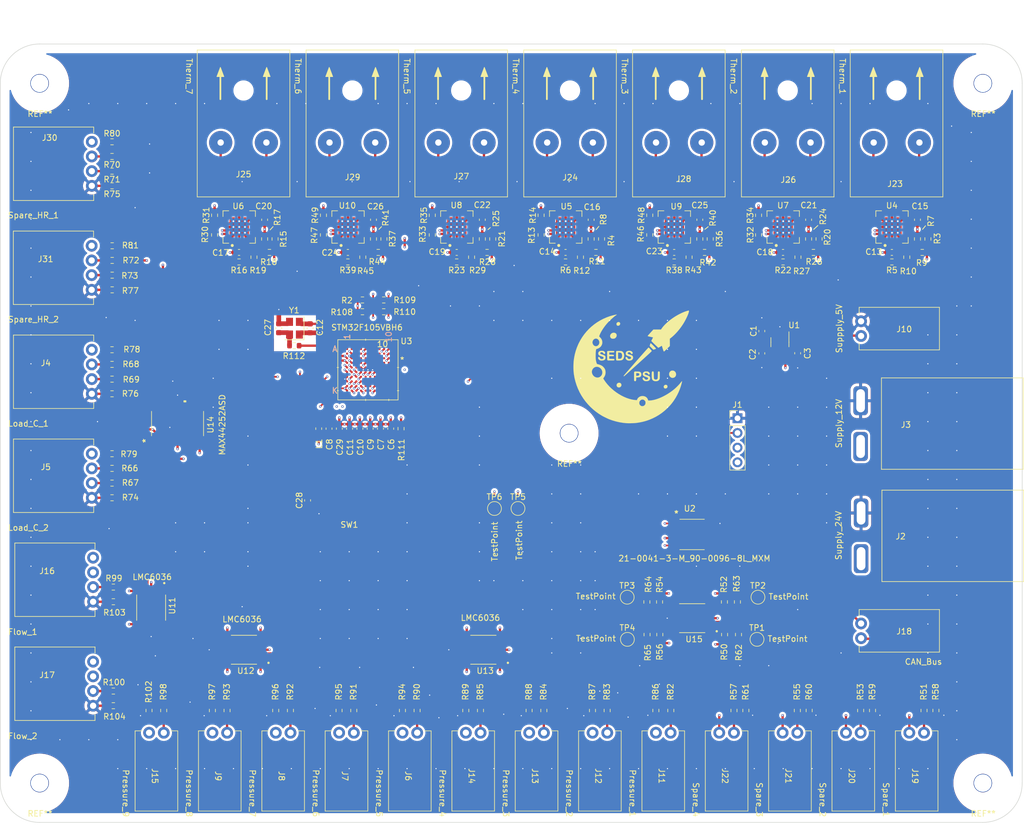
<source format=kicad_pcb>
(kicad_pcb (version 20211014) (generator pcbnew)
  (title_block (title "SEDS Sensor Board") (rev "-1"))
  (layers (0 "F.Cu" signal) (1 "In1.Cu" signal) (2 "In2.Cu" signal) (31 "B.Cu" signal) (34 "B.Paste" user) (35 "F.Paste" user) (36 "B.SilkS" user "B.Silkscreen") (37 "F.SilkS" user "F.Silkscreen") (38 "B.Mask" user) (39 "F.Mask" user) (44 "Edge.Cuts" user))
  (net 0 "")
  (net 1 "Net-(R47-Pad1)")
  (net 2 "GND")
  (net 3 "Net-(R46-Pad1)")
  (net 4 "+3V3")
  (net 5 "Net-(R50-Pad1)")
  (net 6 "/SPARE_gen_purp_amp/diff-A")
  (net 7 "Net-(R51-Pad1)")
  (net 8 "/SPARE_gen_purp_amp/diff+A")
  (net 9 "Net-(R52-Pad1)")
  (net 10 "/SPARE_gen_purp_amp/diff-B")
  (net 11 "Net-(R53-Pad1)")
  (net 12 "/SPARE_gen_purp_amp/diff+B")
  (net 13 "Net-(R54-Pad1)")
  (net 14 "/SPARE_gen_purp_amp/diff-C")
  (net 15 "Net-(R55-Pad1)")
  (net 16 "/SPARE_gen_purp_amp/diff+C")
  (net 17 "Net-(R56-Pad1)")
  (net 18 "/SPARE_gen_purp_amp/diff-D")
  (net 19 "Net-(R57-Pad1)")
  (net 20 "/SPARE_gen_purp_amp/diff+D")
  (net 21 "/SPARE_gen_purp_amp/output_B")
  (net 22 "/SPARE_gen_purp_amp/output_C")
  (net 23 "/SPARE_gen_purp_amp/output_D")
  (net 24 "Net-(R66-Pad1)")
  (net 25 "/Load Cell/diff-B")
  (net 26 "Net-(R67-Pad1)")
  (net 27 "/Load Cell/diff+B")
  (net 28 "Net-(R68-Pad1)")
  (net 29 "/Load Cell/diff-A")
  (net 30 "Net-(R30-Pad1)")
  (net 31 "Net-(R69-Pad1)")
  (net 32 "/Load Cell/diff+A")
  (net 33 "Net-(R70-Pad1)")
  (net 34 "/Load Cell/diff-C")
  (net 35 "Net-(R71-Pad1)")
  (net 36 "/Load Cell/diff+C")
  (net 37 "Net-(R72-Pad1)")
  (net 38 "/Load Cell/diff-D")
  (net 39 "Net-(R73-Pad1)")
  (net 40 "/Load Cell/diff+D")
  (net 41 "/ADC12_IN0")
  (net 42 "/ADC12_IN1")
  (net 43 "/ADC12_IN2")
  (net 45 "/ADC12_IN3")
  (net 46 "Net-(R82-Pad1)")
  (net 47 "/Pressure 1/diff+A")
  (net 48 "Net-(R83-Pad1)")
  (net 49 "/Pressure 1/diff+B")
  (net 50 "Net-(R84-Pad1)")
  (net 51 "/Pressure 1/diff+C")
  (net 52 "Net-(R85-Pad1)")
  (net 53 "/Pressure 1/diff+D")
  (net 54 "Net-(R90-Pad1)")
  (net 55 "/Pressure 2/diff+A")
  (net 56 "Net-(R91-Pad1)")
  (net 57 "/Pressure 2/diff+B")
  (net 58 "Net-(R92-Pad1)")
  (net 59 "/Pressure 2/diff+C")
  (net 60 "Net-(R93-Pad1)")
  (net 61 "/Pressure 2/diff+D")
  (net 62 "Net-(R102-Pad1)")
  (net 63 "/Pressure and Flow/diff+A")
  (net 64 "Net-(R103-Pad1)")
  (net 65 "/Pressure and Flow/diff+B")
  (net 66 "Net-(R100-Pad1)")
  (net 67 "/Pressure and Flow/diff+C")
  (net 70 "/SPARE_gen_purp_amp/output_A")
  (net 71 "/ADC12_IN15")
  (net 72 "Net-(J23-Pad1)")
  (net 73 "Net-(J24-Pad1)")
  (net 74 "Net-(J23-Pad2)")
  (net 75 "Net-(J24-Pad2)")
  (net 76 "Net-(C13-Pad1)")
  (net 77 "Net-(C13-Pad2)")
  (net 78 "Net-(C14-Pad1)")
  (net 79 "Net-(C14-Pad2)")
  (net 80 "Net-(R13-Pad1)")
  (net 81 "Net-(J25-Pad1)")
  (net 82 "Net-(J25-Pad2)")
  (net 83 "Net-(C17-Pad1)")
  (net 84 "Net-(C17-Pad2)")
  (net 85 "Net-(J26-Pad1)")
  (net 86 "Net-(J27-Pad1)")
  (net 87 "Net-(J26-Pad2)")
  (net 88 "Net-(J27-Pad2)")
  (net 89 "Net-(C18-Pad1)")
  (net 90 "Net-(C18-Pad2)")
  (net 91 "Net-(C19-Pad1)")
  (net 92 "Net-(C19-Pad2)")
  (net 93 "Net-(R32-Pad1)")
  (net 94 "Net-(R33-Pad1)")
  (net 95 "Net-(J28-Pad1)")
  (net 96 "Net-(J29-Pad1)")
  (net 97 "Net-(J28-Pad2)")
  (net 98 "Net-(J29-Pad2)")
  (net 99 "Net-(C23-Pad1)")
  (net 100 "Net-(C23-Pad2)")
  (net 101 "Net-(C24-Pad1)")
  (net 102 "Net-(C24-Pad2)")
  (net 103 "+5V")
  (net 104 "Net-(C2-Pad1)")
  (net 105 "/ADC12_IN10")
  (net 106 "/ADC12_IN11")
  (net 107 "/ADC12_IN12")
  (net 108 "/ADC12_IN13")
  (net 109 "VDDA")
  (net 110 "/ADC12_IN4")
  (net 111 "/ADC12_IN5")
  (net 112 "/ADC12_IN6")
  (net 113 "/ADC12_IN7")
  (net 114 "/ADC12_IN14")
  (net 115 "/ADC12_IN8")
  (net 116 "/ADC12_IN9")
  (net 117 "/I2C2_SCL")
  (net 118 "/I2C2_SDA")
  (net 119 "/SWDIO")
  (net 120 "/SWCLK")
  (net 121 "/I2C1_SCL")
  (net 122 "/I2C1_SDA")
  (net 165 "/CAN_TX")
  (net 166 "/CAN_RX")
  (net 168 "Net-(J18-Pad2)")
  (net 169 "Net-(J18-Pad1)")
  (net 170 "+24V")
  (net 173 "+12V")
  (net 177 "Net-(R110-Pad2)")
  (net 184 "Net-(R109-Pad2)")
  (net 189 "Net-(C12-Pad2)")
  (net 197 "Net-(R112-Pad2)")
  (net 200 "Net-(R111-Pad1)")
  (net 206 "Net-(C28-Pad2)")
  (net 236 "Net-(C27-Pad2)")
  (net 237 "/Load Cell/output_D")
  (net 238 "/Pressure and Flow/output_D")
  (footprint "Resistor_SMD:R_0603_1608Metric" (layer "F.Cu") (at 98.4606 69.892 180)
    (fp_text reference "R16")
    (fp_text value "2M")
  )
  (footprint "Resistor_SMD:R_0603_1608Metric" (layer "F.Cu") (at 94.2356 61.817 90)
    (fp_text reference "R31")
    (fp_text value "43k")
  )
  (footprint "Resistor_SMD:R_0603_1608Metric" (layer "F.Cu") (at 171.1716 134.325 -90)
    (fp_text reference "R56")
    (fp_text value "NO_RES")
  )
  (footprint "Capacitor_SMD:C_0603_1608Metric" (layer "F.Cu") (at 140.502266 62.592 90)
    (fp_text reference "C22")
    (fp_text value "0.1uF")
  )
  (footprint "Resistor_SMD:R_0603_1608Metric" (layer "F.Cu") (at 76.5106 105.589 180)
    (fp_text reference "R66")
    (fp_text value "100")
  )
  (footprint "Resistor_SMD:R_0603_1608Metric" (layer "F.Cu") (at 141.327266 68.242)
    (fp_text reference "R28")
    (fp_text value "100")
  )
  (footprint "Capacitor_SMD:C_0603_1608Metric" (layer "F.Cu") (at 215.702268 62.592 90)
    (fp_text reference "C15")
    (fp_text value "0.1uF")
  )
  (footprint "Resistor_SMD:R_0603_1608Metric" (layer "F.Cu") (at 196.893933 65.917 -90)
    (fp_text reference "R24")
    (fp_text value "1M")
  )
  (footprint "Custom_Molex_SL_2.54:SL_2.54_H_2pin" (layer "F.Cu") (at 127.978456 151.3)
    (fp_text reference "J6")
    (fp_text value "Pressure_5")
  )
  (footprint "Capacitor_SMD:C_0603_1608Metric" (layer "F.Cu") (at 117.5656 98.7155 -90)
    (fp_text reference "C11")
    (fp_text value "100nF")
  )
  (footprint "Resistor_SMD:R_0603_1608Metric" (layer "F.Cu") (at 119.7876 78.497)
    (fp_text reference "R108")
    (fp_text value "4.7k")
  )
  (footprint "LMC6036:SOP65P640X120-14N" (layer "F.Cu") (at 140.6796 136.951 180)
    (fp_text reference "U13")
    (fp_text value "LMC6036")
  )
  (footprint "Resistor_SMD:R_0603_1608Metric" (layer "F.Cu") (at 138.652266 69.067 90)
    (fp_text reference "R29")
    (fp_text value "100")
  )
  (footprint "Resistor_SMD:R_0603_1608Metric" (layer "F.Cu") (at 118.286312 147.454 -90)
    (fp_text reference "R91")
    (fp_text value "150")
  )
  (footprint "K_type_thermo_conn_F:K_type_thermo_conn_F" (layer "F.Cu") (at 118.043933 49.242 180)
    (fp_text reference "J29")
    (fp_text value "Therm_6")
  )
  (footprint "Resistor_SMD:R_0603_1608Metric" (layer "F.Cu") (at 162.079168 147.454 -90)
    (fp_text reference "R83")
    (fp_text value "150")
  )
  (footprint "Crystal:Crystal_SMD_3225-4Pin_3.2x2.5mm" (layer "F.Cu") (at 108.0356 81.342 90)
    (fp_text reference "Y1")
    (fp_text value "Crystal_GND24")
  )
  (footprint "Capacitor_SMD:C_0603_1608Metric" (layer "F.Cu") (at 192.468933 68.242)
    (fp_text reference "C18")
    (fp_text value "0.1uF")
  )
  (footprint "Package_TO_SOT_SMD:SOT-23-5" (layer "F.Cu") (at 191.9266 83.7645 -90)
    (fp_text reference "U1")
    (fp_text value "LD3985M33R_SOT23")
  )
  (footprint "CustomFootprints:3mm hole" (layer "F.Cu") (at 155.5 99.5)
    (fp_text reference "REF**")
    (fp_text value "3mm hole")
  )
  (footprint "Custom_Molex_SL_2.54:SL_2.54_H_2pin" (layer "F.Cu") (at 215.564172 151.3)
    (fp_text reference "J19")
    (fp_text value "Spare_1")
  )
  (footprint "Resistor_SMD:R_0603_1608Metric" (layer "F.Cu") (at 157.460599 69.067 90)
    (fp_text reference "R12")
    (fp_text value "100")
  )
  (footprint "Resistor_SMD:R_0603_1608Metric" (layer "F.Cu") (at 186.040954 147.45 -90)
    (fp_text reference "R61")
    (fp_text value "NO_RES")
  )
  (footprint "Custom_Molex_SL_2.54:SL_2.54_H_2pin" (layer "F.Cu") (at 193.66774 151.3)
    (fp_text reference "J21")
    (fp_text value "Spare_3")
  )
  (footprint "Resistor_SMD:R_0603_1608Metric" (layer "F.Cu") (at 85.44167 147.454 -90)
    (fp_text reference "R98")
    (fp_text value "150")
  )
  (footprint "Resistor_SMD:R_0603_1608Metric" (layer "F.Cu") (at 104.6856 65.917 90)
    (fp_text reference "R15")
    (fp_text value "2M")
  )
  (footprint "CustomFootprints:3mm hole" (layer "F.Cu") (at 64 160)
    (fp_text reference "REF**")
    (fp_text value "3mm hole")
  )
  (footprint "Custom_Molex_SL_2.54:SL_2.54_H_4pin" (layer "F.Cu") (at 72.9896 70.899 -90)
    (fp_text reference "J31")
    (fp_text value "Spare_HR_2")
  )
  (footprint "Resistor_SMD:R_0603_1608Metric" (layer "F.Cu") (at 76.5106 108.129 180)
    (fp_text reference "R67")
    (fp_text value "24.92")
  )
  (footprint "Custom_button_CS1102:Button CS1102" (layer "F.Cu") (at 118.0606 111.172 180)
    (fp_text reference "SW1")
    (fp_text value "SW_Push_Dual")
  )
  (footprint "Resistor_SMD:R_0603_1608Metric" (layer "F.Cu") (at 94.2356 65.217 -90)
    (fp_text reference "R30")
    (fp_text value "10k")
  )
  (footprint "Capacitor_SMD:C_0603_1608Metric" (layer "F.Cu") (at 173.6606 68.242)
    (fp_text reference "C23")
    (fp_text value "0.1uF")
  )
  (footprint "CustomFootprints:3mm hole" (layer "F.Cu") (at 227 39)
    (fp_text reference "REF**")
    (fp_text value "3mm hole")
  )
  (footprint "Capacitor_SMD:C_0603_1608Metric" (layer "F.Cu") (at 178.0856 62.592 90)
    (fp_text reference "C25")
    (fp_text value "0.1uF")
  )
  (footprint "Resistor_SMD:R_0603_1608Metric" (layer "F.Cu") (at 131.852266 61.817 90)
    (fp_text reference "R35")
    (fp_text value "13k")
  )
  (footprint "Resistor_SMD:R_0603_1608Metric" (layer "F.Cu") (at 213.852268 69.067 90)
    (fp_text reference "R10")
    (fp_text value "100")
  )
  (footprint "Resistor_SMD:R_0603_1608Metric" (layer "F.Cu") (at 119.843933 69.067 90)
    (fp_text reference "R45")
    (fp_text value "100")
  )
  (footprint "Resistor_SMD:R_0603_1608Metric" (layer "F.Cu") (at 123.4606 78.497)
    (fp_text reference "R110")
    (fp_text value "100")
  )
  (footprint "Resistor_SMD:R_0603_1608Metric" (layer "F.Cu") (at 93.849884 147.454 -90)
    (fp_text reference "R97")
    (fp_text value "150")
  )
  (footprint "Resistor_SMD:R_0603_1608Metric" (layer "F.Cu") (at 76.5106 49.109)
    (fp_text reference "R80")
    (fp_text value "82500")
  )
  (footprint "Resistor_SMD:R_0603_1608Metric" (layer "F.Cu") (at 107.338098 147.454 -90)
    (fp_text reference "R92")
    (fp_text value "150")
  )
  (footprint "Resistor_SMD:R_0603_1608Metric" (layer "F.Cu") (at 121.693933 65.917 -90)
    (fp_text reference "R41")
    (fp_text value "1M")
  )
  (footprint "Resistor_SMD:R_0603_1608Metric" (layer "F.Cu") (at 119.7876 76.465)
    (fp_text reference "R2")
    (fp_text value "4.7k")
  )
  (footprint "Resistor_SMD:R_0603_1608Metric" (layer "F.Cu") (at 169.4356 61.817 90)
    (fp_text reference "R48")
    (fp_text value "4.3k")
  )
  (footprint "Custom_Molex_SL_2.54:SL_2.54_H_4pin" (layer "F.Cu") (at 73.0146 52.919 -90)
    (fp_text reference "J30")
    (fp_text value "Spare_HR_1")
  )
  (footprint "Resistor_SMD:R_0603_1608Metric" (layer "F.Cu") (at 198.693933 65.917 90)
    (fp_text reference "R20")
    (fp_text value "2M")
  )
  (footprint "Custom_Molex_SL_2.54:SL_2.54_H_2pin" (layer "F.Cu") (at 205.9576 133.676 90)
    (fp_text reference "J18")
    (fp_text value "CAN_Bus")
  )
  (footprint "TestPoint:TestPoint_Pad_D2.0mm" (layer "F.Cu") (at 165.5716 135.15)
    (fp_text reference "TP4")
    (fp_text value "TestPoint")
  )
  (footprint "K_type_thermo_conn_F:K_type_thermo_conn_F" (layer "F.Cu") (at 212.0856 49.242 180)
    (fp_text reference "J23")
    (fp_text value "Therm_1")
  )
  (footprint "Resistor_SMD:R_0603_1608Metric" (layer "F.Cu") (at 76.5356 74.709 180)
    (fp_text reference "R77")
    (fp_text value "82500")
  )
  (footprint "Resistor_SMD:R_0603_1608Metric" (layer "F.Cu") (at 168.9356 128.682 -90)
    (fp_text reference "R64")
    (fp_text value "NO_RES")
  )
  (footprint "Resistor_SMD:R_0603_1608Metric" (layer "F.Cu") (at 160.135599 68.242)
    (fp_text reference "R11")
    (fp_text value "100")
  )
  (footprint "TestPoint:TestPoint_Pad_D2.0mm" (layer "F.Cu") (at 187.9716 135.15)
    (fp_text reference "TP1")
    (fp_text value "TestPoint")
  )
  (footprint "Resistor_SMD:R_0603_1608Metric" (layer "F.Cu") (at 131.852266 65.217 -90)
    (fp_text reference "R33")
    (fp_text value "10k")
  )
  (footprint "MCP96RL01T:MCP96RL01T_QFN" (layer "F.Cu") (at 211.302268 63.842 90)
    (fp_text reference "U4")
    (fp_text value "MCP96RL01T")
  )
  (footprint "Capacitor_SMD:C_0603_1608Metric" (layer "F.Cu") (at 110.7356 81.367 90)
    (fp_text reference "C12")
    (fp_text value "20pF")
  )
  (footprint "Resistor_SMD:R_0603_1608Metric" (layer "F.Cu") (at 170.487382 147.454 -90)
    (fp_text reference "R86")
    (fp_text value "150")
  )
  (footprint "Resistor_SMD:R_0603_1608Metric" (layer "F.Cu") (at 168.9716 134.325 90)
    (fp_text reference "R65")
    (fp_text value "NO_RES")
  )
  (footprint "Resistor_SMD:R_0603_1608Metric" (layer "F.Cu") (at 178.0856 65.917 -90)
    (fp_text reference "R40")
    (fp_text value "1M")
  )
  (footprint "Custom_Molex_SL_2.54:SL_2.54_H_2pin" (layer "F.Cu") (at 205.9576 81.418 90)
    (fp_text reference "J10")
    (fp_text value "Suppply_5V")
  )
  (footprint "Resistor_SMD:R_0603_1608Metric" (layer "F.Cu") (at 159.310599 65.917 -90)
    (fp_text reference "R8")
    (fp_text value "1M")
  )
  (footprint "Resistor_SMD:R_0603_1608Metric" (layer "F.Cu") (at 151.130954 147.454 -90)
    (fp_text reference "R84")
    (fp_text value "150")
  )
  (footprint "MCP96RL01T:MCP96RL01T_QFN" (layer "F.Cu") (at 98.4856 63.842 90)
    (fp_text reference "U6")
    (fp_text value "MCP96RL01T")
  )
  (footprint "Capacitor_SMD:C_0603_1608Metric" (layer "F.Cu") (at 124.6776 98.7155 -90)
    (fp_text reference "C6")
    (fp_text value "100nF")
  )
  (footprint "Resistor_SMD:R_0603_1608Metric" (layer "F.Cu") (at 161.110599 65.917 90)
    (fp_text reference "R4")
    (fp_text value "2M")
  )
  (footprint "Resistor_SMD:R_0603_1608Metric" (layer "F.Cu") (at 215.702268 65.917 -90)
    (fp_text reference "R7")
    (fp_text value "1M")
  )
  (footprint "Capacitor_SMD:C_0603_1608Metric" (layer "F.Cu") (at 136.077266 68.242)
    (fp_text reference "C19")
    (fp_text value "0.1uF")
  )
  (footprint "Capacitor_SMD:C_0603_1608Metric" (layer "F.Cu") (at 105.3356 81.342 -90)
    (fp_text reference "C27")
    (fp_text value "20pF")
  )
  (footprint "Custom_Molex_SL_2.54:SL_2.54_H_4pin" (layer "F.Cu") (at 73.24079 142.819 -90)
    (fp_text reference "J17")
    (fp_text value "Flow_2")
  )
  (footprint "K_type_thermo_conn_F:K_type_thermo_conn_F" (layer "F.Cu") (at 174.468932 49.242 180)
    (fp_text reference "J28")
    (fp_text value "Therm_3")
  )
  (footprint "Resistor_SMD:R_0603_1608Metric" (layer "F.Cu") (at 207.937382 147.45 -90)
    (fp_text reference "R59")
    (fp_text value "NO_RES")
  )
  (footprint "Resistor_SMD:R_0603_1608Metric" (layer "F.Cu") (at 140.18274 147.454 -90)
    (fp_text reference "R85")
    (fp_text value "150")
  )
  (footprint "Resistor_SMD:R_0603_1608Metric" (layer "F.Cu") (at 115.746312 147.454 -90)
    (fp_text reference "R95")
    (fp_text value "150")
  )
  (footprint "Capacitor_SMD:C_0603_1608Metric" (layer "F.Cu") (at 121.693933 62.592 90)
    (fp_text reference "C26")
    (fp_text value "0.1uF")
  )
  (footprint "Resistor_SMD:R_0603_1608Metric" (layer "F.Cu") (at 150.660599 61.817 90)
    (fp_text reference "R14")
    (fp_text value "7.5k")
  )
  (footprint "K_type_thermo_conn_F:K_type_thermo_conn_F" (layer "F.Cu") (at 155.660599 49.242 180)
    (fp_text reference "J24")
    (fp_text value "Therm_4")
  )
  (footprint "Resistor_SMD:R_0603_1608Metric" (layer "F.Cu") (at 76.5106 54.189 180)
    (fp_text reference "R71")
    (fp_text value "24.92")
  )
  (footprint "Capacitor_SMD:C_0603_1608Metric" (layer "F.Cu") (at 117.268933 68.242)
    (fp_text reference "C24")
    (fp_text value "0.1uF")
  )
  (footprint "Capacitor_SMD:C_0603_1608Metric" (layer "F.Cu") (at 196.893933 62.592 90)
    (fp_text reference "C21")
    (fp_text value "0.1uF")
  )
  (footprint "Capacitor_SMD:C_0603_1608Metric" (layer "F.Cu") (at 98.4606 68.242)
    (fp_text reference "C17")
    (fp_text value "0.1uF")
  )
  (footprint "TestPoint:TestPoint_Pad_D2.0mm" (layer "F.Cu") (at 146.664 112.521)
    (fp_text reference "TP5")
    (fp_text value "TestPoint")
  )
  (footprint "Resistor_SMD:R_0603_1608Metric" (layer "F.Cu") (at 76.5106 87.609 180)
    (fp_text reference "R68")
    (fp_text value "100")
  )
  (footprint "Resistor_SMD:R_0603_1608Metric" (layer "F.Cu") (at 176.2356 69.067 90)
    (fp_text reference "R43")
    (fp_text value "100")
  )
  (footprint "Custom_Molex_SL_2.54:SL_2.54_H_2pin" (layer "F.Cu") (at 138.92667 151.3)
    (fp_text reference "J14")
    (fp_text value "Pressure_4")
  )
  (footprint "Connector_PinHeader_2.54mm:PinHeader_1x04_P2.54mm_Vertical" (layer "F.Cu") (at 184.6 96.92)
    (fp_text reference "J1")
    (fp_text value "SWD Header")
  )
  (footprint "Resistor_SMD:R_0603_1608Metric" (layer "F.Cu") (at 117.268933 69.892 180)
    (fp_text reference "R39")
    (fp_text value "2M")
  )
  (footprint "Custom_Molex_SL_2.54:SL_2.54_H_2pin" (layer "F.Cu") (at 84.1856 151.3)
    (fp_text reference "J15")
    (fp_text value "Pressure_9")
  )
  (footprint "Resistor_SMD:R_0603_1608Metric" (layer "F.Cu") (at 76.5106 51.649 180)
    (fp_text reference "R70")
    (fp_text value "100")
  )
  (footprint "Custom_Molex_SL_2.54:SL_2.54_H_2pin" (layer "F.Cu") (at 182.719526 151.3)
    (fp_text reference "J22")
    (fp_text value "Spare_4")
  )
  (footprint "Resistor_SMD:R_0603_1608Metric" (layer "F.Cu") (at 76.73679 126.109 180)
    (fp_text reference "R99")
    (fp_text value "150")
  )
  (footprint "Resistor_SMD:R_0603_1608Metric" (layer "F.Cu") (at 194.93774 147.454 -90)
    (fp_text reference "R55")
    (fp_text value "NO_RES")
  )
  (footprint "Resistor_SMD:R_0603_1608Metric" (layer "F.Cu") (at 216.527268 68.242)
    (fp_text reference "R9")
    (fp_text value "100")
  )
  (footprint "Resistor_SMD:R_0603_1608Metric" (layer "F.Cu") (at 76.5356 72.169 180)
    (fp_text reference "R73")
    (fp_text value "24.92")
  )
  (footprint "Resistor_SMD:R_0603_1608Metric" (layer "F.Cu") (at 76.5106 56.729 180)
    (fp_text reference "R75")
    (fp_text value "82500")
  )
  (footprint "Resistor_SMD:R_0603_1608Metric" (layer "F.Cu") (at 126.4556 98.7155 -90)
    (fp_text reference "R111")
    (fp_text value "10k")
  )
  (footprint "Resistor_SMD:R_0603_1608Metric" (layer "F.Cu") (at 104.798098 147.454 -90)
    (fp_text reference "R96")
    (fp_text value "150")
  )
  (footprint "Resistor_SMD:R_0603_1608Metric" (layer "F.Cu") (at 129.234526 147.454 -90)
    (fp_text reference "R90")
    (fp_text value "150")
  )
  (footprint "Custom_Molex_SL_2.54:SL_2.54_H_2pin" (layer "F.Cu") (at 106.082028 151.3)
    (fp_text reference "J8")
    (fp_text value "Pressure_7")
  )
  (footprint "MCP96RL01T:MCP96RL01T_QFN" (layer "F.Cu") (at 154.910599 63.842 90)
    (fp_text reference "U5")
    (fp_text value "MCP96RL01T")
  )
  (footprint "Capacitor_SMD:C_0603_1608Metric" (layer "F.Cu") (at 121.1216 98.7155 -90)
    (fp_text reference "C9")
    (fp_text value "100nF")
  )
  (footprint "Resistor_SMD:R_0603_1608Metric" (layer "F.Cu") (at 126.694526 147.454 -90)
    (fp_text reference "R94")
    (fp_text value "150")
  )
  (footprint "CustomFootprints:PowerPoleThroughHole" (layer "F.Cu") (at 205.875 97.843333 -90)
    (fp_text reference "J3")
    (fp_text value "Supply_12V")
  )
  (footprint "Capacitor_SMD:C_0603_1608Metric" (layer "F.Cu") (at 114.0096 98.7155 -90)
    (fp_text reference "C8")
    (fp_text value "100nF")
  )
  (footprint "Resistor_SMD:R_0603_1608Metric" (layer "F.Cu") (at 76.5356 67.089)
    (fp_text reference "R81")
    (fp_text value "82500")
  )
  (footprint "Resistor_SMD:R_0603_1608Metric" (layer "F.Cu") (at 142.302266 65.917 90)
    (fp_text reference "R21")
    (fp_text value "2M")
  )
  (footprint "K_type_thermo_conn_F:K_type_thermo_conn_F" (layer "F.Cu") (at 99.2356 49.242 180)
    (fp_text reference "J25")
    (fp_text value "Therm_7")
  )
  (footprint "Capacitor_SMD:C_0603_1608Metric" (layer "F.Cu") (at 188.8024 81.8396 90)
    (fp_text reference "C1")
    (fp_text value "1uF")
  )
  (footprint "Resistor_SMD:R_0603_1608Metric" (layer "F.Cu") (at 178.9106 68.242)
    (fp_text reference "R42")
    (fp_text value "100")
  )
  (footprint "Inductor_SMD:L_0603_1608Metric" (layer "F.Cu") (at 112.2316 98.7155 -90)
    (fp_text reference "L1")
    (fp_text value "10uH")
  )
  (footprint "Resistor_SMD:R_0603_1608Metric" (layer "F.Cu") (at 154.885599 69.892 180)
    (fp_text reference "R6")
    (fp_text value "2M")
  )
  (footprint "CustomFootprints:3mm hole" (layer "F.Cu") (at 227 160)
    (fp_text reference "REF**")
    (fp_text value "3mm hole")
  )
  (footprint "Resistor_SMD:R_0603_1608Metric" (layer "F.Cu") (at 171.1356 128.682 90)
    (fp_text reference "R54")
    (fp_text value "NO_RES")
  )
  (footprint "Custom_Molex_SL_2.54:SL_2.54_H_4pin" (layer "F.Cu") (at 73.0146 106.859 -90)
    (fp_text reference "J5")
    (fp_text value "Load_C_2")
  )
  (footprint "Resistor_SMD:R_0603_1608Metric" (layer "F.Cu") (at 102.8856 65.917 -90)
    (fp_text reference "R17")
    (fp_text value "1M")
  )
  (footprint "Resistor_SMD:R_0603_1608Metric" (layer "F.Cu") (at 122.518933 68.242)
    (fp_text reference "R44")
    (fp_text value "100")
  )
  (footprint "Resistor_SMD:R_0603_1608Metric" (layer "F.Cu") (at 148.590954 147.454 -90)
    (fp_text reference "R88")
    (fp_text value "150")
  )
  (footprint "Resistor_SMD:R_0603_1608Metric" (layer "F.Cu") (at 169.4356 65.217 -90)
    (fp_text reference "R46")
    (fp_text value "10k")
  )
  (footprint "Resistor_SMD:R_0603_1608Metric" (layer "F.Cu") (at 103.7106 68.242)
    (fp_text reference "R18")
    (fp_text value "100")
  )
  (footprint "MCP96RL01T:MCP96RL01T_QFN" (layer "F.Cu") (at 136.102266 63.842 90)
    (fp_text reference "U8")
    (fp_text value "MCP96RL01T")
  )
  (footprint "TestPoint:TestPoint_Pad_D2.0mm" (layer "F.Cu") (at 188.1356 127.857)
    (fp_text reference "TP2")
    (fp_text value "TestPoint")
  )
  (footprint "Resistor_SMD:R_0603_1608Metric" (layer "F.Cu") (at 196.989168 147.45 -90)
    (fp_text reference "R60")
    (fp_text value "NO_RES")
  )
  (footprint "MCP96RL01T:MCP96RL01T_QFN" (layer "F.Cu") (at 192.493933 63.842 90)
    (fp_text reference "U7")
    (fp_text value "MCP96RL01T")
  )
  (footprint "Custom Footprints:seds-logo" (layer "F.Cu") (at 166.2 87.8)
    (fp_text reference "Ref**" hide)
    (fp_text value "Val**" hide)
  )
  (footprint "Capacitor_SMD:C_0603_1608Metric" (layer "F.Cu") (at 102.8856 62.592 90)
    (fp_text reference "C20")
    (fp_text value "0.1uF")
  )
  (footprint "Resistor_SMD:R_0603_1608Metric" (layer "F.Cu") (at 123.493933 65.917 90)
    (fp_text reference "R37")
    (fp_text value "2M")
  )
  (footprint "Capacitor_SMD:C_0603_1608Metric" (layer "F.Cu") (at 195 85.675 -90)
    (fp_text reference "C3")
    (fp_text value "1uF")
  )
  (footprint "Resistor_SMD:R_0603_1608Metric" (layer "F.Cu") (at 150.660599 65.217 -90)
    (fp_text reference "R13")
    (fp_text value "10k")
  )
  (footprint "Resistor_SMD:R_0603_1608Metric" (layer "F.Cu") (at 113.043933 65.217 -90)
    (fp_text reference "R47")
    (fp_text value "10k")
  )
  (footprint "K_type_thermo_conn_F:K_type_thermo_conn_F" (layer "F.Cu") (at 193.277265 49.242 180)
    (fp_text reference "J26")
    (fp_text value "Therm_2")
  )
  (footprint "Resistor_SMD:R_0603_1608Metric" (layer "F.Cu") (at 123.4706 76.465)
    (fp_text reference "R109")
    (fp_text value "100")
  )
  (footprint "STM32F105VBH6:STM32F105VBH6" (layer "F.Cu") (at 120.7356 88.542)
    (fp_text reference "U3")
    (fp_text value "STM32F105VBH6")
  )
  (footprint "Resistor_SMD:R_0603_1608Metric" (layer "F.Cu") (at 76.5106 92.689 180)
    (fp_text reference "R76")
    (fp_text value "82500")
  )
  (footprint "Custom_Molex_SL_2.54:SL_2.54_H_4pin" (layer "F.Cu") (at 73.0146 88.879 -90)
    (fp_text reference "J4")
    (fp_text value "Load_C_1")
  )
  (footprint "Resistor_SMD:R_0603_1608Metric" (layer "F.Cu") (at 82.90167 147.454 -90)
    (fp_text reference "R102")
    (fp_text value "150")
  )
  (footprint "Capacitor_SMD:C_0603_1608Metric" (layer "F.Cu") (at 119.3436 98.7155 -90)
    (fp_text reference "C10")
    (fp_text value "100nF")
  )
  (footprint "Resistor_SMD:R_0603_1608Metric" (layer "F.Cu") (at 159.539168 147.454 -90)
    (fp_text reference "R87")
    (fp_text value "150")
  )
  (footprint "Resistor_SMD:R_0603_1608Metric" (layer "F.Cu") (at 76.73679 128.649 180)
    (fp_text reference "R103")
    (fp_text value "150")
  )
  (footprint "Capacitor_SMD:C_0603_1608Metric" (layer "F.Cu") (at 188.8024 85.7004 -90)
    (fp_text reference "C2")
    (fp_text value "10nF")
  )
  (footprint "Capacitor_SMD:C_0603_1608Metric" (layer "F.Cu") (at 159.310599 62.592 90)
    (fp_text reference "C16")
    (fp_text value "0.1uF")
  )
  (footprint "CustomFootprints:3mm hole" (layer "F.Cu") (at 64 39)
    (fp_text reference "REF**")
    (fp_text value "3mm hole")
  )
  (footprint "LMC6036:SOP65P640X120-14N" (layer "F.Cu") (at 176.7716 131.49 180)
    (fp_text reference "U15")
    (fp_text value "LMC6036")
  )
  (footprint "Custom_Molex_SL_2.54:SL_2.54_H_2pin" (layer "F.Cu") (at 95.133814 151.3)
    (fp_text reference "J9")
    (fp_text value "Pressure_8")
  )
  (footprint "Resistor_SMD:R_0603_1608Metric" (layer "F.Cu") (at 188.243933 61.817 90)
    (fp_text reference "R34")
    (fp_text value "2.2k")
  )
  (footprint "LMC6036:SOP65P640X120-14N" (layer "F.Cu") (at 99.3086 136.951 180)
    (fp_text reference "U12")
    (fp_text value "LMC6036")
  )
  (footprint "Resistor_SMD:R_0603_1608Metric" (layer "F.Cu") (at 173.07167 147.454 -90)
    (fp_text reference "R82")
    (fp_text value "150")
  )
  (footprint "Custom_Molex_SL_2.54:SL_2.54_H_2pin" (layer "F.Cu") (at 117.030242 151.3)
    (fp_text reference "J7")
    (fp_text value "Pressure_6")
  )
  (footprint "Custom_Molex_SL_2.54:SL_2.54_H_2pin" (layer "F.Cu") (at 149.874884 151.3)
    (fp_text reference "J13")
    (fp_text value "Pressure_3")
  )
  (footprint "Resistor_SMD:R_0603_1608Metric" (layer "F.Cu") (at 113.043933 61.817 90)
    (fp_text reference "R49")
    (fp_text value "22k")
  )
  (footprint "Resistor_SMD:R_0603_1608Metric" (layer "F.Cu") (at 76.5106 110.669 180)
    (fp_text reference "R74")
    (fp_text value "82500")
  )
  (footprint "LMC6036:SOP65P640X120-14N" (layer "F.Cu") (at 83.2756 129.663 -90)
    (fp_text reference "U11")
    (fp_text value "LMC6036")
  )
  (footprint "Resistor_SMD:R_0603_1608Metric" (layer "F.Cu") (at 184.5856 128.682 -90)
    (fp_text reference "R63")
    (fp_text value "NO_RES")
  )
  (footprint "Resistor_SMD:R_0603_1608Metric" (layer "F.Cu") (at 76.5106 85.069)
    (fp_text reference "R78")
    (fp_text value "82500")
  )
  (footprint "Resistor_SMD:R_0603_1608Metric" (layer "F.Cu") (at 96.389884 147.454 -90)
    (fp_text reference "R93")
    (fp_text value "150")
  )
  (footprint "Custom_Molex_SL_2.54:SL_2.54_H_2pin" (layer "F.Cu") (at 160.823098 151.3)
    (fp_text reference "J12")
    (fp_text value "Pressure_2")
  )
  (footprint "CustomFootprints:PowerPoleThroughHole" (layer "F.Cu") (at 205.9576 117.250666 -90)
    (fp_text reference "J2")
    (fp_text value "Supply_24V")
  )
  (footprint "Capacitor_SMD:C_0603_1608Metric" (layer "F.Cu") (at 110.3106 111.122 90)
    (fp_text reference "C28")
    (fp_text value "100nF")
  )
  (footprint "Resistor_SMD:R_0603_1608Metric" (layer "F.Cu") (at 216.834172 147.454 -90)
    (fp_text reference "R51")
    (fp_text value "NO_RES")
  )
  (footprint "Custom_Molex_SL_2.54:SL_2.54_H_2pin" (layer "F.Cu") (at 171.771312 151.3)
    (fp_text reference "J11")
    (fp_text value "Pressure_1")
  )
  (footprint "MAX33012EASA+:MAX33012EASA+" (layer "F.Cu") (at 176.7476 117.012)
    (fp_text reference "U2")
    (fp_text value "21-0041-3-M_90-0096-8L_MXM")
  )
  (footprint "MCP96RL01T:MCP96RL01T_QFN" (layer "F.Cu") (at 173.6856 63.842 90)
    (fp_text reference "U9")
    (fp_text value "MCP96RL01T")
  )
  (footprint "MCP96RL01T:MCP96RL01T_QFN" (layer "F.Cu") (at 117.293933 63.842 90)
    (fp_text reference "U10")
    (fp_text value "MCP96RL01T")
  )
  (footprint "Capacitor_SMD:C_0603_1608Metric" (layer "F.Cu") (at 122.8996 98.7155 -90)
    (fp_text reference "C7")
    (fp_text value "100nF")
  )
  (footprint "Resistor_SMD:R_0603_1608Metric" (layer "F.Cu") (at 108.0106 84.367)
    (fp_text reference "R112")
    (fp_text value "0k")
  )
  (footprint "Resistor_SMD:R_0603_1608Metric" (layer "F.Cu") (at 179.8856 65.917 90)
    (fp_text reference "R36")
    (fp_text value "2M")
  )
  (footprint "Resistor_SMD:R_0603_1608Metric" (layer "F.Cu") (at 182.3716 134.325 -90)
    (fp_text reference "R50")
    (fp_text value "NO_RES")
  )
  (footprint "Resistor_SMD:R_0603_1608Metric" (layer "F.Cu") (at 217.502268 65.917 90)
    (fp_text reference "R3")
    (fp_text value "2M")
  )
  (footprint "Capacitor_SMD:C_0603_1608Metric" (layer "F.Cu") (at 115.7876 98.7155 -90)
    (fp_text reference "C29")
    (fp_text value "100nF")
  )
  (footprint "Resistor_SMD:R_0603_1608Metric" (layer "F.Cu") (at 205.885954 147.454 -90)
    (fp_text reference "R53")
    (fp_text value "NO_RES")
  )
  (footprint "Resistor_SMD:R_0603_1608Metric" (layer "F.Cu") (at 192.468933 69.892 180)
    (fp_text reference "R22")
    (fp_text value "2M")
  )
  (footprint "Resistor_SMD:R_0603_1608Metric" (layer "F.Cu") (at 182.3356 128.682 90)
    (fp_text reference "R52")
    (fp_text value "NO_RES")
  )
  (footprint "Resistor_SMD:R_0603_1608Metric" (layer "F.Cu") (at 101.0356 69.067 90)
    (fp_text reference "R19")
    (fp_text value "100")
  )
  (footprint "Resistor_SMD:R_0603_1608Metric" (layer "F.Cu") (at 183.989526 147.454 -90)
    (fp_text reference "R57")
    (fp_text value "NO_RES")
  )
  (footprint "Resistor_SMD:R_0603_1608Metric" (layer "F.Cu") (at 76.73679 146.629 180)
    (fp_text reference "R104")
    (fp_text value "150")
  )
  (footprint "Custom_Molex_SL_2.54:SL_2.54_H_4pin" (layer "F.Cu") (at 73.24079 124.839 -90)
    (fp_text reference "J16")
    (fp_text value "Flow_1")
  )
  (footprint "Capacitor_SMD:C_0603_1608Metric" (layer "F.Cu") (at 154.885599 68.242)
    (fp_text reference "C14")
    (fp_text value "0.1uF")
  )
  (footprint "Resistor_SMD:R_0603_1608Metric" (layer "F.Cu") (at 184.7716 134.325 90)
    (fp_text reference "R62")
    (fp_text value "NO_RES")
  )
  (footprint "Resistor_SMD:R_0603_1608Metric" (layer "F.Cu") (at 195.043933 69.067 90)
    (fp_text reference "R27")
    (fp_text value "100")
  )
  (footprint "Resistor_SMD:R_0603_1608Metric" (layer "F.Cu") (at 218.8856 147.45 -90)
    (fp_text reference "R58")
    (fp_text value "NO_RES")
  )
  (footprint "Resistor_SMD:R_0603_1608Metric" (layer "F.Cu") (at 197.718933 68.242)
    (fp_text reference "R26")
    (fp_text value "100")
  )
  (footprint "TestPoint:TestPoint_Pad_D2.0mm" (layer "F.Cu") (at 142.6 112.521)
    (fp_text reference "TP6")
    (fp_text value "TestPoint")
  )
  (footprint "K_type_thermo_conn_F:K_type_thermo_conn_F" (layer "F.Cu") (at 136.852266 49.242 180)
    (fp_text reference "J27")
    (fp_text value "Therm_5")
  )
  (footprint "MAX44252ASD-:MAX44252ASD&plus_" (layer "F.Cu") (at 87.8356 97.833 90)
    (fp_text reference "U14")
    (fp_text value "MAX44252ASD")
  )
  (footprint "Resistor_SMD:R_0603_1608Metric" (layer "F.Cu") (at 76.5106 103.049)
    (fp_text reference "R79")
    (fp_text value "82500")
  )
  (footprint "Resistor_SMD:R_0603_1608Metric" (layer "F.Cu") (at 136.077266 69.892 180)
    (fp_text reference "R23")
    (fp_text value "2M")
  )
  (footprint "Custom_Molex_SL_2.54:SL_2.54_H_2pin" (layer "F.Cu") (at 204.615954 151.3)
    (fp_text reference "J20")
    (fp_text value "Spare_2")
  )
  (footprint "Resistor_SMD:R_0603_1608Metric" (layer "F.Cu") (at 76.5106 90.149 180)
    (fp_text reference "R69")
    (fp_text value "24.92")
  )
  (footprint "Resistor_SMD:R_0603_1608Metric" (layer "F.Cu") (at 140.502266 65.917 -90)
    (fp_text reference "R25")
    (fp_text value "1M")
  )
  (footprint "Resistor_SMD:R_0603_1608Metric" (layer "F.Cu") (at 188.243933 65.217 -90)
    (fp_text reference "R32")
    (fp_text value "10k")
  )
  (footprint "Capacitor_SMD:C_0603_1608Metric" (layer "F.Cu") (at 211.277268 68.242)
    (fp_text reference "C13")
    (fp_text value "0.1uF")
  )
  (footprint "Resistor_SMD:R_0603_1608Metric" (layer "F.Cu") (at 173.6606 69.892 180)
    (fp_text reference "R38")
    (fp_text value "2M")
  )
  (footprint "TestPoint:TestPoint_Pad_D2.0mm" (layer "F.Cu") (at 165.5356 127.857)
    (fp_text reference "TP3")
    (fp_text value "TestPoint")
  )
  (footprint "Resistor_SMD:R_0603_1608Metric" (layer "F.Cu") (at 76.5356 69.629 180)
    (fp_text reference "R72")
    (fp_text value "100")
  )
  (footprint "Resistor_SMD:R_0603_1608Metric" (layer "F.Cu") (at 137.64274 147.454 -90)
    (fp_text reference "R89")
    (fp_text value "150")
  )
  (footprint "Resistor_SMD:R_0603_1608Metric" (layer "F.Cu") (at 211.277268 69.892 180)
    (fp_text reference "R5")
    (fp_text value "2M")
  )
  (footprint "Resistor_SMD:R_0603_1608Metric" (layer "F.Cu") (at 76.73679 144.089 180)
    (fp_text reference "R100")
    (fp_text value "150")
  )
  (gr_line (start 217.0856 63.642) (end 216.5856 64.242) (layer "F.SilkS") (width 0.15))
  (gr_line (start 179.5356 63.792) (end 178.9856 64.242) (layer "F.SilkS") (width 0.15))
  (gr_line (start 198.4856 63.592) (end 197.7856 64.242) (layer "F.SilkS") (width 0.15))
  (gr_line (start 123.0856 63.792) (end 122.6356 64.242) (layer "F.SilkS") (width 0.15))
  (gr_line (start 141.8856 63.942) (end 141.4856 64.292) (layer "F.SilkS") (width 0.15))
  (gr_line (start 104.3356 63.792) (end 103.8356 64.342) (layer "F.SilkS") (width 0.15))
  (gr_line (start 160.6356 63.742) (end 160.1856 64.292) (layer "F.SilkS") (width 0.15))
  (gr_line (start 227 166.8) (end 64 166.8) (layer "Edge.Cuts") (width 0.1))
  (gr_arc (start 227 32.2) (mid 231.808326 34.191674) (end 233.8 39) (layer "Edge.Cuts") (width 0.1))
  (gr_arc (start 233.8 160) (mid 231.808326 164.808326) (end 227 166.8) (layer "Edge.Cuts") (width 0.1))
  (gr_arc (start 57.2 39) (mid 59.191674 34.191674) (end 64 32.2) (layer "Edge.Cuts") (width 0.1))
  (gr_line (start 57.2 160) (end 57.2 39) (layer "Edge.Cuts") (width 0.1))
  (gr_line (start 233.8 39) (end 233.8 160) (layer "Edge.Cuts") (width 0.1))
  (gr_line (start 64 32.2) (end 227 32.2) (layer "Edge.Cuts") (width 0.1))
  (gr_arc (start 64 166.8) (mid 59.191674 164.808326) (end 57.2 160) (layer "Edge.Cuts") (width 0.1))
  (segment (start 113.0356 62.642) (end 113.0356 64.392) (width 0.4) (layer "F.Cu") (net 1))
  (segment (start 113.0356 62.642) (end 115.0356 62.642) (width 0.4) (layer "F.Cu") (net 1))
  (segment (start 118.4856 62.642) (end 118.2856 62.842) (width 0.4) (layer "F.Cu") (net 2))
  (segment (start 136.0856 61.642) (end 136.0856 62.842) (width 0.4) (layer "F.Cu") (net 2))
  (segment (start 186.040954 148.275) (end 187.2106 148.275) (width 0.3) (layer "F.Cu") (net 2))
  (segment (start 125.3066 148.279) (end 125.2356 148.35) (width 0.4) (layer "F.Cu") (net 2))
  (segment (start 196.989168 148.275) (end 198.1606 148.275) (width 0.3) (layer "F.Cu") (net 2))
  (segment (start 172.8356 69.892) (end 171.7356 69.892) (width 0.4) (layer "F.Cu") (net 2))
  (segment (start 133.6856 66.342) (end 133.3856 66.042) (width 0.4) (layer "F.Cu") (net 2))
  (segment (start 115.1856 66.042) (end 115.2856 66.042) (width 0.4) (layer "F.Cu") (net 2))
  (segment (start 137.2856 65.042) (end 136.0856 63.842) (width 0.4) (layer "F.Cu") (net 2))
  (segment (start 100.7356 62.642) (end 101.1356 62.642) (width 0.4) (layer "F.Cu") (net 2))
  (segment (start 95.7856 66.042) (end 95.7356 66.042) (width 0.4) (layer "F.Cu") (net 2))
  (segment (start 134.0856 66.042) (end 134.8356 66.042) (width 0.4) (layer "F.Cu") (net 2))
  (segment (start 190.0856 66.342) (end 189.7856 66.042) (width 0.4) (layer "F.Cu") (net 2))
  (segment (start 142.2856 65.092) (end 142.2856 62.542) (width 0.4) (layer "F.Cu") (net 2))
  (segment (start 114.8856 69.442) (end 114.8856 66.342) (width 0.4) (layer "F.Cu") (net 2))
  (segment (start 109.1856 82.142) (end 108.8856 82.442) (width 0.3) (layer "F.Cu") (net 2))
  (segment (start 208.8856 66.342) (end 209.1856 66.042) (width 0.4) (layer "F.Cu") (net 2))
  (segment (start 190.0856 66.342) (end 190.3856 66.042) (width 0.4) (layer "F.Cu") (net 2))
  (segment (start 179.1606 61.817) (end 178.0856 61.817) (width 0.4) (layer "F.Cu") (net 2))
  (segment (start 119.9356 88.542) (end 120.3356 88.142) (width 0.3) (layer "F.Cu") (net 2))
  (segment (start 171.2856 69.442) (end 171.2856 66.342) (width 0.4) (layer "F.Cu") (net 2))
  (segment (start 171.3356 66.042) (end 171.6856 66.042) (width 0.4) (layer "F.Cu") (net 2))
  (segment (start 116.0856 65.042) (end 117.2856 63.842) (width 0.4) (layer "F.Cu") (net 2))
  (segment (start 119.9356 88.542) (end 119.5356 88.142) (width 0.3) (layer "F.Cu") (net 2))
  (segment (start 119.3436 99.4775) (end 119.3436 101.2425) (width 0.4) (layer "F.Cu") (net 2))
  (segment (start 194.7356 62.642) (end 195.1356 62.642) (width 0.4) (layer "F.Cu") (net 2))
  (segment (start 117.9356 86.542) (end 117.5356 86.142) (width 0.3) (layer "F.Cu") (net 2))
  (segment (start 189.7356 66.042) (end 190.1356 66.042) (width 0.4) (layer "F.Cu") (net 2))
  (segment (start 110.7356 82.142) (end 109.1856 82.142) (width 0.8) (layer "F.Cu") (net 2))
  (segment (start 209.2856 66.042) (end 210.0356 66.042) (width 0.4) (layer "F.Cu") (net 2))
  (segment (start 171.4356 63.842) (end 172.6856 63.842) (width 0.4) (layer "F.Cu") (net 2))
  (segment (start 73.24079 146.629) (end 75.91179 146.629) (width 0.4) (layer "F.Cu") (net 2))
  (segment (start 134.8856 65.042) (end 136.0856 63.842) (width 0.4) (layer "F.Cu") (net 2))
  (segment (start 137.70167 148.279) (end 136.3066 148.279) (width 0.4) (layer "F.Cu") (net 2))
  (segment (start 191.2356 66.042) (end 191.2856 66.092) (width 0.4) (layer "F.Cu") (net 2))
  (segment (start 212.4856 62.642) (end 212.2856 62.842) (width 0.4) (layer "F.Cu") (net 2))
  (segment (start 105.3356 78.117) (end 105.3356 80.567) (width 0.8) (layer "F.Cu") (net 2))
  (segment (start 116.0356 66.042) (end 116.0856 66.092) (width 0.4) (layer "F.Cu") (net 2))
  (segment (start 169.8356 66.042) (end 170.9356 66.042) (width 0.4) (layer "F.Cu") (net 2))
  (segment (start 170.50167 148.279) (end 169.1066 148.279) (width 0.4) (layer "F.Cu") (net 2))
  (segment (start 153.710599 65.042) (end 154.910599 63.842) (width 0.3) (layer "F.Cu") (net 2))
  (segment (start 73.0146 110.669) (end 75.6856 110.669) (width 0.4) (layer "F.Cu") (net 2))
  (segment (start 191.6356 69.892) (end 190.5356 69.892) (width 0.4) (layer "F.Cu") (net 2))
  (segment (start 104.6856 65.092) (end 104.6856 62.542) (width 0.4) (layer "F.Cu") (net 2))
  (segment (start 157.1356 62.642) (end 156.0856 62.642) (width 0.4) (layer "F.Cu") (net 2))
  (segment (start 152.4856 66.342) (end 152.1856 66.042) (width 0.4) (layer "F.Cu") (net 2))
  (segment (start 179.8856 65.092) (end 179.8856 62.542) (width 0.4) (layer "F.Cu") (net 2))
  (segment (start 160.3606 61.817) (end 159.2856 61.817) (width 0.4) (layer "F.Cu") (net 2))
  (segment (start 192.4856 61.642) (end 192.4856 62.842) (width 0.4) (layer "F.Cu") (net 2))
  (segment (start 115.0356 63.842) (end 116.2856 63.842) (width 0.4) (layer "F.Cu") (net 2))
  (segment (start 141.5606 61.817) (end 140.4856 61.817) (width 0.4) (layer "F.Cu") (net 2))
  (segment (start 114.9356 66.042) (end 115.2856 66.042) (width 0.4) (layer "F.Cu") (net 2))
  (segment (start 208.8856 69.442) (end 208.8856 66.342) (width 0.4) (layer "F.Cu") (net 2))
  (segment (start 135.4856 63.242) (end 136.0856 63.842) (width 0.4) (layer "F.Cu") (net 2))
  (segment (start 97.8856 63.242) (end 98.4856 63.842) (width 0.4) (layer "F.Cu") (net 2))
  (segment (start 116.6856 63.242) (end 117.2856 63.842) (width 0.4) (layer "F.Cu") (net 2))
  (segment (start 190.1356 66.042) (end 190.4856 66.042) (width 0.4) (layer "F.Cu") (net 2))
  (segment (start 100.7356 62.642) (end 99.6856 62.642) (width 0.4) (layer "F.Cu") (net 2))
  (segment (start 212.4856 65.042) (end 211.2856 63.842) (width 0.4) (layer "F.Cu") (net 2))
  (segment (start 136.102266 66.092) (end 136.102266 64.842) (width 0.3) (layer "F.Cu") (net 2))
  (segment (start 121.5356 88.542) (end 121.9356 88.142) (width 0.3) (layer "F.Cu") (net 2))
  (segment (start 209.0356 63.842) (end 210.2856 63.842) (width 0.4) (layer "F.Cu") (net 2))
  (segment (start 107.1856 80.242) (end 107.1856 80.467) (width 0.3) (layer "F.Cu") (net 2))
  (segment (start 190.5356 69.892) (end 190.0856 69.442) (width 0.4) (layer "F.Cu") (net 2))
  (segment (start 104.70167 148.279) (end 103.3066 148.279) (width 0.4) (layer "F.Cu") (net 2))
  (segment (start 105.3356 80.567) (end 106.8606 80.567) (width 0.8) (layer "F.Cu") (net 2))
  (segment (start 152.7856 66.042) (end 152.8856 66.042) (width 0.4) (layer "F.Cu") (net 2))
  (segment (start 188.8024 86.4754) (end 188.8024 88.1594) (width 0.4) (layer "F.Cu") (net 2))
  (segment (start 133.8356 63.842) (end 135.0856 63.842) (width 0.4) (layer "F.Cu") (net 2))
  (segment (start 210.4356 69.892) (end 209.3356 69.892) (width 0.4) (layer "F.Cu") (net 2))
  (segment (start 99.6856 62.642) (end 99.4856 62.842) (width 0.4) (layer "F.Cu") (net 2))
  (segment (start 92.5066 148.279) (end 92.4356 148.35) (width 0.4) (layer "F.Cu") (net 2))
  (segment (start 195.1356 62.642) (end 195.9606 61.817) (width 0.4) (layer "F.Cu") (net 2))
  (segment (start 111.8356 113.422) (end 110.3106 111.897) (width 0.4) (layer "F.Cu") (net 2))
  (segment (start 96.0856 66.342) (end 95.7856 66.042) (width 0.4) (layer "F.Cu") (net 2))
  (segment (start 190.3856 66.042) (end 190.4856 66.042) (width 0.4) (layer "F.Cu") (net 2))
  (segment (start 97.6356 69.892) (end 96.5356 69.892) (width 0.4) (layer "F.Cu") (net 2))
  (segment (start 195.9606 61.817) (end 196.8856 61.817) (width 0.4) (layer "F.Cu") (net 2))
  (segment (start 190.2356 63.242) (end 191.8856 63.242) (width 0.4) (layer "F.Cu") (net 2))
  (segment (start 171.6856 66.042) (end 172.4356 66.042) (width 0.4) (layer "F.Cu") (net 2))
  (segment (start 189.7856 66.042) (end 189.7356 66.042) (width 0.4) (layer "F.Cu") (net 2))
  (segment (start 152.4856 66.092) (end 152.5356 66.042) (width 0.4) (layer "F.Cu") (net 2))
  (segment (start 156.110599 65.042) (end 155.910599 64.842) (width 0.3) (layer "F.Cu") (net 2))
  (segment (start 154.910599 66.092) (end 154.910599 63.842) (width 0.3) (layer "F.Cu") (net 2))
  (segment (start 179.212599 115.107) (end 181.5736 115.107) (width 0.4) (layer "F.Cu") (net 2))
  (segment (start 209.1856 66.042) (end 209.2856 66.042) (width 0.4) (layer "F.Cu") (net 2))
  (segment (start 118.4856 65.042) (end 117.2856 63.842) (width 0.4) (layer "F.Cu") (net 2))
  (segment (start 156.110599 65.066999) (end 154.8856 63.842) (width 0.4) (layer "F.Cu") (net 2))
  (segment (start 212.4856 66.092) (end 212.4856 65.042) (width 0.4) (layer "F.Cu") (net 2))
  (segment (start 96.0856 66.342) (end 96.3856 66.042) (width 0.4) (layer "F.Cu") (net 2))
  (segment (start 173.0856 63.242) (end 173.6856 63.842) (width 0.4) (layer "F.Cu") (net 2))
  (segment (start 173.6856 61.642) (end 173.6856 62.842) (width 0.4) (layer "F.Cu") (net 2))
  (segment (start 209.3356 69.892) (end 208.8856 69.442) (width 0.4) (layer "F.Cu") (net 2))
  (segment (start 97.2856 65.042) (end 98.4856 63.842) (width 0.4) (layer "F.Cu") (net 2))
  (segment (start 207.937382 148.275) (end 209.2106 148.275) (width 0.3) (layer "F.Cu") (net 2))
  (segment (start 96.0856 66.342) (end 96.0856 66.092) (width 0.4) (layer "F.Cu") (net 2))
  (segment (start 154.8856 61.642) (end 154.8856 62.842) (width 0.4) (layer "F.Cu") (net 2))
  (segment (start 114.8856 66.342) (end 114.8856 66.092) (width 0.4) (layer "F.Cu") (net 2))
  (segment (start 114.5856 66.042) (end 114.5356 66.042) (width 0.4) (layer "F.Cu") (net 2))
  (segment (start 133.8356 63.242) (end 135.4856 63.242) (width 0.4) (layer "F.Cu") (net 2))
  (segment (start 198.6856 62.542) (end 197.9606 61.817) (width 0.4) (layer "F.Cu") (net 2))
  (segment (start 218.8856 148.275) (end 220.2606 148.275) (width 0.3) (layer "F.Cu") (net 2))
  (segment (start 172.4356 66.042) (end 172.4856 66.092) (width 0.4) (layer "F.Cu") (net 2))
  (segment (start 170.9356 66.042) (end 171.3356 66.042) (width 0.4) (layer "F.Cu") (net 2))
  (segment (start 213.5356 62.642) (end 212.4856 62.642) (width 0.4) (layer "F.Cu") (net 2))
  (segment (start 157.1356 62.642) (end 157.5356 62.642) (width 0.4) (layer "F.Cu") (net 2))
  (segment (start 132.2356 66.042) (end 133.3356 66.042) (width 0.4) (layer "F.Cu") (net 2))
  (segment (start 96.5356 69.892) (end 96.0856 69.442) (width 0.4) (layer "F.Cu") (net 2))
  (segment (start 152.4856 66.342) (end 152.4856 66.092) (width 0.4) (layer "F.Cu") (net 2))
  (segment (start 179.8856 62.542) (end 179.1606 61.817) (width 0.4) (layer "F.Cu") (net 2))
  (segment (start 216.7606 61.817) (end 215.6856 61.817) (width 0.4) (layer "F.Cu") (net 2))
  (segment (start 133.7356 66.042) (end 134.0856 66.042) (width 0.4) (layer "F.Cu") (net 2))
  (segment (start 123.4856 62.542) (end 122.7606 61.817) (width 0.4) (layer "F.Cu") (net 2))
  (segment (start 177.5096 115.107) (end 176.2396 116.377) (width 0.4) (layer "F.Cu") (net 2))
  (segment (start 152.6356 63.842) (end 153.8856 63.842) (width 0.4) (layer "F.Cu") (net 2))
  (segment (start 103.9606 61.817) (end 102.8856 61.817) (width 0.4) (layer "F.Cu") (net 2))
  (segment (start 152.8856 66.042) (end 153.6356 66.042) (width 0.4) (layer "F.Cu") (net 2))
  (segment (start 153.7 65.0276) (end 154.8856 63.842) (width 0.4) (layer "F.Cu") (net 2))
  (segment (start 152.1356 66.042) (end 152.5356 66.042) (width 0.4) (layer "F.Cu") (net 2))
  (segment (start 151.0356 66.042) (end 152.1356 66.042) (width 0.4) (layer "F.Cu") (net 2))
  (segment (start 172.4856 66.092) (end 172.4856 65.042) (width 0.4) (layer "F.Cu") (net 2))
  (segment (start 217.4856 62.542) (end 216.7606 61.817) (width 0.4) (layer "F.Cu") (net 2))
  (segment (start 115.0356 63.242) (end 116.6856 63.242) (width 0.4) (layer "F.Cu") (net 2))
  (segment (start 179.212599 115.107) (end 177.5096 115.107) (width 0.4) (layer "F.Cu") (net 2))
  (segment (start 197.9606 61.817) (end 196.8856 61.817) (width 0.4) (layer "F.Cu") (net 2))
  (segment (start 152.4856 69.442) (end 152.4856 66.342) (width 0.4) (layer "F.Cu") (net 2))
  (segment (start 171.2856 66.342) (end 170.9856 66.042) (width 0.4) (layer "F.Cu") (net 2))
  (segment (start 98.4856 66.092) (end 98.4856 63.842) (width 0.3) (layer "F.Cu") (net 2))
  (segment (start 170.9856 66.042) (end 170.9356 66.042) (width 0.4) (layer "F.Cu") (net 2))
  (segment (start 152.4856 66.342) (end 152.7856 66.042) (width 0.4) (layer "F.Cu") (net 2))
  (segment (start 190.4856 66.042) (end 191.2356 66.042) (width 0.4) (layer "F.Cu") (net 2))
  (segment (start 194.7356 62.642) (end 193.6856 62.642) (width 0.4) (layer "F.Cu") (net 2))
  (segment (start 106.8606 80.567) (end 107.1856 80.242) (width 0.3) (layer "F.Cu") (net 2))
  (segment (start 123.4856 65.092) (end 123.4856 62.542) (width 0.4) (layer "F.Cu") (net 2))
  (segment (start 171.5856 66.042) (end 171.6856 66.042) (width 0.4) (layer "F.Cu") (net 2))
  (segment (start 112.3856 82.142) (end 110.7356 82.142) (width 0.8) (layer "F.Cu") (net 2))
  (segment (start 195 86.45) (end 195 88.215) (width 0.4) (layer "F.Cu") (net 2))
  (segment (start 148.70167 148.279) (end 147.3066 148.279) (width 0.4) (layer "F.Cu") (net 2))
  (segment (start 133.6856 66.342) (end 133.9856 66.042) (width 0.4) (layer "F.Cu") (net 2))
  (segment (start 73.0146 56.729) (end 75.6856 56.729) (width 0.4) (layer "F.Cu") (net 2))
  (segment (start 158.1066 148.279) (end 158.0356 148.35) (width 0.4) (layer "F.Cu") (net 2))
  (segment (start 133.6856 69.442) (end 133.6856 66.342) (width 0.4) (layer "F.Cu") (net 2))
  (segment (start 122.7606 61.817) (end 121.6856 61.817) (width 0.4) (layer "F.Cu") (net 2))
  (segment (start 133.3356 66.042) (end 133.7356 66.042) (width 0.4) (layer "F.Cu") (net 2))
  (segment (start 101.9606 61.817) (end 102.8856 61.817) (width 0.4) (layer "F.Cu") (net 2))
  (segment (start 191.8856 63.242) (end 192.4856 63.842) (width 0.4) (layer "F.Cu") (net 2))
  (segment (start 133.3856 66.042) (end 133.3356 66.042) (width 0.4) (layer "F.Cu") (net 2))
  (segment (start 156.110599 66.092) (end 156.110599 65.042) (width 0.3) (layer "F.Cu") (net 2))
  (segment (start 134.1356 69.892) (end 133.6856 69.442) (width 0.4) (layer "F.Cu") (net 2))
  (segment (start 133.9856 66.042) (end 134.0856 66.042) (width 0.4) (layer "F.Cu") (net 2))
  (segment (start 101.1356 62.642) (end 101.9606 61.817) (width 0.4) (layer "F.Cu") (net 2))
  (segment (start 211.2856 61.642) (end 211.2856 62.842) (width 0.4) (layer "F.Cu") (net 2))
  (segment (start 175.9356 62.642) (end 174.8856 62.642) (width 0.4) (layer "F.Cu") (net 2))
  (segment (start 174.8856 62.642) (end 174.6856 62.842) (width 0.4) (layer "F.Cu") (net 2))
  (segment (start 119.5356 62.642) (end 118.4856 62.642) (width 0.4) (layer "F.Cu") (net 2))
  (segment (start 115.70167 148.279) (end 114.3066 148.279) (width 0.4) (layer "F.Cu") (net 2))
  (segment (start 177.1606 61.817) (end 178.0856 61.817) (width 0.4) (layer "F.Cu") (net 2))
  (segment (start 114.8856 66.092) (end 114.9356 66.042) (width 0.4) (layer "F.Cu") (net 2))
  (segment (start 142.2856 62.542) (end 141.5606 61.817) (width 0.4) (layer "F.Cu") (net 2))
  (segment (start 138.7356 62.642) (end 139.5606 61.817) (width 0.4) (layer "F.Cu") (net 2))
  (segment (start 114.1106 113.422) (end 111.8356 113.422) (width 0.4) (layer "F.Cu") (net 2))
  (segment (start 214.7606 61.817) (end 215.6856 61.817) (width 0.4) (layer "F.Cu") (net 2))
  (segment (start 190.0856 66.092) (end 190.1356 66.042) (width 0.4) (layer "F.Cu") (net 2))
  (segment (start 114.3066 148.279) (end 114.2356 148.35) (width 0.4) (layer "F.Cu") (net 2))
  (segment (start 117.1356 89.742) (end 116.7356 90.142) (width 0.3) (layer "F.Cu") (net 2))
  (segment (start 103.3066 148.279) (end 103.2356 148.35) (width 0.4) (layer "F.Cu") (net 2))
  (segment (start 126.70167 148.279) (end 125.3066 148.279) (width 0.4) (layer "F.Cu") (net 2))
  (segment (start 138.3356 62.642) (end 138.7356 62.642) (width 0.4) (layer "F.Cu") (net 2))
  (segment (start 137.8406 136.951) (end 134.7106 136.951) (width 0.4) (layer "F.Cu") (net 2))
  (segment (start 171.2856 66.342) (end 171.5856 66.042) (width 0.4) (layer "F.Cu") (net 2))
  (segment (start 117.1356 90.542) (end 116.7356 90.142) (width 0.3) (layer "F.Cu") (net 2))
  (segment (start 120.7356 88.542) (end 121.1356 88.142) (width 0.3) (layer "F.Cu") (net 2))
  (segment (start 134.8856 66.092) (end 134.8856 65.042) (width 0.4) (layer "F.Cu") (net 2))
  (segment (start 117.293933 66.092) (end 117.293933 64.842) (width 0.3) (layer "F.Cu") (net 2))
  (segment (start 173.6856 66.092) (end 173.6856 64.842) (width 0.3) (layer "F.Cu") (net 2))
  (segment (start 96.2356 63.242) (end 97.8856 63.242) (width 0.4) (layer "F.Cu") (net 2))
  (segment (start 83.2756 132.533) (end 83.2756 134.663) (width 0.4) (layer "F.Cu") (net 2))
  (segment (start 96.0856 66.092) (end 96.1356 66.042) (width 0.4) (layer "F.Cu") (net 2))
  (segment (start 159.50167 148.279) (end 158.1066 148.279) (width 0.4) (layer "F.Cu") (net 2))
  (segment (start 73.0146 92.689) (end 75.6856 92.689) (width 0.4) (layer "F.Cu") (net 2))
  (segment (start 95.7356 66.042) (end 96.1356 66.042) (width 0.4) (layer "F.Cu") (net 2))
  (segment (start 99.6856 66.092) (end 99.6856 65.042) (width 0.4) (layer "F.Cu") (net 2))
  (segment (start 209.052268 62.642) (end 210.102268 62.642) (width 0.3) (layer "F.Cu") (net 2))
  (segment (start 99.6856 65.042) (end 98.4856 63.842) (width 0.4) (layer "F.Cu") (net 2))
  (segment (start 156.0856 62.642) (end 155.8856 62.842) (width 0.4) (layer "F.Cu") (net 2))
  (segment (start 198.6856 65.092) (end 198.6856 62.542) (width 0.4) (layer "F.Cu") (net 2))
  (segment (start 137.2856 62.642) (end 137.0856 62.842) (width 0.4) (layer "F.Cu") (net 2))
  (segment (start 211.302268 66.092) (end 211.302268 63.842) (width 0.3) (layer "F.Cu") (net 2))
  (segment (start 133.6856 66.342) (end 133.6856 66.092) (width 0.4) (layer "F.Cu") (net 2))
  (segment (start 119.9356 62.642) (end 120.7606 61.817) (width 0.4) (layer "F.Cu") (net 2))
  (segment (start 158.3606 61.817) (end 159.2856 61.817) (width 0.4) (layer "F.Cu") (net 2))
  (segment (start 191.2856 65.042) (end 192.4856 63.842) (width 0.4) (layer "F.Cu") (net 2))
  (segment (start 114.8856 66.342) (end 115.1856 66.042) (width 0.4) (layer "F.Cu") (net 2))
  (segment (start 188.6356 66.042) (end 189.7356 66.042) (width 0.4) (layer "F.Cu") (net 2))
  (segment (start 161.0856 65.092) (end 161.0856 62.542) (width 0.4) (layer "F.Cu") (net 2))
  (segment (start 210.0856 66.092) (end 210.0856 65.042) (width 0.4) (layer "F.Cu") (net 2))
  (segment (start 133.6856 66.092) (end 133.7356 66.042) (width 0.4) (layer "F.Cu") (net 2))
  (segment (start 171.4356 63.242) (end 173.0856 63.242) (width 0.4) (layer "F.Cu") (net 2))
  (segment (start 153.710599 66.092) (end 153.710599 65.042) (width 0.3) (layer "F.Cu") (net 2))
  (segment (start 104.6856 62.542) (end 103.9606 61.817) (width 0.4) (layer "F.Cu") (net 2))
  (segment (start 213.9356 62.642) (end 214.7606 61.817) (width 0.4) (layer "F.Cu") (net 2))
  (segment (start 87.8356 94.59485) (end 87.8356 92.919) (width 0.4) (layer "F.Cu") (net 2))
  (segment (start 173.9016 131.49) (end 172.4586 131.49) (width 0.4) (layer "F.Cu") (net 2))
  (segment (start 152.1856 66.042) (end 152.1356 66.042) (width 0.4) (layer "F.Cu") (net 2))
  (segment (start 82.90167 148.279) (end 81.5066 148.279) (width 0.4) (layer "F.Cu") (net 2))
  (segment (start 122.0106 113.422) (end 114.1106 113.422) (width 0.4) (layer "F.Cu") (net 2))
  (segment (start 176.2396 116.377) (end 174.282601 116.377) (width 0.4) (layer "F.Cu") (net 2))
  (segment (start 114.5356 66.042) (end 114.9356 66.042) (width 0.4) (layer "F.Cu") (net 2))
  (segment (start 154.2856 63.242) (end 154.8856 63.842) (width 0.4) (layer "F.Cu") (net 2))
  (segment (start 135.2356 69.892) (end 134.1356 69.892) (width 0.4) (layer "F.Cu") (net 2))
  (segment (start 190.0856 69.442) (end 190.0856 66.342) (width 0.4) (layer "F.Cu") (net 2))
  (segment (start 191.2856 66.092) (end 191.2856 65.042) (width 0.4) (layer "F.Cu") (net 2))
  (segment (start 96.4386 136.951) (end 93.3086 136.951) (width 0.4) (layer "F.Cu") (net 2))
  (segment (start 152.5356 66.042) (end 152.8856 66.042) (width 0.4) (layer "F.Cu") (net 2))
  (segment (start 114.8856 66.342) (end 114.5856 66.042) (width 0.4) (layer "F.Cu") (net 2))
  (segment (start 193.6856 62.642) (end 193.4856 62.842) (width 0.4) (layer "F.Cu") (net 2))
  (segment (start 174.8856 66.092) (end 174.8856 65.042) (width 0.4) (layer "F.Cu") (net 2))
  (segment (start 190.0856 66.342) (end 190.0856 66.092) (width 0.4) (layer "F.Cu") (net 2))
  (segment (start 139.5606 61.817) (end 140.4856 61.817) (width 0.4) (layer "F.Cu") (net 2))
  (segment (start 210.0856 65.042) (end 211.2856 63.842) (width 0.4) (layer "F.Cu") (net 2))
  (segment (start 115.2856 66.042) (end 116.0356 66.042) (width 0.4) (layer "F.Cu") (net 2))
  (segment (start 136.3066 148.279) (end 136.2356 148.35) (width 0.4) (layer "F.Cu") (net 2))
  (segment (start 210.0356 66.042) (end 210.0856 66.092) (width 0.4) (layer "F.Cu") (net 2))
  (segment (start 171.2856 66.092) (end 171.3356 66.042) (width 0.4) (layer "F.Cu") (net 2))
  (segment (start 96.0856 69.442) (end 96.0856 66.342) (width 0.4) (layer "F.Cu") (net 2))
  (segment (start 172.4856 65.042) (end 173.6856 63.842) (width 0.4) (layer "F.Cu") (net 2))
  (segment (start 119.5356 62.642) (end 119.9356 62.642) (width 0.4) (layer "F.Cu") (net 2))
  (segment (start 108.8856 82.167) (end 108.8856 82.442) (width 0.3) (layer "F.Cu") (net 2))
  (segment (start 175.9356 62.642) (end 176.3356 62.642) (width 0.4) (layer "F.Cu") (net 2))
  (segment (start 96.2356 63.842) (end 97.4856 63.842) (width 0.4) (layer "F.Cu") (net 2))
  (segment (start 116.0856 66.092) (end 116.0856 65.042) (width 0.4) (layer "F.Cu") (net 2))
  (segment (start 192.493933 66.092) (end 192.493933 64.842) (width 0.3) (layer "F.Cu") (net 2))
  (segment (start 210.102268 62.642) (end 211.302268 63.842) (width 0.3) (layer "F.Cu") (net 2))
  (segment (start 115.3356 69.892) (end 114.8856 69.442) (width 0.4) (layer "F.Cu") (net 2))
  (segment (start 176.3356 62.642) (end 177.1606 61.817) (width 0.4) (layer "F.Cu") (net 2))
  (segment (start 210.6856 63.242) (end 211.2856 63.842) (width 0.4) (layer "F.Cu") (net 2))
  (segment (start 126.4056 99.4905) (end 126.4556 99.5405) (width 0.4) (layer "F.Cu") (net 2))
  (segment (start 217.4856 65.092) (end 217.4856 62.542) (width 0.4) (layer "F.Cu") (net 2))
  (segment (start 96.1356 66.042) (end 96.4856 66.042) (width 0.4) (layer "F.Cu") (net 2))
  (segment (start 114.0096 99.4905) (end 126.4056 99.4905) (width 0.4) (layer "F.Cu") (net 2))
  (segment (start 209.0356 63.242) (end 210.6856 63.242) (width 0.4) (layer "F.Cu") (net 2))
  (segment (start 96.3856 66.042) (end 96.4856 66.042) (width 0.4) (layer "F.Cu") (net 2))
  (segment (start 188.8024 81.0646) (end 188.8024 79.5536) (width 0.4) (layer "F.Cu") (net 2))
  (segment (start 113.4356 66.042) (end 114.5356 66.042) (width 0.4) (layer "F.Cu") (net 2))
  (segment (start 94.6356 66.042) (end 95.7356 66.042) (width 0.4) (layer "F.Cu") (net 2))
  (segment (start 137.2856 66.092) (end 137.2856 65.042) (width 0.4) (layer "F.Cu") (net 2))
  (segment (start 161.0856 62.542) (end 160.3606 61.817) (width 0.4) (layer "F.Cu") (net 2))
  (segment (start 118.4856 66.092) (end 118.4856 65.042) (width 0.4) (layer "F.Cu") (net 2))
  (segment (start 134.8356 66.042) (end 134.8856 66.092) (width 0.4) (layer "F.Cu") (net 2))
  (segment (start 138.3356 62.642) (end 137.2856 62.642) (width 0.4) (layer "F.Cu") (net 2))
  (segment (start 81.5066 148.279) (end 81.4356 148.35) (width 0.4) (layer "F.Cu") (net 2))
  (segment (start 193.6856 65.042) (end 192.4856 63.842) (width 0.4) (layer "F.Cu") (net 2))
  (segment (start 171.2856 66.342) (end 171.2856 66.092) (width 0.4) (layer "F.Cu") (net 2))
  (segment (start 97.2856 66.092) (end 97.2856 65.042) (width 0.4) (layer "F.Cu") (net 2))
  (segment (start 73.24079 128.649) (end 75.91179 128.649) (width 0.4) (layer "F.Cu") (net 2))
  (segment (start 98.4856 61.642) (end 98.4856 62.842) (width 0.4) (layer "F.Cu") (net 2))
  (segment (start 147.3066 148.279) (end 147.2356 148.35) (width 0.4) (layer "F.Cu") (net 2))
  (segment (start 193.6856 66.092) (end 193.6856 65.042) (width 0.4) (layer "F.Cu") (net 2))
  (segment (start 190.2356 63.842) (end 191.4856 63.842) (width 0.4) (layer "F.Cu") (net 2))
  (segment (start 117.2856 61.642) (end 117.2856 62.842) (width 0.4) (layer "F.Cu") (net 2))
  (segment (start 120.7606 61.817) (end 121.6856 61.817) (width 0.4) (layer "F.Cu") (net 2))
  (segment (start 191.9266 82.627) (end 191.9266 81.103) (width 0.4) (layer "F.Cu") (net 2))
  (segment (start 93.90167 148.279) (end 92.5066 148.279) (width 0.4) (layer "F.Cu") (net 2))
  (segment (start 157.5356 62.642) (end 158.3606 61.817) (width 0.4) (layer "F.Cu") (net 2))
  (segment (start 213.5356 62.642) (end 213.9356 62.642) (width 0.4) (layer "F.Cu") (net 2))
  (segment (start 152.6356 63.242) (end 154.2856 63.242) (width 0.4) (layer "F.Cu") (net 2))
  (segment (start 116.4356 69.892) (end 115.3356 69.892) (width 0.4) (layer "F.Cu") (net 2))
  (segment (start 96.4856 66.042) (end 97.2356 66.042) (width 0.4) (layer "F.Cu") (net 2))
  (segment (start 152.9356 69.892) (end 152.4856 69.442) (width 0.4) (layer "F.Cu") (net 2))
  (segment (start 171.7356 69.892) (end 171.2856 69.442) (width 0.4) (layer "F.Cu") (net 2))
  (segment (start 174.8856 65.042) (end 173.6856 63.842) (width 0.4) (layer "F.Cu") (net 2))
  (segment (start 72.9896 74.709) (end 75.7106 74.709) (width 0.4) (layer "F.Cu") (net 2))
  (segment (start 154.0356 69.892) (end 152.9356 69.892) (width 0.4) (layer "F.Cu") (net 2))
  (segment (start 97.2356 66.042) (end 97.2856 66.092) (width 0.4) (layer "F.Cu") (net 2))
  (via (at 112.5 120) (size 0.4) (drill 0.2) (layers "F.Cu" "B.Cu") (net 2))
  (via (at 195 105) (size 0.4) (drill 0.2) (layers "F.Cu" "B.Cu") (net 2))
  (via (at 197.5 42.5) (size 0.4) (drill 0.2) (layers "F.Cu" "B.Cu") (net 2))
  (via (at 182.5 157.5) (size 0.4) (drill 0.2) (layers "F.Cu" "B.Cu") (net 2))
  (via (at 174.5 56) (size 0.4) (drill 0.2) (layers "F.Cu" "B.Cu") (net 2))
  (via (at 222.5 112.5) (size 0.4) (drill 0.2) (layers "F.Cu" "B.Cu") (net 2))
  (via (at 162.5 75) (size 0.4) (drill 0.2) (layers "F.Cu" "B.Cu") (net 2))
  (via (at 190 139.7) (size 0.4) (drill 0.2) (layers "F.Cu" "B.Cu") (net 2))
  (via (at 217.5 117.5) (size 0.4) (drill 0.2) (layers "F.Cu" "B.Cu") (net 2))
  (via (at 135 77.5) (size 0.4) (drill 0.2) (layers "F.Cu" "B.Cu") (net 2))
  (via (at 191.6 135.8) (size 0.4) (drill 0.2) (layers "F.Cu" "B.Cu") (net 2))
  (via (at 134.7106 136.951) (size 0.4) (drill 0.2) (layers "F.Cu" "B.Cu") (net 2))
  (via (at 127.5 42.5) (size 0.4) (drill 0.2) (layers "F.Cu" "B.Cu") (net 2))
  (via (at 127.5 110) (size 0.4) (drill 0.2) (layers "F.Cu" "B.Cu") (net 2))
  (via (at 100 85) (size 0.4) (drill 0.2) (layers "F.Cu" "B.Cu") (net 2))
  (via (at 108.5 71.5) (size 0.4) (drill 0.2) (layers "F.Cu" "B.Cu") (net 2))
  (via (at 195 130) (size 0.4) (drill 0.2) (layers "F.Cu" "B.Cu") (net 2))
  (via (at 118 56) (size 0.4) (drill 0.2) (layers "F.Cu" "B.Cu") (net 2))
  (via (at 62.5 57.5) (size 0.4) (drill 0.2) (layers "F.Cu" "B.Cu") (net 2))
  (via (at 80.5 80) (size 0.4) (drill 0.2) (layers "F.Cu" "B.Cu") (net 2))
  (via (at 87.5 120) (size 0.4) (drill 0.2) (layers "F.Cu" "B.Cu") (net 2))
  (via (at 157.5 105) (size 0.4) (drill 0.2) (layers "F.Cu" "B.Cu") (net 2))
  (via (at 155.5 56) (size 0.4) (drill 0.2) (layers "F.Cu" "B.Cu") (net 2))
  (via (at 120.7356 88.542) (size 0.4) (drill 0.2) (layers "F.Cu" "B.Cu") (net 2))
  (via (at 127.5 125) (size 0.4) (drill 0.2) (layers "F.Cu" "B.Cu") (net 2))
  (via (at 69 43.6) (size 0.4) (drill 0.2) (layers "F.Cu" "B.Cu") (net 2))
  (via (at 225 72.5) (size 0.4) (drill 0.2) (layers "F.Cu" "B.Cu") (net 2))
  (via (at 112.4 140) (size 0.4) (drill 0.2) (layers "F.Cu" "B.Cu") (net 2))
  (via (at 114.2356 148.35) (size 0.4) (drill 0.2) (layers "F.Cu" "B.Cu") (net 2))
  (via (at 217.5 132.5) (size 0.4) (drill 0.2) (layers "F.Cu" "B.Cu") (net 2))
  (via (at 202 73) (size 0.4) (drill 0.2) (layers "F.Cu" "B.Cu") (net 2))
  (via (at 152.5 80) (size 0.4) (drill 0.2) (layers "F.Cu" "B.Cu") (net 2))
  (via (at 217.5 97.5) (size 0.4) (drill 0.2) (layers "F.Cu" "B.Cu") (net 2))
  (via (at 99 56) (size 0.4) (drill 0.2) (layers "F.Cu" "B.Cu") (net 2))
  (via (at 77.5 157.5) (size 0.4) (drill 0.2) (layers "F.Cu" "B.Cu") (net 2))
  (via (at 200 110) (size 0.4) (drill 0.2) (layers "F.Cu" "B.Cu") (net 2))
  (via (at 177.5 122.5) (size 0.4) (drill 0.2) (layers "F.Cu" "B.Cu") (net 2))
  (via (at 127.5 105) (size 0.4) (drill 0.2) (layers "F.Cu" "B.Cu") (net 2))
  (via (at 152.5 125) (size 0.4) (drill 0.2) (layers "F.Cu" "B.Cu") (net 2))
  (via (at 80.5 60.5) (size 0.4) (drill 0.2) (layers "F.Cu" "B.Cu") (net 2))
  (via (at 225 67.5) (size 0.4) (drill 0.2) (layers "F.Cu" "B.Cu") (net 2))
  (via (at 200 115) (size 0.4) (drill 0.2) (layers "F.Cu" "B.Cu") (net 2))
  (via (at 191.9266 81.103) (size 0.4) (drill 0.2) (layers "F.Cu" "B.Cu") (net 2))
  (via (at 217.5 102.5) (size 0.4) (drill 0.2) (layers "F.Cu" "B.Cu") (net 2))
  (via (at 116.7356 90.142) (size 0.4) (drill 0.2) (layers "F.Cu" "B.Cu") (net 2))
  (via (at 95 100) (size 0.4) (drill 0.2) (layers "F.Cu" "B.Cu") (net 2))
  (via (at 77.5 42.5) (size 0.4) (drill 0.2) (layers "F.Cu" "B.Cu") (net 2))
  (via (at 129.5 74) (size 0.4) (drill 0.2) (layers "F.Cu" "B.Cu") (net 2))
  (via (at 222.5 152.5) (size 0.4) (drill 0.2) (layers "F.Cu" "B.Cu") (net 2))
  (via (at 193.5 56) (size 0.4) (drill 0.2) (layers "F.Cu" "B.Cu") (net 2))
  (via (at 157.5 80) (size 0.4) (drill 0.2) (layers "F.Cu" "B.Cu") (net 2))
  (via (at 225 62.5) (size 0.4) (drill 0.2) (layers "F.Cu" "B.Cu") (net 2))
  (via (at 220.2606 148.275) (size 0.4) (drill 0.2) (layers "F.Cu" "B.Cu") (net 2))
  (via (at 87.5 157.5) (size 0.4) (drill 0.2) (layers "F.Cu" "B.Cu") (net 2))
  (via (at 160 135) (size 0.4) (drill 0.2) (layers "F.Cu" "B.Cu") (net 2))
  (via (at 102.5 157.5) (size 0.4) (drill 0.2) (layers "F.Cu" "B.Cu") (net 2))
  (via (at 212.5 157.5) (size 0.4) (drill 0.2) (layers "F.Cu" "B.Cu") (net 2))
  (via (at 122.5 135) (size 0.4) (drill 0.2) (layers "F.Cu" "B.Cu") (net 2))
  (via (at 62.5 77.5) (size 0.4) (drill 0.2) (layers "F.Cu" "B.Cu") (net 2))
  (via (at 157.5 137.5) (size 0.4) (drill 0.2) (layers "F.Cu" "B.Cu") (net 2))
  (via (at 62.5 87.5) (size 0.4) (drill 0.2) (layers "F.Cu" "B.Cu") (net 2))
  (via (at 217.5 87.5) (size 0.4) (drill 0.2) (layers "F.Cu" "B.Cu") (net 2))
  (via (at 147.5 157.5) (size 0.4) (drill 0.2) (layers "F.Cu" "B.Cu") (net 2))
  (via (at 142.5 157.5) (size 0.4) (drill 0.2) (layers "F.Cu" "B.Cu") (net 2))
  (via (at 142.5 75) (size 0.4) (drill 0.2) (layers "F.Cu" "B.Cu") (net 2))
  (via (at 222.5 107.5) (size 0.4) (drill 0.2) (layers "F.Cu" "B.Cu") (net 2))
  (via (at 121.5356 88.542) (size 0.4) (drill 0.2) (layers "F.Cu" "B.Cu") (net 2))
  (via (at 190 95) (size 0.4) (drill 0.2) (layers "F.Cu" "B.Cu") (net 2))
  (via (at 140 77.5) (size 0.4) (drill 0.2) (layers "F.Cu" "B.Cu") (net 2))
  (via (at 81 143) (size 0.4) (drill 0.2) (layers "F.Cu" "B.Cu") (net 2))
  (via (at 62.5 112.5) (size 0.4) (drill 0.2) (layers "F.Cu" "B.Cu") (net 2))
  (via (at 140 125) (size 0.4) (drill 0.2) (layers "F.Cu" "B.Cu") (net 2))
  (via (at 152.5 135) (size 0.4) (drill 0.2) (layers "F.Cu" "B.Cu") (net 2))
  (via (at 162.5 157.5) (size 0.4) (drill 0.2) (layers "F.Cu" "B.Cu") (net 2))
  (via (at 75.5 79.5) (size 0.4) (drill 0.2) (layers "F.Cu" "B.Cu") (net 2))
  (via (at 62.5 117.5) (size 0.4) (drill 0.2) (layers "F.Cu" "B.Cu") (net 2))
  (via (at 167.7 139.7) (size 0.4) (drill 0.2) (layers "F.Cu" "B.Cu") (net 2))
  (via (at 81.4356 148.35) (size 0.4) (drill 0.2) (layers "F.Cu" "B.Cu") (net 2))
  (via (at 172.5 80) (size 0.4) (drill 0.2) (layers "F.Cu" "B.Cu") (net 2))
  (via (at 127.5 135) (size 0.4) (drill 0.2) (layers "F.Cu" "B.Cu") (net 2))
  (via (at 62.5 137.5) (size 0.4) (drill 0.2) (layers "F.Cu" "B.Cu") (net 2))
  (via (at 80 67.5) (size 0.4) (drill 0.2) (layers "F.Cu" "B.Cu") (net 2))
  (via (at 202.5 56) (size 0.4) (drill 0.2) (layers "F.Cu" "B.Cu") (net 2))
  (via (at 62.5 72.5) (size 0.4) (drill 0.2) (layers "F.Cu" "B.Cu") (net 2))
  (via (at 62.5 127.5) (size 0.4) (drill 0.2) (layers "F.Cu" "B.Cu") (net 2))
  (via (at 83.2756 134.663) (size 0.4) (drill 0.2) (layers "F.Cu" "B.Cu") (net 2))
  (via (at 110 42.5) (size 0.4) (drill 0.2) (layers "F.Cu" "B.Cu") (net 2))
  (via (at 125.2356 148.35) (size 0.4) (drill 0.2) (layers "F.Cu" "B.Cu") (net 2))
  (via (at 221.6 46.4) (size 0.4) (drill 0.2) (layers "F.Cu" "B.Cu") (net 2))
  (via (at 62.5 67.5) (size 0.4) (drill 0.2) (layers "F.Cu" "B.Cu") (net 2))
  (via (at 100 112.5) (size 0.4) (drill 0.2) (layers "F.Cu" "B.Cu") (net 2))
  (via (at 197.5 157.5) (size 0.4) (drill 0.2) (layers "F.Cu" "B.Cu") (net 2))
  (via (at 195 100) (size 0.4) (drill 0.2) (layers "F.Cu" "B.Cu") (net 2))
  (via (at 62.5 107.5) (size 0.4) (drill 0.2) (layers "F.Cu" "B.Cu") (net 2))
  (via (at 119.3436 101.2425) (size 0.4) (drill 0.2) (layers "F.Cu" "B.Cu") (net 2))
  (via (at 119.3 140) (size 0.4) (drill 0.2) (layers "F.Cu" "B.Cu") (net 2))
  (via (at 140 100) (size 0.4) (drill 0.2) (layers "F.Cu" "B.Cu") (net 2))
  (via (at 177.5 100) (size 0.4) (drill 0.2) (layers "F.Cu" "B.Cu") (net 2))
  (via (at 157.5 125) (size 0.4) (drill 0.2) (layers "F.Cu" "B.Cu") (net 2))
  (via (at 86.5 98.5) (size 0.4) (drill 0.2) (layers "F.Cu" "B.Cu") (net 2))
  (via (at 212 56) (size 0.4) (drill 0.2) (layers "F.Cu" "B.Cu") (net 2))
  (via (at 122.5 125) (size 0.4) (drill 0.2) (layers "F.Cu" "B.Cu") (net 2))
  (via (at 100 115) (size 0.4) (drill 0.2) (layers "F.Cu" "B.Cu") (net 2))
  (via (at 92.5 115) (size 0.4) (drill 0.2) (layers "F.Cu" "B.Cu") (net 2))
  (via (at 180 42.5) (size 0.4) (drill 0.2) (layers "F.Cu" "B.Cu") (net 2))
  (via (at 144.2 148.1) (size 0.4) (drill 0.2) (layers "F.Cu" "B.Cu") (net 2))
  (via (at 177.5 80) (size 0.4) (drill 0.2) (layers "F.Cu" "B.Cu") (net 2))
  (via (at 137.5 157.5) (size 0.4) (drill 0.2) (layers "F.Cu" "B.Cu") (net 2))
  (via (at 172.5 157.5) (size 0.4) (drill 0.2) (layers "F.Cu" "B.Cu") (net 2))
  (via (at 122.5 130) (size 0.4) (drill 0.2) (layers "F.Cu" "B.Cu") (net 2))
  (via (at 217.5 127.5) (size 0.4) (drill 0.2) (layers "F.Cu" "B.Cu") (net 2))
  (via (at 95 85) (size 0.4) (drill 0.2) (layers "F.Cu" "B.Cu") (net 2))
  (via (at 152.5 90) (size 0.4) (drill 0.2) (layers "F.Cu" "B.Cu") (net 2))
  (via (at 84 138) (size 0.4) (drill 0.2) (layers "F.Cu" "B.Cu") (net 2))
  (via (at 62.5 82.5) (size 0.4) (drill 0.2) (layers "F.Cu" "B.Cu") (net 2))
  (via (at 94 95) (size 0.4) (drill 0.2) (layers "F.Cu" "B.Cu") (net 2))
  (via (at 222.5 102.5) (size 0.4) (drill 0.2) (layers "F.Cu" "B.Cu") (net 2))
  (via (at 62.5 97.5) (size 0.4) (drill 0.2) (layers "F.Cu" "B.Cu") (net 2))
  (via (at 200 100) (size 0.4) (drill 0.2) (layers "F.Cu" "B.Cu") (net 2))
  (via (at 146.5 56) (size 0.4) (drill 0.2) (layers "F.Cu" "B.Cu") (net 2))
  (via (at 77.5 152.5) (size 0.4) (drill 0.2) (layers "F.Cu" "B.Cu") (net 2))
  (via (at 142.5 80) (size 0.4) (drill 0.2) (layers "F.Cu" "B.Cu") (net 2))
  (via (at 100 100) (size 0.4) (drill 0.2) (layers "F.Cu" "B.Cu") (net 2))
  (via (at 165.7 148.6) (size 0.4) (drill 0.2) (layers "F.Cu" "B.Cu") (net 2))
  (via (at 95 80) (size 0.4) (drill 0.2) (layers "F.Cu" "B.Cu") (net 2))
  (via (at 188.8024 88.1594) (size 0.4) (drill 0.2) (layers "F.Cu" "B.Cu") (net 2))
  (via (at 140 115) (size 0.4) (drill 0.2) (layers "F.Cu" "B.Cu") (net 2))
  (via (at 152.5 110) (size 0.4) (drill 0.2) (layers "F.Cu" "B.Cu") (net 2))
  (via (at 117.5356 86.142) (size 0.4) (drill 0.2) (layers "F.Cu" "B.Cu") (net 2))
  (via (at 105 42.5) (size 0.4) (drill 0.2) (layers "F.Cu" "B.Cu") (net 2))
  (via (at 117.5 135) (size 0.4) (drill 0.2) (layers "F.Cu" "B.Cu") (net 2))
  (via (at 222.5 132.5) (size 0.4) (drill 0.2) (layers "F.Cu" "B.Cu") (net 2))
  (via (at 152.5 115) (size 0.4) (drill 0.2) (layers "F.Cu" "B.Cu") (net 2))
  (via (at 157.5 115) (size 0.4) (drill 0.2) (layers "F.Cu" "B.Cu") (net 2))
  (via (at 147.5 130) (size 0.4) (drill 0.2) (layers "F.Cu" "B.Cu") (net 2))
  (via (at 170 42.5) (size 0.4) (drill 0.2) (layers "F.Cu" "B.Cu") (net 2))
  (via (at 165 56) (size 0.4) (drill 0.2) (layers "F.Cu" "B.Cu") (net 2))
  (via (at 83 49.5) (size 0.4) (drill 0.2) (layers "F.Cu" "B.Cu") (net 2))
  (via (at 185 122.5) (size 0.4) (drill 0.2) (layers "F.Cu" "B.Cu") (net 2))
  (via (at 133 148.7) (size 0.4) (drill 0.2) (layers "F.Cu" "B.Cu") (net 2))
  (via (at 209.2106 148.275) (size 0.4) (drill 0.2) (layers "F.Cu" "B.Cu") (net 2))
  (via (at 152.5 137.5) (size 0.4) (drill 0.2) (layers "F.Cu" "B.Cu") (net 2))
  (via (at 202.5 157.5) (size 0.4) (drill 0.2) (layers "F.Cu" "B.Cu") (net 2))
  (via (at 222.5 77.5) (size 0.4) (drill 0.2) (layers "F.Cu" "B.Cu") (net 2))
  (via (at 132.5 157.5) (size 0.4) (drill 0.2) (layers "F.Cu" "B.Cu") (net 2))
  (via (at 165 42.5) (size 0.4) (drill 0.2) (layers "F.Cu" "B.Cu") (net 2))
  (via (at 127.5 120) (size 0.4) (drill 0.2) (layers "F.Cu" "B.Cu") (net 2))
  (via (at 87.8356 92.919) (size 0.4) (drill 0.2) (layers "F.Cu" "B.Cu") (net 2))
  (via (at 200 105) (size 0.4) (drill 0.2) (layers "F.Cu" "B.Cu") (net 2))
  (via (at 74 97.5) (size 0.4) (drill 0.2) (layers "F.Cu" "B.Cu") (net 2))
  (via (at 152.5 130) (size 0.4) (drill 0.2) (layers "F.Cu" "B.Cu") (net 2))
  (via (at 132.5 42.5) (size 0.4) (drill 0.2) (layers "F.Cu" "B.Cu") (net 2))
  (via (at 119.9356 88.542) (size 0.4) (drill 0.2) (layers "F.Cu" "B.Cu") (net 2))
  (via (at 128 56) (size 0.4) (drill 0.2) (layers "F.Cu" "B.Cu") (net 2))
  (via (at 172.5 95) (size 0.4) (drill 0.2) (layers "F.Cu" "B.Cu") (net 2))
  (via (at 222.5 92.5) (size 0.4) (drill 0.2) (layers "F.Cu" "B.Cu") (net 2))
  (via (at 177.5 85) (size 0.4) (drill 0.2) (layers "F.Cu" "B.Cu") (net 2))
  (via (at 117.5 125) (size 0.4) (drill 0.2) (layers "F.Cu" "B.Cu") (net 2))
  (via (at 112.5 157.5) (size 0.4) (drill 0.2) (layers "F.Cu" "B.Cu") (net 2))
  (via (at 195 110) (size 0.4) (drill 0.2) (layers "F.Cu" "B.Cu") (net 2))
  (via (at 182.5 75) (size 0.4) (drill 0.2) (layers "F.Cu" "B.Cu") (net 2))
  (via (at 122.2 146.5) (size 0.4) (drill 0.2) (layers "F.Cu" "B.Cu") (net 2))
  (via (at 177.5 110) (size 0.4) (drill 0.2) (layers "F.Cu" "B.Cu") (net 2))
  (via (at 62.5 62.5) (size 0.4) (drill 0.2) (layers "F.Cu" "B.Cu") (net 2))
  (via (at 217.5 112.5) (size 0.4) (drill 0.2) (layers "F.Cu" "B.Cu") (net 2))
  (via (at 97.5 157.5) (size 0.4) (drill 0.2) (layers "F.Cu" "B.Cu") (net 2))
  (via (at 103.2356 148.35) (size 0.4) (drill 0.2) (layers "F.Cu" "B.Cu") (net 2))
  (via (at 127.5 157.5) (size 0.4) (drill 0.2) (layers "F.Cu" "B.Cu") (net 2))
  (via (at 198.1606 148.275) (size 0.4) (drill 0.2) (layers "F.Cu" "B.Cu") (net 2))
  (via (at 111.6 147.1) (size 0.4) (drill 0.2) (layers "F.Cu" "B.Cu") (net 2))
  (via (at 172.5 90) (size 0.4) (drill 0.2) (layers "F.Cu" "B.Cu") (net 2))
  (via (at 217.5 137.5) (size 0.4) (drill 0.2) (layers "F.Cu" "B.Cu") (net 2))
  (via (at 222.5 147.5) (size 0.4) (drill 0.2) (layers "F.Cu" "B.Cu") (net 2))
  (via (at 177.5 95) (size 0.4) (drill 0.2) (layers "F.Cu" "B.Cu") (net 2))
  (via (at 190 105) (size 0.4) (drill 0.2) (layers "F.Cu" "B.Cu") (net 2))
  (via (at 222.5 117.5) (size 0.4) (drill 0.2) (layers "F.Cu" "B.Cu") (net 2))
  (via (at 140 120) (size 0.4) (drill 0.2) (layers "F.Cu" "B.Cu") (net 2))
  (via (at 172.5 110) (size 0.4) (drill 0.2) (layers "F.Cu" "B.Cu") (net 2))
  (via (at 222.5 142.5) (size 0.4) (drill 0.2) (layers "F.Cu" "B.Cu") (net 2))
  (via (at 140 105) (size 0.4) (drill 0.2) (layers "F.Cu" "B.Cu") (net 2))
  (via (at 182.5 110) (size 0.4) (drill 0.2) (layers "F.Cu" "B.Cu") (net 2))
  (via (at 172.4586 131.49) (size 0.4) (drill 0.2) (layers "F.Cu" "B.Cu") (net 2))
  (via (at 217.5 107.5) (size 0.4) (drill 0.2) (layers "F.Cu" "B.Cu") (net 2))
  (via (at 82.5 42.5) (size 0.4) (drill 0.2) (layers "F.Cu" "B.Cu") (net 2))
  (via (at 157.5 157.5) (size 0.4) (drill 0.2) (layers "F.Cu" "B.Cu") (net 2))
  (via (at 162.5 80) (size 0.4) (drill 0.2) (layers "F.Cu" "B.Cu") (net 2))
  (via (at 157.5 110) (size 0.4) (drill 0.2) (layers "F.Cu" "B.Cu") (net 2))
  (via (at 147.5 80) (size 0.4) (drill 0.2) (layers "F.Cu" "B.Cu") (net 2))
  (via (at 67.5 152.5) (size 0.4) (drill 0.2) (layers "F.Cu" "B.Cu") (net 2))
  (via (at 217.5 42.5) (size 0.4) (drill 0.2) (layers "F.Cu" "B.Cu") (net 2))
  (via (at 92.4356 148.35) (size 0.4) (drill 0.2) (layers "F.Cu" "B.Cu") (net 2))
  (via (at 147.5 75) (size 0.4) (drill 0.2) (layers "F.Cu" "B.Cu") (net 2))
  (via (at 87 90.5) (size 0.4) (drill 0.2) (layers "F.Cu" "B.Cu") (net 2))
  (via (at 217.5 157.5) (size 0.4) (drill 0.2) (layers "F.Cu" "B.Cu") (net 2))
  (via (at 157.5 120) (size 0.4) (drill 0.2) (layers "F.Cu" "B.Cu") (net 2))
  (via (at 92.5 42.5) (size 0.4) (drill 0.2) (layers "F.Cu" "B.Cu") (net 2))
  (via (at 80 72.5) (size 0.4) (drill 0.2) (layers "F.Cu" "B.Cu") (net 2))
  (via (at 62.5 102.5) (size 0.4) (drill 0.2) (layers "F.Cu" "B.Cu") (net 2))
  (via (at 188.8024 79.5536) (size 0.4) (drill 0.2) (layers "F.Cu" "B.Cu") (net 2))
  (via (at 93.3086 136.951) (size 0.4) (drill 0.2) (layers "F.Cu" "B.Cu") (net 2))
  (via (at 122.5 120) (size 0.4) (drill 0.2) (layers "F.Cu" "B.Cu") (net 2))
  (via (at 62.5 52.5) (size 0.4) (drill 0.2) (layers "F.Cu" "B.Cu") (net 2))
  (via (at 147.2356 148.35) (size 0.4) (drill 0.2) (layers "F.Cu" "B.Cu") (net 2))
  (via (at 167.5 157.5) (size 0.4) (drill 0.2) (layers "F.Cu" "B.Cu") (net 2))
  (via (at 100 120) (size 0.4) (drill 0.2) (layers "F.Cu" "B.Cu") (net 2))
  (via (at 163.9 144.4) (size 0.4) (drill 0.2) (layers "F.Cu" "B.Cu") (net 2))
  (via (at 108.5 56) (size 0.4) (drill 0.2) (layers "F.Cu" "B.Cu") (net 2))
  (via (at 62.5 152.5) (size 0.4) (drill 0.2) (layers "F.Cu" "B.Cu") (net 2))
  (via (at 112.5 135) (size 0.4) (drill 0.2) (layers "F.Cu" "B.Cu") (net 2))
  (via (at 167.5 80) (size 0.4) (drill 0.2) (layers "F.Cu" "B.Cu") (net 2))
  (via (at 172.5 85) (size 0.4) (drill 0.2) (layers "F.Cu" "B.Cu") (net 2))
  (via (at 142.5 125) (size 0.4) (drill 0.2) (layers "F.Cu" "B.Cu") (net 2))
  (via (at 160.8 144.1) (size 0.4) (drill 0.2) (layers "F.Cu" "B.Cu") (net 2))
  (via (at 225 52.5) (size 0.4) (drill 0.2) (layers "F.Cu" "B.Cu") (net 2))
  (via (at 207.5 157.5) (size 0.4) (drill 0.2) (layers "F.Cu" "B.Cu") (net 2))
  (via (at 117.5 157.5) (size 0.4) (drill 0.2) (layers "F.Cu" "B.Cu") (net 2))
  (via (at 152.5 157.5) (size 0.4) (drill 0.2) (layers "F.Cu" "B.Cu") (net 2))
  (via (at 128.6 140) (size 0.4) (drill 0.2) (layers "F.Cu" "B.Cu") (net 2))
  (via (at 185 139.7) (size 0.4) (drill 0.2) (layers "F.Cu" "B.Cu") (net 2))
  (via (at 127.5 115) (size 0.4) (drill 0.2) (layers "F.Cu" "B.Cu") (net 2))
  (via (at 195 88.215) (size 0.4) (drill 0.2) (layers "F.Cu" "B.Cu") (net 2))
  (via (at 158.0356 148.35) (size 0.4) (drill 0.2) (layers "F.Cu" "B.Cu") (net 2))
  (via (at 160 125) (size 0.4) (drill 0.2) (layers "F.Cu" "B.Cu") (net 2))
  (via (at 146 70.5) (size 0.4) (drill 0.2) (layers "F.Cu" "B.Cu") (net 2))
  (via (at 207.5 42.5) (size 0.4) (drill 0.2) (layers "F.Cu" "B.Cu") (net 2))
  (via (at 192.5 157.5) (size 0.4) (drill 0.2) (layers "F.Cu" "B.Cu") (net 2))
  (via (at 87.5 115) (size 0.4) (drill 0.2) (layers "F.Cu" "B.Cu") (net 2))
  (via (at 62.5 132.5) (size 0.4) (drill 0.2) (layers "F.Cu" "B.Cu") (net 2))
  (via (at 157.5 135) (size 0.4) (drill 0.2) (layers "F.Cu" "B.Cu") (net 2))
  (via (at 152.5 105) (size 0.4) (drill 0.2) (layers "F.Cu" "B.Cu") (net 2))
  (via (at 222.5 137.5) (size 0.4) (drill 0.2) (layers "F.Cu" "B.Cu") (net 2))
  (via (at 94 90) (size 0.4) (drill 0.2) (layers "F.Cu" "B.Cu") (net 2))
  (via (at 217.5 122.5) (size 0.4) (drill 0.2) (layers "F.Cu" "B.Cu") (net 2))
  (via (at 92.5 120) (size 0.4) (drill 0.2) (layers "F.Cu" "B.Cu") (net 2))
  (via (at 225 77.5) (size 0.4) (drill 0.2) (layers "F.Cu" "B.Cu") (net 2))
  (via (at 147.5 120) (size 0.4) (drill 0.2) (layers "F.Cu" "B.Cu") (net 2))
  (via (at 62.5 122.5) (size 0.4) (drill 0.2) (layers "F.Cu" "B.Cu") (net 2))
  (via (at 136.2356 148.35) (size 0.4) (drill 0.2) (layers "F.Cu" "B.Cu") (net 2))
  (via (at 190 100) (size 0.4) (drill 0.2) (layers "F.Cu" "B.Cu") (net 2))
  (via (at 62.5 92.5) (size 0.4) (drill 0.2) (layers "F.Cu" "B.Cu") (net 2))
  (via (at 181.5736 115.107) (size 0.4) (drill 0.2) (layers "F.Cu" "B.Cu") (net 2))
  (via (at 187.5 157.5) (size 0.4) (drill 0.2) (layers "F.Cu" "B.Cu") (net 2))
  (via (at 62.5 142.5) (size 0.4) (drill 0.2) (layers "F.Cu" "B.Cu") (net 2))
  (via (at 217.5 92.5) (size 0.4) (drill 0.2) (layers "F.Cu" "B.Cu") (net 2))
  (via (at 222.5 87.5) (size 0.4) (drill 0.2) (layers "F.Cu" "B.Cu") (net 2))
  (via (at 131.4 144.8) (size 0.4) (drill 0.2) (layers "F.Cu" "B.Cu") (net 2))
  (via (at 155.2 147.1) (size 0.4) (drill 0.2) (layers "F.Cu" "B.Cu") (net 2))
  (via (at 112.275 113.425) (size 0.4) (drill 0.2) (layers "F.Cu" "B.Cu") (net 2))
  (via (at 217.5 82.5) (size 0.4) (drill 0.2) (layers "F.Cu" "B.Cu") (net 2))
  (via (at 90.5 135) (size 0.4) (drill 0.2) (layers "F.Cu" "B.Cu") (net 2))
  (via (at 107.5 157.5) (size 0.4) (drill 0.2) (layers "F.Cu" "B.Cu") (net 2))
  (via (at 187.2106 148.275) (size 0.4) (drill 0.2) (layers "F.Cu" "B.Cu") (net 2))
  (via (at 185 42.5) (size 0.4) (drill 0.2) (layers "F.Cu" "B.Cu") (net 2))
  (via (at 222.5 97.5) (size 0.4) (drill 0.2) (layers "F.Cu" "B.Cu") (net 2))
  (via (at 171.1 142.9) (size 0.4) (drill 0.2) (layers "F.Cu" "B.Cu") (net 2))
  (via (at 99 129.5) (size 0.4) (drill 0.2) (layers "F.Cu" "B.Cu") (net 2))
  (via (at 127.5 130) (size 0.4) (drill 0.2) (layers "F.Cu" "B.Cu") (net 2))
  (via (at 76 116) (size 0.4) (drill 0.2) (layers "F.Cu" "B.Cu") (net 2))
  (via (at 202.5 137.5) (size 0.4) (drill 0.2) (layers "F.Cu" "B.Cu") (net 2))
  (via (at 112.3856 82.142) (size 0.4) (drill 0.2) (layers "F.Cu" "B.Cu") (net 2))
  (via (at 100 122.5) (size 0.4) (drill 0.2) (layers "F.Cu" "B.Cu") (net 2))
  (via (at 122.5 42.5) (size 0.4) (drill 0.2) (layers "F.Cu" "B.Cu") (net 2))
  (via (at 140 95) (size 0.4) (drill 0.2) (layers "F.Cu" "B.Cu") (net 2))
  (via (at 200 90) (size 0.4) (drill 0.2) (layers "F.Cu" "B.Cu") (net 2))
  (via (at 72.5 42.5) (size 0.4) (drill 0.2) (layers "F.Cu" "B.Cu") (net 2))
  (via (at 100 80) (size 0.4) (drill 0.2) (layers "F.Cu" "B.Cu") (net 2))
  (via (at 169.1066 148.279) (size 0.4) (drill 0.2) (layers "F.Cu" "B.Cu") (net 2))
  (via (at 184 56) (size 0.4) (drill 0.2) (layers "F.Cu" "B.Cu") (net 2))
  (via (at 90 146) (size 0.4) (drill 0.2) (layers "F.Cu" "B.Cu") (net 2))
  (via (at 100 105) (size 0.4) (drill 0.2) (layers "F.Cu" "B.Cu") (net 2))
  (via (at 117.5 130) (size 0.4) (drill 0.2) (layers "F.Cu" "B.Cu") (net 2))
  (via (at 147.5 125) (size 0.4) (drill 0.2) (layers "F.Cu" "B.Cu") (net 2))
  (via (at 147.5 42.5) (size 0.4) (drill 0.2) (layers "F.Cu" "B.Cu") (net 2))
  (via (at 92.5 157.5) (size 0.4) (drill 0.2) (layers "F.Cu" "B.Cu") (net 2))
  (via (at 195 95) (size 0.4) (drill 0.2) (layers "F.Cu" "B.Cu") (net 2))
  (via (at 142.5 42.5) (size 0.4) (drill 0.2) (layers "F.Cu" "B.Cu") (net 2))
  (via (at 160 130) (size 0.4) (drill 0.2) (layers "F.Cu" "B.Cu") (net 2))
  (via (at 222.5 122.5) (size 0.4) (drill 0.2) (layers "F.Cu" "B.Cu") (net 2))
  (via (at 117.5 120) (size 0.4) (drill 0.2) (layers "F.Cu" "B.Cu") (net 2))
  (via (at 160 120) (size 0.4) (drill 0.2) (layers "F.Cu" "B.Cu") (net 2))
  (via (at 160 42.5) (size 0.4) (drill 0.2) (layers "F.Cu" "B.Cu") (net 2))
  (via (at 62.5 47.5) (size 0.4) (drill 0.2) (layers "F.Cu" "B.Cu") (net 2))
  (via (at 142.5 120) (size 0.4) (drill 0.2) (layers "F.Cu" "B.Cu") (net 2))
  (via (at 225 47.5) (size 0.4) (drill 0.2) (layers "F.Cu" "B.Cu") (net 2))
  (via (at 112.5 125) (size 0.4) (drill 0.2) (layers "F.Cu" "B.Cu") (net 2))
  (via (at 83 54.5) (size 0.4) (drill 0.2) (layers "F.Cu" "B.Cu") (net 2))
  (via (at 222.5 82.5) (size 0.4) (drill 0.2) (layers "F.Cu" "B.Cu") (net 2))
  (via (at 136.5 56) (size 0.4) (drill 0.2) (layers "F.Cu" "B.Cu") (net 2))
  (via (at 82.5 157.5) (size 0.4) (drill 0.2) (layers "F.Cu" "B.Cu") (net 2))
  (via (at 87.5 42.5) (size 0.4) (drill 0.2) (layers "F.Cu" "B.Cu") (net 2))
  (via (at 112.5 130) (size 0.4) (drill 0.2) (layers "F.Cu" "B.Cu") (net 2))
  (via (at 62.5 147.5) (size 0.4) (drill 0.2) (layers "F.Cu" "B.Cu") (net 2))
  (via (at 202.5 42.5) (size 0.4) (drill 0.2) (layers "F.Cu" "B.Cu") (net 2))
  (via (at 225 57.5) (size 0.4) (drill 0.2) (layers "F.Cu" "B.Cu") (net 2))
  (via (at 152.5 120) (size 0.4) (drill 0.2) (layers "F.Cu" "B.Cu") (net 2))
  (via (at 177.5 157.5) (size 0.4) (drill 0.2) (layers "F.Cu" "B.Cu") (net 2))
  (via (at 177.5 90) (size 0.4) (drill 0.2) (layers "F.Cu" "B.Cu") (net 2))
  (via (at 190 110) (size 0.4) (drill 0.2) (layers "F.Cu" "B.Cu") (net 2))
  (via (at 200 95) (size 0.4) (drill 0.2) (layers "F.Cu" "B.Cu") (net 2))
  (via (at 122.5 157.5) (size 0.4) (drill 0.2) (layers "F.Cu" "B.Cu") (net 2))
  (via (at 222.5 127.5) (size 0.4) (drill 0.2) (layers "F.Cu" "B.Cu") (net 2))
  (via (at 157.5 90) (size 0.4) (drill 0.2) (layers "F.Cu" "B.Cu") (net 2))
  (via (at 167.5 110) (size 0.4) (drill 0.2) (layers "F.Cu" "B.Cu") (net 2))
  (via (at 157.5 130) (size 0.4) (drill 0.2) (layers "F.Cu" "B.Cu") (net 2))
  (via (at 72.5 152.5) (size 0.4) (drill 0.2) (layers "F.Cu" "B.Cu") (net 2))
  (via (at 105.3356 78.117) (size 0.4) (drill 0.2) (layers "F.Cu" "B.Cu") (net 2))
  (via (at 172.5 100) (size 0.4) (drill 0.2) (layers "F.Cu" "B.Cu") (net 2))
  (segment (start 169.4356 62.642) (end 171.4356 62.642) (width 0.4) (layer "F.Cu") (net 3))
  (segment (start 169.4356 62.642) (end 169.4356 64.392) (width 0.4) (layer "F.Cu") (net 3))
  (segment (start 119.3436 97.9405) (end 119.3436 96.8105) (width 0.4) (layer "F.Cu") (net 4))
  (segment (start 102.8856 63.367) (end 102.8856 64.292) (width 0.4) (layer "F.Cu") (net 4))
  (segment (start 118.9626 77.481) (end 118.9626 78.497) (width 0.3) (layer "F.Cu") (net 4))
  (segment (start 83.2756 126.793) (end 83.2756 125.265) (width 0.4) (layer "F.Cu") (net 4))
  (segment (start 174.282601 117.647) (end 172.0486 117.647) (width 0.4) (layer "F.Cu") (net 4))
  (segment (start 139.4606 63.367) (end 138.9856 63.842) (width 0.4) (layer "F.Cu") (net 4))
  (segment (start 101.8606 63.367) (end 101.3856 63.842) (width 0.4) (layer "F.Cu") (net 4))
  (segment (start 115.7876 97.9405) (end 116.6896 97.9405) (width 0.4) (layer "F.Cu") (net 4))
  (segment (start 119.9356 89.342) (end 120.3356 88.942) (width 0.3) (layer "F.Cu") (net 4))
  (segment (start 159.2856 64.292) (end 159.2856 65.092) (width 0.4) (layer "F.Cu") (net 4))
  (segment (start 214.6606 63.367) (end 214.1856 63.842) (width 0.4) (layer "F.Cu") (net 4))
  (segment (start 101.3856 63.842) (end 100.7356 63.842) (width 0.4) (layer "F.Cu") (net 4))
  (segment (start 169.4356 60.992) (end 169.4356 60.142) (width 0.4) (layer "F.Cu") (net 4))
  (segment (start 120.2456 97.9405) (end 122.0236 97.9405) (width 0.4) (layer "F.Cu") (net 4))
  (segment (start 121.6856 63.367) (end 120.6606 63.367) (width 0.4) (layer "F.Cu") (net 4))
  (segment (start 102.8856 64.292) (end 102.8856 65.092) (width 0.4) (layer "F.Cu") (net 4))
  (segment (start 121.6856 64.292) (end 121.6856 65.092) (width 0.4) (layer "F.Cu") (net 4))
  (segment (start 113.0356 60.992) (end 113.0356 60.142) (width 0.4) (layer "F.Cu") (net 4))
  (segment (start 145.1266 136.951) (end 143.5986 136.951) (width 0.4) (layer "F.Cu") (net 4))
  (segment (start 150.6356 60.992) (end 150.6356 60.142) (width 0.4) (layer "F.Cu") (net 4))
  (segment (start 215.6856 64.242) (end 215.6856 64.292) (width 0.4) (layer "F.Cu") (net 4))
  (segment (start 192.8766 84.902) (end 192.8766 88.1998) (width 0.4) (layer "F.Cu") (net 4))
  (segment (start 121.1216 97.9405) (end 121.1216 96.8105) (width 0.4) (layer "F.Cu") (net 4))
  (segment (start 178.0856 63.367) (end 177.0606 63.367) (width 0.4) (layer "F.Cu") (net 4))
  (segment (start 196.8856 63.367) (end 196.8856 64.242) (width 0.4) (layer "F.Cu") (net 4))
  (segment (start 159.2856 63.367) (end 159.2856 64.242) (width 0.4) (layer "F.Cu") (net 4))
  (segment (start 196.8856 64.242) (end 196.8856 64.292) (width 0.4) (layer "F.Cu") (net 4))
  (segment (start 121.5356 89.342) (end 121.9356 88.942) (width 0.3) (layer "F.Cu") (net 4))
  (segment (start 178.0856 63.367) (end 178.0856 64.242) (width 0.4) (layer "F.Cu") (net 4))
  (segment (start 140.4856 64.292) (end 140.4856 65.092) (width 0.4) (layer "F.Cu") (net 4))
  (segment (start 117.5356 86.942) (end 117.9356 87.342) (width 0.3) (layer "F.Cu") (net 4))
  (segment (start 195.8606 63.367) (end 195.3856 63.842) (width 0.4) (layer "F.Cu") (net 4))
  (segment (start 87.8356 102.226925) (end 87.8356 100.551075) (width 0.4) (layer "F.Cu") (net 4))
  (segment (start 115.7876 97.9405) (end 115.7876 96.8105) (width 0.4) (layer "F.Cu") (net 4))
  (segment (start 140.4856 63.367) (end 140.4856 64.242) (width 0.4) (layer "F.Cu") (net 4))
  (segment (start 195.3856 63.842) (end 194.7356 63.842) (width 0.4) (layer "F.Cu") (net 4))
  (segment (start 124.6776 97.9405) (end 124.6776 96.8105) (width 0.4) (layer "F.Cu") (net 4))
  (segment (start 196.8856 64.292) (end 196.8856 65.092) (width 0.4) (layer "F.Cu") (net 4))
  (segment (start 215.6856 63.367) (end 215.6856 64.242) (width 0.4) (layer "F.Cu") (net 4))
  (segment (start 138.9856 63.842) (end 138.3356 63.842) (width 0.4) (layer "F.Cu") (net 4))
  (segment (start 178.0856 64.242) (end 178.0856 64.292) (width 0.4) (layer "F.Cu") (net 4))
  (segment (start 116.6896 97.9405) (end 118.4676 97.9405) (width 0.4) (layer "F.Cu") (net 4))
  (segment (start 176.5856 63.842) (end 175.9356 63.842) (width 0.4) (layer "F.Cu") (net 4))
  (segment (start 121.6856 63.367) (end 121.6856 64.242) (width 0.4) (layer "F.Cu") (net 4))
  (segment (start 159.2856 63.367) (end 158.2606 63.367) (width 0.4) (layer "F.Cu") (net 4))
  (segment (start 120.7356 89.342) (end 121.1356 88.942) (width 0.3) (layer "F.Cu") (net 4))
  (segment (start 103.7246 136.951) (end 102.1966 136.951) (width 0.4) (layer "F.Cu") (net 4))
  (segment (start 157.7856 63.842) (end 157.1356 63.842) (width 0.4) (layer "F.Cu") (net 4))
  (segment (start 214.1856 63.842) (end 213.5356 63.842) (width 0.4) (layer "F.Cu") (net 4))
  (segment (start 140.4856 63.367) (end 139.4606 63.367) (width 0.4) (layer "F.Cu") (net 4))
  (segment (start 131.8356 60.992) (end 131.8356 60.142) (width 0.4) (layer "F.Cu") (net 4))
  (segment (start 122.8996 97.9405) (end 122.8996 96.8105) (width 0.4) (layer "F.Cu") (net 4))
  (segment (start 196.8856 63.367) (end 195.8606 63.367) (width 0.4) (layer "F.Cu") (net 4))
  (segment (start 178.0856 64.292) (end 178.0856 65.092) (width 0.4) (layer "F.Cu") (net 4))
  (segment (start 215.6856 64.292) (end 215.6856 65.092) (width 0.4) (layer "F.Cu") (net 4))
  (segment (start 195 84.9) (end 192.8786 84.9) (width 0.4) (layer "F.Cu") (net 4))
  (segment (start 192.8786 84.9) (end 192.8766 84.902) (width 0.4) (layer "F.Cu") (net 4))
  (segment (start 119.1356 89.342) (end 119.5356 88.942) (width 0.3) (layer "F.Cu") (net 4))
  (segment (start 94.2356 60.992) (end 94.2356 60.142) (width 0.4) (layer "F.Cu") (net 4))
  (segment (start 179.6416 131.49) (end 181.1636 131.49) (width 0.4) (layer "F.Cu") (net 4))
  (segment (start 140.4856 64.242) (end 140.4856 64.292) (width 0.4) (layer "F.Cu") (net 4))
  (segment (start 118.4676 97.9405) (end 120.2456 97.9405) (width 0.4) (layer "F.Cu") (net 4))
  (segment (start 120.1856 63.842) (end 119.5356 63.842) (width 0.4) (layer "F.Cu") (net 4))
  (segment (start 215.6856 63.367) (end 214.6606 63.367) (width 0.4) (layer "F.Cu") (net 4))
  (segment (start 123.8016 97.9405) (end 124.6776 97.9405) (width 0.4) (layer "F.Cu") (net 4))
  (segment (start 122.0236 97.9405) (end 123.8016 97.9405) (width 0.4) (layer "F.Cu") (net 4))
  (segment (start 117.5656 97.9405) (end 117.5656 96.8105) (width 0.4) (layer "F.Cu") (net 4))
  (segment (start 120.6606 63.367) (end 120.1856 63.842) (width 0.4) (layer "F.Cu") (net 4))
  (segment (start 188.2356 60.992) (end 188.2356 60.142) (width 0.4) (layer "F.Cu") (net 4))
  (segment (start 121.6856 64.242) (end 121.6856 64.292) (width 0.4) (layer "F.Cu") (net 4))
  (segment (start 117.5356 85.342) (end 117.9356 85.742) (width 0.3) (layer "F.Cu") (net 4))
  (segment (start 158.2606 63.367) (end 157.7856 63.842) (width 0.4) (layer "F.Cu") (net 4))
  (segment (start 112.2316 99.503) (end 112.2316 101.3825) (width 0.4) (layer "F.Cu") (net 4))
  (segment (start 118.9626 76.465) (end 118.9626 77.481) (width 0.3) (layer "F.Cu") (net 4))
  (segment (start 102.8856 63.367) (end 101.8606 63.367) (width 0.4) (layer "F.Cu") (net 4))
  (segment (start 177.0606 63.367) (end 176.5856 63.842) (width 0.4) (layer "F.Cu") (net 4))
  (segment (start 159.2856 64.242) (end 159.2856 64.292) (width 0.4) (layer "F.Cu") (net 4))
  (via (at 196.8856 64.242) (size 0.4) (drill 0.2) (layers "F.Cu" "B.Cu") (net 4))
  (via (at 87.8356 102.226925) (size 0.4) (drill 0.2) (layers "F.Cu" "B.Cu") (net 4))
  (via (at 119.9356 89.342) (size 0.4) (drill 0.2) (layers "F.Cu" "B.Cu") (net 4))
  (via (at 119.3436 96.8105) (size 0.4) (drill 0.2) (layers "F.Cu" "B.Cu") (net 4))
  (via (at 118.4676 97.9405) (size 0.4) (drill 0.2) (layers "F.Cu" "B.Cu") (net 4))
  (via (at 124.6776 96.8105) (size 0.4) (drill 0.2) (layers "F.Cu" "B.Cu") (net 4))
  (via (at 123.8016 97.9405) (size 0.4) (drill 0.2) (layers "F.Cu" "B.Cu") (net 4))
  (via (at 140.4856 64.242) (size 0.4) (drill 0.2) (layers "F.Cu" "B.Cu") (net 4))
  (via (at 121.5356 89.342) (size 0.4) (drill 0.2) (layers "F.Cu" "B.Cu") (net 4))
  (via (at 120.2456 97.9405) (size 0.4) (drill 0.2) (layers "F.Cu" "B.Cu") (net 4))
  (via (at 150.6356 60.142) (size 0.4) (drill 0.2) (layers "F.Cu" "B.Cu") (net 4))
  (via (at 172.0486 117.647) (size 0.4) (drill 0.2) (layers "F.Cu" "B.Cu") (net 4))
  (via (at 215.6856 64.242) (size 0.4) (drill 0.2) (layers "F.Cu" "B.Cu") (net 4))
  (via (at 112.2316 101.3825) (size 0.4) (drill 0.2) (layers "F.Cu" "B.Cu") (net 4))
  (via (at 94.2356 60.142) (size 0.4) (drill 0.2) (layers "F.Cu" "B.Cu") (net 4))
  (via (at 120.7356 89.342) (size 0.4) (drill 0.2) (layers "F.Cu" "B.Cu") (net 4))
  (via (at 122.8996 96.8105) (size 0.4) (drill 0.2) (layers "F.Cu" "B.Cu") (net 4))
  (via (at 121.1216 96.8105) (size 0.4) (drill 0.2) (layers "F.Cu" "B.Cu") (net 4))
  (via (at 131.8356 60.142) (size 0.4) (drill 0.2) (layers "F.Cu" "B.Cu") (net 4))
  (via (at 121.6856 64.242) (size 0.4) (drill 0.2) (layers "F.Cu" "B.Cu") (net 4))
  (via (at 188.2356 60.142) (size 0.4) (drill 0.2) (layers "F.Cu" "B.Cu") (net 4))
  (via (at 117.5356 86.942) (size 0.4) (drill 0.2) (layers "F.Cu" "B.Cu") (net 4))
  (via (at 169.4356 60.142) (size 0.4) (drill 0.2) (layers "F.Cu" "B.Cu") (net 4))
  (via (at 145.1266 136.951) (size 0.4) (drill 0.2) (layers "F.Cu" "B.Cu") (net 4))
  (via (at 122.0236 97.9405) (size 0.4) (drill 0.2) (layers "F.Cu" "B.Cu") (net 4))
  (via (at 192.8766 88.1998) (size 0.4) (drill 0.2) (layers "F.Cu" "B.Cu") (net 4))
  (via (at 117.5656 96.8105) (size 0.4) (drill 0.2) (layers "F.Cu" "B.Cu") (net 4))
  (via (at 102.8856 64.242) (size 0.4) (drill 0.2) (layers "F.Cu" "B.Cu") (net 4))
  (via (at 178.0856 64.242) (size 0.4) (drill 0.2) (layers "F.Cu" "B.Cu") (net 4))
  (via (at 115.7876 96.8105) (size 0.4) (drill 0.2) (layers "F.Cu" "B.Cu") (net 4))
  (via (at 181.1636 131.49) (size 0.4) (drill 0.2) (layers "F.Cu" "B.Cu") (net 4))
  (via (at 159.2856 64.242) (size 0.4) (drill 0.2) (layers "F.Cu" "B.Cu") (net 4))
  (via (at 83.2756 125.265) (size 0.4) (drill 0.2) (layers "F.Cu" "B.Cu") (net 4))
  (via (at 119.1356 89.342) (size 0.4) (drill 0.2) (layers "F.Cu" "B.Cu") (net 4))
  (via (at 118.9626 77.481) (size 0.4) (drill 0.2) (layers "F.Cu" "B.Cu") (net 4))
  (via (at 113.0356 60.142) (size 0.4) (drill 0.2) (layers "F.Cu" "B.Cu") (net 4))
  (via (at 116.6896 97.9405) (size 0.4) (drill 0.2) (layers "F.Cu" "B.Cu") (net 4))
  (via (at 117.5356 85.342) (size 0.4) (drill 0.2) (layers "F.Cu" "B.Cu") (net 4))
  (via (at 103.7246 136.951) (size 0.4) (drill 0.2) (layers "F.Cu" "B.Cu") (net 4))
  (segment (start 181.6616 132.79) (end 182.3716 133.5) (width 0.4) (layer "F.Cu") (net 5))
  (segment (start 179.6416 132.79) (end 181.6616 132.79) (width 0.4) (layer "F.Cu") (net 5))
  (segment (start 184.7716 133.5) (end 182.3716 133.5) (width 0.4) (layer "F.Cu") (net 5))
  (segment (start 182.3716 135.2) (end 181.5716 136) (width 0.4) (layer "F.Cu") (net 6))
  (segment (start 181.5716 136) (end 180.7716 136) (width 0.4) (layer "F.Cu") (net 6))
  (segment (start 214.294172 151.3) (end 214.294172 148.279) (width 0.4) (layer "F.Cu") (net 6))
  (via (at 180.7716 136) (size 0.4) (drill 0.2) (layers "F.Cu" "B.Cu") (net 6))
  (via (at 214.294172 148.279) (size 0.4) (drill 0.2) (layers "F.Cu" "B.Cu") (net 6))
  (segment (start 194.7816 135.046) (end 194.7816 139.364) (width 0.4) (layer "F.Cu") (net 7))
  (segment (start 194.7816 139.364) (end 196.1786 140.761) (width 0.4) (layer "F.Cu") (net 7))
  (segment (start 218.8816 146.629) (end 218.8856 146.625) (width 0.4) (layer "F.Cu") (net 7))
  (segment (start 191.8756 132.14) (end 194.7816 135.046) (width 0.4) (layer "F.Cu") (net 7))
  (segment (start 179.6416 132.14) (end 191.8756 132.14) (width 0.4) (layer "F.Cu") (net 7))
  (segment (start 196.1786 140.761) (end 215.6096 140.761) (width 0.4) (layer "F.Cu") (net 7))
  (segment (start 216.8796 142.031) (end 216.8796 146.583572) (width 0.4) (layer "F.Cu") (net 7))
  (segment (start 216.834172 146.629) (end 218.8816 146.629) (width 0.4) (layer "F.Cu") (net 7))
  (segment (start 215.6096 140.761) (end 216.8796 142.031) (width 0.4) (layer "F.Cu") (net 7))
  (segment (start 216.8796 146.583572) (end 216.834172 146.629) (width 0.4) (layer "F.Cu") (net 7))
  (segment (start 216.834172 151.3) (end 216.834172 148.279) (width 0.4) (layer "F.Cu") (net 8))
  (segment (start 182.3356 129.507) (end 184.5856 129.507) (width 0.4) (layer "F.Cu") (net 9))
  (segment (start 179.6416 130.19) (end 181.6526 130.19) (width 0.4) (layer "F.Cu") (net 9))
  (segment (start 181.6526 130.19) (end 182.3356 129.507) (width 0.4) (layer "F.Cu") (net 9))
  (segment (start 181.7356 127.207) (end 180.7356 127.207) (width 0.4) (layer "F.Cu") (net 10))
  (segment (start 203.345954 151.3) (end 203.345954 148.279) (width 0.4) (layer "F.Cu") (net 10))
  (segment (start 182.3356 127.807) (end 181.7356 127.207) (width 0.4) (layer "F.Cu") (net 10))
  (segment (start 182.3356 127.857) (end 182.3356 127.807) (width 0.4) (layer "F.Cu") (net 10))
  (via (at 180.7356 127.207) (size 0.4) (drill 0.2) (layers "F.Cu" "B.Cu") (net 10))
  (via (at 203.345954 148.279) (size 0.4) (drill 0.2) (layers "F.Cu" "B.Cu") (net 10))
  (segment (start 204.8146 142.412) (end 205.885954 143.483354) (width 0.4) (layer "F.Cu") (net 11))
  (segment (start 177.8906 135.681) (end 177.8906 141.523) (width 0.4) (layer "F.Cu") (net 11))
  (segment (start 178.7796 142.412) (end 204.8146 142.412) (width 0.4) (layer "F.Cu") (net 11))
  (segment (start 205.885954 143.483354) (end 205.885954 146.629) (width 0.4) (layer "F.Cu") (net 11))
  (segment (start 177.8906 131.49) (end 177.8906 135.681) (width 0.4) (layer "F.Cu") (net 11))
  (segment (start 205.885954 146.629) (end 207.933382 146.629) (width 0.4) (layer "F.Cu") (net 11))
  (segment (start 177.8906 141.523) (end 178.7796 142.412) (width 0.4) (layer "F.Cu") (net 11))
  (segment (start 207.933382 146.629) (end 207.937382 146.625) (width 0.4) (layer "F.Cu") (net 11))
  (segment (start 178.5406 130.84) (end 177.8906 131.49) (width 0.4) (layer "F.Cu") (net 11))
  (segment (start 179.6416 130.84) (end 178.5406 130.84) (width 0.4) (layer "F.Cu") (net 11))
  (segment (start 205.885954 151.3) (end 205.885954 148.279) (width 0.4) (layer "F.Cu") (net 12))
  (segment (start 168.9356 129.507) (end 171.1356 129.507) (width 0.4) (layer "F.Cu") (net 13))
  (segment (start 171.8186 130.19) (end 171.1356 129.507) (width 0.4) (layer "F.Cu") (net 13))
  (segment (start 173.9016 130.19) (end 171.8186 130.19) (width 0.4) (layer "F.Cu") (net 13))
  (segment (start 192.39774 151.3) (end 192.39774 148.279) (width 0.4) (layer "F.Cu") (net 14))
  (segment (start 171.2856 127.857) (end 171.9356 127.207) (width 0.4) (layer "F.Cu") (net 14))
  (segment (start 171.9356 127.207) (end 172.7356 127.207) (width 0.4) (layer "F.Cu") (net 14))
  (segment (start 171.1356 127.857) (end 171.2856 127.857) (width 0.4) (layer "F.Cu") (net 14))
  (via (at 172.7356 127.207) (size 0.4) (drill 0.2) (layers "F.Cu" "B.Cu") (net 14))
  (via (at 192.39774 148.279) (size 0.4) (drill 0.2) (layers "F.Cu" "B.Cu") (net 14))
  (segment (start 175.5896 130.84) (end 176.7476 131.998) (width 0.4) (layer "F.Cu") (net 15))
  (segment (start 173.9016 130.84) (end 175.5896 130.84) (width 0.4) (layer "F.Cu") (net 15))
  (segment (start 194.93774 146.629) (end 196.985168 146.629) (width 0.4) (layer "F.Cu") (net 15))
  (segment (start 196.985168 146.629) (end 196.989168 146.625) (width 0.4) (layer "F.Cu") (net 15))
  (segment (start 176.7476 142.793) (end 178.5256 144.571) (width 0.4) (layer "F.Cu") (net 15))
  (segment (start 176.7476 131.998) (end 176.7476 142.793) (width 0.4) (layer "F.Cu") (net 15))
  (segment (start 178.5256 144.571) (end 192.87974 144.571) (width 0.4) (layer "F.Cu") (net 15))
  (segment (start 192.87974 144.571) (end 194.93774 146.629) (width 0.4) (layer "F.Cu") (net 15))
  (segment (start 194.93774 151.3) (end 194.93774 148.279) (width 0.4) (layer "F.Cu") (net 16))
  (segment (start 168.9716 133.5) (end 171.1716 133.5) (width 0.4) (layer "F.Cu") (net 17))
  (segment (start 173.9016 132.79) (end 171.8816 132.79) (width 0.4) (layer "F.Cu") (net 17))
  (segment (start 171.8816 132.79) (end 171.1716 133.5) (width 0.4) (layer "F.Cu") (net 17))
  (segment (start 181.449526 151.3) (end 181.449526 148.279) (width 0.4) (layer "F.Cu") (net 18))
  (segment (start 171.1716 135.15) (end 171.3216 135.15) (width 0.4) (layer "F.Cu") (net 18))
  (segment (start 171.3216 135.15) (end 171.9716 135.8) (width 0.4) (layer "F.Cu") (net 18))
  (segment (start 171.9716 135.8) (end 172.7716 135.8) (width 0.4) (layer "F.Cu") (net 18))
  (via (at 172.7716 135.8) (size 0.4) (drill 0.2) (layers "F.Cu" "B.Cu") (net 18))
  (via (at 181.449526 148.279) (size 0.4) (drill 0.2) (layers "F.Cu" "B.Cu") (net 18))
  (segment (start 175.2386 132.14) (end 175.6046 132.506) (width 0.4) (layer "F.Cu") (net 19))
  (segment (start 178.9326 146.629) (end 183.989526 146.629) (width 0.4) (layer "F.Cu") (net 19))
  (segment (start 183.989526 146.629) (end 186.036954 146.629) (width 0.4) (layer "F.Cu") (net 19))
  (segment (start 173.9016 132.14) (end 175.2386 132.14) (width 0.4) (layer "F.Cu") (net 19))
  (segment (start 186.036954 146.629) (end 186.040954 146.625) (width 0.4) (layer "F.Cu") (net 19))
  (segment (start 175.6046 143.301) (end 178.9326 146.629) (width 0.4) (layer "F.Cu") (net 19))
  (segment (start 175.6046 132.506) (end 175.6046 143.301) (width 0.4) (layer "F.Cu") (net 19))
  (segment (start 183.989526 151.3) (end 183.989526 148.279) (width 0.4) (layer "F.Cu") (net 20))
  (segment (start 179.9876 126.007) (end 179.6056 126.389) (width 0.4) (layer "F.Cu") (net 21))
  (segment (start 188.1356 127.857) (end 184.5856 127.857) (width 0.4) (layer "F.Cu") (net 21))
  (segment (start 179.6056 126.389) (end 179.6056 129.504) (width 0.4) (layer "F.Cu") (net 21))
  (segment (start 184.5856 126.457) (end 184.1356 126.007) (width 0.4) (layer "F.Cu") (net 21))
  (segment (start 184.1356 126.007) (end 179.9876 126.007) (width 0.4) (layer "F.Cu") (net 21))
  (segment (start 179.6056 129.504) (end 179.6416 129.54) (width 0.4) (layer "F.Cu") (net 21))
  (segment (start 184.5856 127.857) (end 184.5856 126.457) (width 0.4) (layer "F.Cu") (net 21))
  (segment (start 173.5106 126.007) (end 173.8656 126.362) (width 0.4) (layer "F.Cu") (net 22))
  (segment (start 165.5356 127.857) (end 168.9356 127.857) (width 0.4) (layer "F.Cu") (net 22))
  (segment (start 169.3356 126.007) (end 173.5106 126.007) (width 0.4) (layer "F.Cu") (net 22))
  (segment (start 168.9356 126.407) (end 169.3356 126.007) (width 0.4) (layer "F.Cu") (net 22))
  (segment (start 173.8656 126.362) (end 173.8656 129.504) (width 0.4) (layer "F.Cu") (net 22))
  (segment (start 173.8656 129.504) (end 173.9016 129.54) (width 0.4) (layer "F.Cu") (net 22))
  (segment (start 168.9356 127.857) (end 168.9356 126.407) (width 0.4) (layer "F.Cu") (net 22))
  (segment (start 173.4526 137.4) (end 169.3716 137.4) (width 0.4) (layer "F.Cu") (net 23))
  (segment (start 168.9716 137) (end 168.9716 135.15) (width 0.4) (layer "F.Cu") (net 23))
  (segment (start 173.9016 136.951) (end 173.4526 137.4) (width 0.4) (layer "F.Cu") (net 23))
  (segment (start 169.3716 137.4) (end 168.9716 137) (width 0.4) (layer "F.Cu") (net 23))
  (segment (start 165.5716 135.15) (end 168.9716 135.15) (width 0.4) (layer "F.Cu") (net 23))
  (segment (start 173.9016 133.44) (end 173.9016 136.951) (width 0.4) (layer "F.Cu") (net 23))
  (segment (start 77.3356 105.589) (end 89.4896 105.589) (width 0.4) (layer "F.Cu") (net 24))
  (segment (start 77.3356 103.049) (end 77.3356 105.589) (width 0.4) (layer "F.Cu") (net 24))
  (segment (start 89.4896 105.589) (end 90.3756 104.703) (width 0.4) (layer "F.Cu") (net 24))
  (segment (start 90.3756 104.703) (end 90.3756 100.55715) (width 0.4) (layer "F.Cu") (net 24))
  (segment (start 73.0146 105.589) (end 75.6856 105.589) (width 0.4) (layer "F.Cu") (net 25))
  (segment (start 77.3356 108.129) (end 77.3356 110.669) (width 0.4) (layer "F.Cu") (net 26))
  (segment (start 92.9276 98.849) (end 92.4196 98.341) (width 0.4) (layer "F.Cu") (net 26))
  (segment (start 89.3716 98.341) (end 89.1056 98.607) (width 0.4) (layer "F.Cu") (net 26))
  (segment (start 92.4196 98.341) (end 89.3716 98.341) (width 0.4) (layer "F.Cu") (net 26))
  (segment (start 92.0296 108.129) (end 92.9276 107.231) (width 0.4) (layer "F.Cu") (net 26))
  (segment (start 77.3356 108.129) (end 92.0296 108.129) (width 0.4) (layer "F.Cu") (net 26))
  (segment (start 92.9276 107.231) (end 92.9276 98.849) (width 0.4) (layer "F.Cu") (net 26))
  (segment (start 89.1056 98.607) (end 89.1056 100.55715) (width 0.4) (layer "F.Cu") (net 26))
  (segment (start 73.0146 108.129) (end 75.6856 108.129) (width 0.4) (layer "F.Cu") (net 27))
  (segment (start 85.3076 100.56915) (end 85.2956 100.55715) (width 0.4) (layer "F.Cu") (net 28))
  (segment (start 80.9896 99.865) (end 80.9896 101.897) (width 0.4) (layer "F.Cu") (net 28))
  (segment (start 80.9896 101.897) (end 81.2436 102.151) (width 0.4) (layer "F.Cu") (net 28))
  (segment (start 78.9576 97.833) (end 80.9896 99.865) (width 0.4) (layer "F.Cu") (net 28))
  (segment (start 77.3356 87.609) (end 78.9576 89.231) (width 0.4) (layer "F.Cu") (net 28))
  (segment (start 78.9576 89.231) (end 78.9576 97.833) (width 0.4) (layer "F.Cu") (net 28))
  (segment (start 77.3356 85.069) (end 77.3356 87.609) (width 0.4) (layer "F.Cu") (net 28))
  (segment (start 81.2436 102.151) (end 85.0536 102.151) (width 0.4) (layer "F.Cu") (net 28))
  (segment (start 85.3076 101.897) (end 85.3076 100.56915) (width 0.4) (layer "F.Cu") (net 28))
  (segment (start 85.0536 102.151) (end 85.3076 101.897) (width 0.4) (layer "F.Cu") (net 28))
  (segment (start 73.0146 87.609) (end 75.6856 87.609) (width 0.4) (layer "F.Cu") (net 29))
  (segment (start 94.2356 62.642) (end 94.2356 64.392) (width 0.4) (layer "F.Cu") (net 30))
  (segment (start 94.2356 62.642) (end 96.2356 62.642) (width 0.4) (layer "F.Cu") (net 30))
  (segment (start 86.5656 102.163) (end 86.5656 100.55715) (width 0.4) (layer "F.Cu") (net 31))
  (segment (start 77.3356 90.149) (end 77.3356 92.689) (width 0.4) (layer "F.Cu") (net 31))
  (segment (start 77.3356 97.735) (end 79.9736 100.373) (width 0.4) (layer "F.Cu") (net 31))
  (segment (start 80.4816 102.913) (end 85.8156 102.913) (width 0.4) (layer "F.Cu") (net 31))
  (segment (start 77.3356 92.689) (end 77.3356 97.735) (width 0.4) (layer "F.Cu") (net 31))
  (segment (start 79.9736 102.405) (end 80.4816 102.913) (width 0.4) (layer "F.Cu") (net 31))
  (segment (start 79.9736 100.373) (end 79.9736 102.405) (width 0.4) (layer "F.Cu") (net 31))
  (segment (start 85.8156 102.913) (end 86.5656 102.163) (width 0.4) (layer "F.Cu") (net 31))
  (segment (start 73.0146 90.149) (end 75.6856 90.149) (width 0.4) (layer "F.Cu") (net 32))
  (segment (start 77.3356 49.109) (end 77.3356 51.649) (width 0.4) (layer "F.Cu") (net 33))
  (segment (start 88.1016 85.133) (end 90.3876 87.419) (width 0.4) (layer "F.Cu") (net 33))
  (segment (start 90.3876 95.09685) (end 90.3756 95.10885) (width 0.4) (layer "F.Cu") (net 33))
  (segment (start 88.1016 53.129) (end 88.1016 85.133) (width 0.4) (layer "F.Cu") (net 33))
  (segment (start 90.3876 87.419) (end 90.3876 95.09685) (width 0.4) (layer "F.Cu") (net 33))
  (segment (start 77.3356 51.649) (end 86.6216 51.649) (width 0.4) (layer "F.Cu") (net 33))
  (segment (start 86.6216 51.649) (end 88.1016 53.129) (width 0.4) (layer "F.Cu") (net 33))
  (segment (start 73.0146 51.649) (end 75.6856 51.649) (width 0.4) (layer "F.Cu") (net 34))
  (segment (start 85.6056 56.729) (end 86.8316 57.955) (width 0.4) (layer "F.Cu") (net 35))
  (segment (start 89.1176 88.689) (end 89.1176 95.09685) (width 0.4) (layer "F.Cu") (net 35))
  (segment (start 89.1176 95.09685) (end 89.1056 95.10885) (width 0.4) (layer "F.Cu") (net 35))
  (segment (start 77.3356 54.189) (end 77.3356 56.729) (width 0.4) (layer "F.Cu") (net 35))
  (segment (start 86.8316 86.403) (end 89.1176 88.689) (width 0.4) (layer "F.Cu") (net 35))
  (segment (start 77.3356 56.729) (end 85.6056 56.729) (width 0.4) (layer "F.Cu") (net 35))
  (segment (start 86.8316 57.955) (end 86.8316 86.403) (width 0.4) (layer "F.Cu") (net 35))
  (segment (start 73.0146 54.189) (end 75.6856 54.189) (width 0.4) (layer "F.Cu") (net 36))
  (segment (start 82.5036 69.629) (end 82.5136 69.639) (width 0.4) (layer "F.Cu") (net 37))
  (segment (start 85.3076 70.401) (end 85.3076 95.09685) (width 0.4) (layer "F.Cu") (net 37))
  (segment (start 77.3606 69.629) (end 82.5036 69.629) (width 0.4) (layer "F.Cu") (net 37))
  (segment (start 77.3606 67.089) (end 77.3606 69.629) (width 0.4) (layer "F.Cu") (net 37))
  (segment (start 85.3076 95.09685) (end 85.2956 95.10885) (width 0.4) (layer "F.Cu") (net 37))
  (via (at 85.3076 70.401) (size 0.4) (drill 0.2) (layers "F.Cu" "B.Cu") (net 37))
  (via (at 82.5136 69.639) (size 0.4) (drill 0.2) (layers "F.Cu" "B.Cu") (net 37))
  (segment (start 72.9896 69.629) (end 75.7106 69.629) (width 0.4) (layer "F.Cu") (net 38))
  (segment (start 80.7256 74.709) (end 82.7676 76.751) (width 0.4) (layer "F.Cu") (net 39))
  (segment (start 77.3606 72.169) (end 77.3606 74.709) (width 0.4) (layer "F.Cu") (net 39))
  (segment (start 77.3606 74.709) (end 80.7256 74.709) (width 0.4) (layer "F.Cu") (net 39))
  (segment (start 83.2756 96.817) (end 86.3236 96.817) (width 0.4) (layer "F.Cu") (net 39))
  (segment (start 82.7676 96.309) (end 83.2756 96.817) (width 0.4) (layer "F.Cu") (net 39))
  (segment (start 86.5776 96.563) (end 86.5776 95.801) (width 0.4) (layer "F.Cu") (net 39))
  (segment (start 86.3236 96.817) (end 86.5776 96.563) (width 0.4) (layer "F.Cu") (net 39))
  (segment (start 82.7676 76.751) (end 82.7676 96.309) (width 0.4) (layer "F.Cu") (net 39))
  (segment (start 72.9896 72.169) (end 75.7106 72.169) (width 0.4) (layer "F.Cu") (net 40))
  (segment (start 82.2596 98.849) (end 83.5296 98.849) (width 0.4) (layer "F.Cu") (net 41))
  (segment (start 78.4496 83.609) (end 80.9896 86.149) (width 0.4) (layer "F.Cu") (net 41))
  (segment (start 117.9356 89.742) (end 117.5356 90.142) (width 0.3) (layer "F.Cu") (net 41))
  (segment (start 84.0376 100.54515) (end 84.0256 100.55715) (width 0.4) (layer "F.Cu") (net 41))
  (segment (start 83.5296 98.849) (end 84.0376 99.357) (width 0.4) (layer "F.Cu") (net 41))
  (segment (start 75.6856 84.087) (end 76.1636 83.609) (width 0.4) (layer "F.Cu") (net 41))
  (segment (start 76.1636 83.609) (end 78.4496 83.609) (width 0.4) (layer "F.Cu") (net 41))
  (segment (start 75.6856 85.069) (end 75.6856 84.087) (width 0.4) (layer "F.Cu") (net 41))
  (segment (start 80.9896 86.149) (end 80.9896 97.579) (width 0.4) (layer "F.Cu") (net 41))
  (segment (start 84.0376 99.357) (end 84.0376 100.54515) (width 0.4) (layer "F.Cu") (net 41))
  (segment (start 80.9896 97.579) (end 82.2596 98.849) (width 0.4) (layer "F.Cu") (net 41))
  (via (at 117.5356 90.142) (size 0.4) (drill 0.2) (layers "F.Cu" "B.Cu") (net 41))
  (via (at 83.5296 98.849) (size 0.4) (drill 0.2) (layers "F.Cu" "B.Cu") (net 41))
  (segment (start 78.9576 101.897) (end 78.9576 103.675) (width 0.4) (layer "F.Cu") (net 42))
  (segment (start 78.9576 103.675) (end 79.2116 103.929) (width 0.4) (layer "F.Cu") (net 42))
  (segment (start 76.1636 101.389) (end 78.4496 101.389) (width 0.4) (layer "F.Cu") (net 42))
  (segment (start 117.9356 90.542) (end 117.5356 90.942) (width 0.3) (layer "F.Cu") (net 42))
  (segment (start 79.2116 103.929) (end 88.8636 103.929) (width 0.4) (layer "F.Cu") (net 42))
  (segment (start 91.6576 102.913) (end 91.6576 100.56915) (width 0.4) (layer "F.Cu") (net 42))
  (segment (start 75.6856 101.867) (end 76.1636 101.389) (width 0.4) (layer "F.Cu") (net 42))
  (segment (start 78.4496 101.389) (end 78.9576 101.897) (width 0.4) (layer "F.Cu") (net 42))
  (segment (start 75.6856 103.049) (end 75.6856 101.867) (width 0.4) (layer "F.Cu") (net 42))
  (segment (start 91.6576 100.56915) (end 91.6456 100.55715) (width 0.4) (layer "F.Cu") (net 42))
  (via (at 88.8636 103.929) (size 0.4) (drill 0.2) (layers "F.Cu" "B.Cu") (net 42))
  (via (at 91.6576 102.913) (size 0.4) (drill 0.2) (layers "F.Cu" "B.Cu") (net 42))
  (via (at 117.5356 90.942) (size 0.4) (drill 0.2) (layers "F.Cu" "B.Cu") (net 42))
  (segment (start 96.4386 135.001) (end 96.4386 133.141) (width 0.4) (layer "F.Cu") (net 43))
  (segment (start 96.4386 135.651) (end 96.4386 135.001) (width 0.4) (layer "F.Cu") (net 43))
  (segment (start 117.9356 91.342) (end 117.5356 91.742) (width 0.3) (layer "F.Cu") (net 43))
  (via (at 96.4386 133.141) (size 0.4) (drill 0.2) (layers "F.Cu" "B.Cu") (net 43))
  (via (at 117.5356 91.742) (size 0.4) (drill 0.2) (layers "F.Cu" "B.Cu") (net 43))
  (segment (start 96.4384 140.7668) (end 96.4384 138.9068) (width 0.4) (layer "F.Cu") (net 45))
  (segment (start 118.3356 92.542) (end 117.9356 92.141999) (width 0.3) (layer "F.Cu") (net 45))
  (segment (start 96.4386 138.901) (end 96.4386 138.251) (width 0.4) (layer "F.Cu") (net 45))
  (via (at 96.4384 140.7668) (size 0.4) (drill 0.2) (layers "F.Cu" "B.Cu") (net 45))
  (via (at 118.3356 92.542) (size 0.4) (drill 0.2) (layers "F.Cu" "B.Cu") (net 45))
  (segment (start 143.5496 137.601) (end 144.7586 137.601) (width 0.4) (layer "F.Cu") (net 46))
  (segment (start 164.8096 141.142) (end 167.0956 143.428) (width 0.4) (layer "F.Cu") (net 46))
  (segment (start 167.0956 145.714) (end 167.9846 146.603) (width 0.4) (layer "F.Cu") (net 46))
  (segment (start 170.461382 146.603) (end 170.487382 146.629) (width 0.4) (layer "F.Cu") (net 46))
  (segment (start 167.0956 143.428) (end 167.0956 145.714) (width 0.4) (layer "F.Cu") (net 46))
  (segment (start 144.7586 137.601) (end 148.2996 141.142) (width 0.4) (layer "F.Cu") (net 46))
  (segment (start 167.9846 146.603) (end 170.461382 146.603) (width 0.4) (layer "F.Cu") (net 46))
  (segment (start 170.487382 146.629) (end 173.07167 146.629) (width 0.4) (layer "F.Cu") (net 46))
  (segment (start 148.2996 141.142) (end 164.8096 141.142) (width 0.4) (layer "F.Cu") (net 46))
  (segment (start 173.07167 148.279) (end 173.07167 151.269642) (width 0.4) (layer "F.Cu") (net 47))
  (segment (start 173.07167 151.269642) (end 173.041312 151.3) (width 0.4) (layer "F.Cu") (net 47))
  (segment (start 141.5686 141.777) (end 143.2196 143.428) (width 0.4) (layer "F.Cu") (net 48))
  (segment (start 142.0916 136.301) (end 141.5686 136.824) (width 0.4) (layer "F.Cu") (net 48))
  (segment (start 143.2196 143.428) (end 156.338168 143.428) (width 0.4) (layer "F.Cu") (net 48))
  (segment (start 159.539168 146.629) (end 162.079168 146.629) (width 0.4) (layer "F.Cu") (net 48))
  (segment (start 143.5496 136.301) (end 142.0916 136.301) (width 0.4) (layer "F.Cu") (net 48))
  (segment (start 156.338168 143.428) (end 159.539168 146.629) (width 0.4) (layer "F.Cu") (net 48))
  (segment (start 141.5686 136.824) (end 141.5686 141.777) (width 0.4) (layer "F.Cu") (net 48))
  (segment (start 162.079168 148.279) (end 162.079168 151.28607) (width 0.4) (layer "F.Cu") (net 49))
  (segment (start 162.079168 151.28607) (end 162.093098 151.3) (width 0.4) (layer "F.Cu") (net 49))
  (segment (start 137.8096 136.301) (end 137.8246 136.316) (width 0.4) (layer "F.Cu") (net 50))
  (segment (start 139.7906 136.824) (end 139.7906 143.047) (width 0.4) (layer "F.Cu") (net 50))
  (segment (start 148.590954 146.629) (end 151.130954 146.629) (width 0.4) (layer "F.Cu") (net 50))
  (segment (start 139.2826 136.316) (end 139.7906 136.824) (width 0.4) (layer "F.Cu") (net 50))
  (segment (start 147.167954 145.206) (end 148.590954 146.629) (width 0.4) (layer "F.Cu") (net 50))
  (segment (start 141.9496 145.206) (end 147.167954 145.206) (width 0.4) (layer "F.Cu") (net 50))
  (segment (start 137.8246 136.316) (end 139.2826 136.316) (width 0.4) (layer "F.Cu") (net 50))
  (segment (start 139.7906 143.047) (end 141.9496 145.206) (width 0.4) (layer "F.Cu") (net 50))
  (segment (start 151.130954 151.28607) (end 151.144884 151.3) (width 0.4) (layer "F.Cu") (net 51))
  (segment (start 151.130954 148.279) (end 151.130954 151.28607) (width 0.4) (layer "F.Cu") (net 51))
  (segment (start 137.8096 137.601) (end 135.7116 137.601) (width 0.4) (layer "F.Cu") (net 52))
  (segment (start 135.7116 137.601) (end 134.4566 138.856) (width 0.4) (layer "F.Cu") (net 52))
  (segment (start 134.4566 145.46) (end 135.6256 146.629) (width 0.4) (layer "F.Cu") (net 52))
  (segment (start 135.6256 146.629) (end 137.64274 146.629) (width 0.4) (layer "F.Cu") (net 52))
  (segment (start 137.64274 146.629) (end 140.18274 146.629) (width 0.4) (layer "F.Cu") (net 52))
  (segment (start 134.4566 138.856) (end 134.4566 145.46) (width 0.4) (layer "F.Cu") (net 52))
  (segment (start 140.18274 148.279) (end 140.18274 151.28607) (width 0.4) (layer "F.Cu") (net 53))
  (segment (start 140.18274 151.28607) (end 140.19667 151.3) (width 0.4) (layer "F.Cu") (net 53))
  (segment (start 125.8206 142.285) (end 126.7096 143.174) (width 0.4) (layer "F.Cu") (net 54))
  (segment (start 104.9926 141.269) (end 106.0086 142.285) (width 0.4) (layer "F.Cu") (net 54))
  (segment (start 126.7096 143.174) (end 126.7096 146.613926) (width 0.4) (layer "F.Cu") (net 54))
  (segment (start 106.0086 142.285) (end 125.8206 142.285) (width 0.4) (layer "F.Cu") (net 54))
  (segment (start 104.9926 138.602) (end 104.9926 141.269) (width 0.4) (layer "F.Cu") (net 54))
  (segment (start 126.7096 146.613926) (end 126.694526 146.629) (width 0.4) (layer "F.Cu") (net 54))
  (segment (start 126.694526 146.629) (end 129.234526 146.629) (width 0.4) (layer "F.Cu") (net 54))
  (segment (start 102.1786 137.601) (end 103.9916 137.601) (width 0.4) (layer "F.Cu") (net 54))
  (segment (start 103.9916 137.601) (end 104.9926 138.602) (width 0.4) (layer "F.Cu") (net 54))
  (segment (start 129.234526 148.279) (end 129.234526 151.28607) (width 0.4) (layer "F.Cu") (net 55))
  (segment (start 129.234526 151.28607) (end 129.248456 151.3) (width 0.4) (layer "F.Cu") (net 55))
  (segment (start 114.2636 143.936) (end 115.746312 145.418712) (width 0.4) (layer "F.Cu") (net 56))
  (segment (start 100.2936 142.666) (end 101.5636 143.936) (width 0.4) (layer "F.Cu") (net 56))
  (segment (start 101.5636 143.936) (end 114.2636 143.936) (width 0.4) (layer "F.Cu") (net 56))
  (segment (start 100.2936 136.951) (end 100.2936 142.666) (width 0.4) (layer "F.Cu") (net 56))
  (segment (start 115.746312 145.418712) (end 115.746312 146.629) (width 0.4) (layer "F.Cu") (net 56))
  (segment (start 100.9436 136.301) (end 100.2936 136.951) (width 0.4) (layer "F.Cu") (net 56))
  (segment (start 115.746312 146.629) (end 118.286312 146.629) (width 0.4) (layer "F.Cu") (net 56))
  (segment (start 102.1786 136.301) (end 100.9436 136.301) (width 0.4) (layer "F.Cu") (net 56))
  (segment (start 118.286312 151.28607) (end 118.300242 151.3) (width 0.4) (layer "F.Cu") (net 57))
  (segment (start 118.286312 148.279) (end 118.286312 151.28607) (width 0.4) (layer "F.Cu") (net 57))
  (segment (start 96.4386 136.301) (end 97.7386 136.301) (width 0.4) (layer "F.Cu") (net 58))
  (segment (start 103.629098 145.46) (end 104.798098 146.629) (width 0.4) (layer "F.Cu") (net 58))
  (segment (start 97.7386 136.301) (end 98.3886 136.951) (width 0.4) (layer "F.Cu") (net 58))
  (segment (start 104.798098 146.629) (end 107.338098 146.629) (width 0.4) (layer "F.Cu") (net 58))
  (segment (start 99.6586 145.46) (end 103.629098 145.46) (width 0.4) (layer "F.Cu") (net 58))
  (segment (start 98.3886 144.19) (end 99.6586 145.46) (width 0.4) (layer "F.Cu") (net 58))
  (segment (start 98.3886 136.951) (end 98.3886 144.19) (width 0.4) (layer "F.Cu") (net 58))
  (segment (start 107.338098 148.279) (end 107.338098 151.28607) (width 0.4) (layer "F.Cu") (net 59))
  (segment (start 107.338098 151.28607) (end 107.352028 151.3) (width 0.4) (layer "F.Cu") (net 59))
  (segment (start 93.8166 138.094) (end 93.8166 146.595716) (width 0.4) (layer "F.Cu") (net 60))
  (segment (start 96.389884 146.629) (end 93.849884 146.629) (width 0.4) (layer "F.Cu") (net 60))
  (segment (start 96.4386 137.601) (end 94.3096 137.601) (width 0.4) (layer "F.Cu") (net 60))
  (segment (start 94.3096 137.601) (end 93.8166 138.094) (width 0.4) (layer "F.Cu") (net 60))
  (segment (start 93.8166 146.595716) (end 93.849884 146.629) (width 0.4) (layer "F.Cu") (net 60))
  (segment (start 96.389884 151.28607) (end 96.403814 151.3) (width 0.4) (layer "F.Cu") (net 61))
  (segment (start 96.389884 148.279) (end 96.389884 151.28607) (width 0.4) (layer "F.Cu") (net 61))
  (segment (start 83.9256 129.217) (end 84.7996 130.091) (width 0.4) (layer "F.Cu") (net 62))
  (segment (start 87.0856 130.9356) (end 87.0856 144.952) (width 0.4) (layer "F.Cu") (net 62))
  (segment (start 87.0856 130.599) (end 87.0856 130.9356) (width 0.4) (layer "F.Cu") (net 62))
  (segment (start 84.7996 130.091) (end 86.5776 130.091) (width 0.4) (layer "F.Cu") (net 62))
  (segment (start 86.5776 130.091) (end 87.0856 130.599) (width 0.4) (layer "F.Cu") (net 62))
  (segment (start 85.8156 145.206) (end 85.44167 145.57993) (width 0.4) (layer "F.Cu") (net 62))
  (segment (start 85.44167 145.57993) (end 85.44167 146.629) (width 0.4) (layer "F.Cu") (net 62))
  (segment (start 82.90167 146.629) (end 85.44167 146.629) (width 0.4) (layer "F.Cu") (net 62))
  (segment (start 86.8316 145.206) (end 85.8156 145.206) (width 0.4) (layer "F.Cu") (net 62))
  (segment (start 83.9256 126.793) (end 83.9256 129.217) (width 0.4) (layer "F.Cu") (net 62))
  (segment (start 87.0856 144.952) (end 86.8316 145.206) (width 0.4) (layer "F.Cu") (net 62))
  (segment (start 85.44167 151.28607) (end 85.4556 151.3) (width 0.4) (layer "F.Cu") (net 63))
  (segment (start 85.44167 148.279) (end 85.44167 151.28607) (width 0.4) (layer "F.Cu") (net 63))
  (segment (start 82.0056 124.249) (end 82.6256 124.869) (width 0.4) (layer "F.Cu") (net 64))
  (segment (start 82.6256 124.869) (end 82.6256 126.793) (width 0.4) (layer "F.Cu") (net 64))
  (segment (start 77.6876 124.757) (end 78.1956 124.249) (width 0.4) (layer "F.Cu") (net 64))
  (segment (start 77.6876 125.98319) (end 77.6876 124.757) (width 0.4) (layer "F.Cu") (net 64))
  (segment (start 77.56179 126.109) (end 77.56179 128.649) (width 0.4) (layer "F.Cu") (net 64))
  (segment (start 77.56179 126.109) (end 77.6876 125.98319) (width 0.4) (layer "F.Cu") (net 64))
  (segment (start 78.1956 124.249) (end 82.0056 124.249) (width 0.4) (layer "F.Cu") (net 64))
  (segment (start 73.24079 126.109) (end 75.91179 126.109) (width 0.4) (layer "F.Cu") (net 65))
  (segment (start 77.6876 143.96319) (end 77.6876 135.425) (width 0.4) (layer "F.Cu") (net 66))
  (segment (start 77.6876 135.425) (end 78.4496 134.663) (width 0.4) (layer "F.Cu") (net 66))
  (segment (start 78.4496 134.663) (end 82.2596 134.663) (width 0.4) (layer "F.Cu") (net 66))
  (segment (start 82.2596 134.663) (end 82.6256 134.297) (width 0.4) (layer "F.Cu") (net 66))
  (segment (start 82.6256 134.297) (end 82.6256 132.533) (width 0.4) (layer "F.Cu") (net 66))
  (segment (start 77.56179 144.089) (end 77.6876 143.96319) (width 0.4) (layer "F.Cu") (net 66))
  (segment (start 77.56179 144.089) (end 77.56179 146.629) (width 0.4) (layer "F.Cu") (net 66))
  (segment (start 73.24079 144.089) (end 75.91179 144.089) (width 0.4) (layer "F.Cu") (net 67))
  (segment (start 73.24079 144.089) (end 76.0656 144.089) (width 0.4) (layer "F.Cu") (net 67))
  (segment (start 184.7716 137) (end 184.7716 135.15) (width 0.4) (layer "F.Cu") (net 70))
  (segment (start 179.6416 133.44) (end 179.6416 136.999) (width 0.4) (layer "F.Cu") (net 70))
  (segment (start 187.9716 135.15) (end 184.7716 135.15) (width 0.4) (layer "F.Cu") (net 70))
  (segment (start 180.0426 137.4) (end 184.3716 137.4) (width 0.4) (layer "F.Cu") (net 70))
  (segment (start 179.6416 136.999) (end 180.0426 137.4) (width 0.4) (layer "F.Cu") (net 70))
  (segment (start 184.3716 137.4) (end 184.7716 137) (width 0.4) (layer "F.Cu") (net 70))
  (segment (start 91.6576 86.403) (end 91.6576 95.09685) (width 0.4) (layer "F.Cu") (net 71))
  (segment (start 139.2856 89.292) (end 139.2856 83.742) (width 0.3) (layer "F.Cu") (net 71))
  (segment (start 91.6576 95.09685) (end 91.6456 95.10885) (width 0.4) (layer "F.Cu") (net 71))
  (segment (start 89.899 75.576) (end 89.3716 76.1034) (width 0.3) (layer "F.Cu") (net 71))
  (segment (start 89.3716 76.1034) (end 89.3716 84.117) (width 0.4) (layer "F.Cu") (net 71))
  (segment (start 114.4856 76.792) (end 113.2696 75.576) (width 0.3) (layer "F.Cu") (net 71))
  (segment (start 114.4856 78.742) (end 114.4856 76.792) (width 0.3) (layer "F.Cu") (net 71))
  (segment (start 89.3716 84.117) (end 91.6576 86.403) (width 0.4) (layer "F.Cu") (net 71))
  (segment (start 89.3716 50.081) (end 89.3716 75.0216) (width 0.4) (layer "F.Cu") (net 71))
  (segment (start 89.3716 75.0216) (end 89.3716 75.4716) (width 0.4) (layer "F.Cu") (net 71))
  (segment (start 117.6356 81.892) (end 114.4856 78.742) (width 0.3) (layer "F.Cu") (net 71))
  (segment (start 86.3236 47.033) (end 89.3716 50.081) (width 0.4) (layer "F.Cu") (net 71))
  (segment (start 89.999 75.576) (end 89.926 75.576) (width 0.3) (layer "F.Cu") (net 71))
  (segment (start 113.2696 75.576) (end 89.999 75.576) (width 0.3) (layer "F.Cu") (net 71))
  (segment (start 75.6856 49.109) (end 75.6856 47.511) (width 0.4) (layer "F.Cu") (net 71))
  (segment (start 138.0356 90.542) (end 139.2856 89.292) (width 0.3) (layer "F.Cu") (net 71))
  (segment (start 89.999 75.576) (end 89.476 75.576) (width 0.3) (layer "F.Cu") (net 71))
  (segment (start 119.5356 90.542) (end 119.1356 90.942) (width 0.3) (layer "F.Cu") (net 71))
  (segment (start 75.6856 47.511) (end 76.1636 47.033) (width 0.4) (layer "F.Cu") (net 71))
  (segment (start 139.2856 83.742) (end 137.4356 81.892) (width 0.3) (layer "F.Cu") (net 71))
  (segment (start 89.926 75.576) (end 89.3716 75.0216) (width 0.3) (layer "F.Cu") (net 71))
  (segment (start 76.1636 47.033) (end 86.3236 47.033) (width 0.4) (layer "F.Cu") (net 71))
  (segment (start 89.3716 75.4716) (end 89.3716 76.1034) (width 0.4) (layer "F.Cu") (net 71))
  (segment (start 137.4356 81.892) (end 117.6356 81.892) (width 0.3) (layer "F.Cu") (net 71))
  (segment (start 89.476 75.576) (end 89.3716 75.4716) (width 0.3) (layer "F.Cu") (net 71))
  (segment (start 89.926 75.576) (end 89.899 75.576) (width 0.3) (layer "F.Cu") (net 71))
  (via (at 138.0356 90.542) (size 0.4) (drill 0.2) (layers "F.Cu" "B.Cu") (net 71))
  (via (at 119.1356 90.942) (size 0.4) (drill 0.2) (layers "F.Cu" "B.Cu") (net 71))
  (segment (start 215.9856 49.242) (end 215.9856 55.842) (width 0.4) (layer "F.Cu") (net 72))
  (segment (start 215.9856 55.842) (end 219.4356 59.292) (width 0.4) (layer "F.Cu") (net 72))
  (segment (start 218.9356 66.742) (end 217.4856 66.742) (width 0.4) (layer "F.Cu") (net 72))
  (segment (start 217.5856 66.742) (end 215.6606 66.742) (width 0.4) (layer "F.Cu") (net 72))
  (segment (start 215.6856 66.742) (end 215.6856 68.242) (width 0.4) (layer "F.Cu") (net 72))
  (segment (start 214.2356 66.742) (end 215.6856 66.742) (width 0.4) (layer "F.Cu") (net 72))
  (segment (start 213.5356 65.042) (end 213.5356 66.042) (width 0.4) (layer "F.Cu") (net 72))
  (segment (start 219.4356 66.242) (end 218.9356 66.742) (width 0.4) (layer "F.Cu") (net 72))
  (segment (start 213.5356 66.042) (end 214.2356 66.742) (width 0.4) (layer "F.Cu") (net 72))
  (segment (start 219.4356 59.292) (end 219.4356 66.242) (width 0.4) (layer "F.Cu") (net 72))
  (segment (start 159.5856 55.842) (end 163.0356 59.292) (width 0.4) (layer "F.Cu") (net 73))
  (segment (start 161.1856 66.742) (end 159.2606 66.742) (width 0.4) (layer "F.Cu") (net 73))
  (segment (start 157.1356 65.042) (end 157.1356 66.042) (width 0.4) (layer "F.Cu") (net 73))
  (segment (start 159.5856 49.242) (end 159.5856 55.842) (width 0.4) (layer "F.Cu") (net 73))
  (segment (start 157.8356 66.742) (end 159.2856 66.742) (width 0.4) (layer "F.Cu") (net 73))
  (segment (start 162.5356 66.742) (end 161.0856 66.742) (width 0.4) (layer "F.Cu") (net 73))
  (segment (start 157.1356 66.042) (end 157.8356 66.742) (width 0.4) (layer "F.Cu") (net 73))
  (segment (start 159.2856 66.742) (end 159.2856 68.242) (width 0.4) (layer "F.Cu") (net 73))
  (segment (start 163.0356 59.292) (end 163.0356 66.242) (width 0.4) (layer "F.Cu") (net 73))
  (segment (start 163.0356 66.242) (end 162.5356 66.742) (width 0.4) (layer "F.Cu") (net 73))
  (segment (start 211.8356 71.792) (end 208.2856 71.792) (width 0.4) (layer "F.Cu") (net 74))
  (segment (start 204.4356 59.142) (end 208.0856 55.492) (width 0.4) (layer "F.Cu") (net 74))
  (segment (start 208.0856 55.492) (end 208.0856 49.242) (width 0.4) (layer "F.Cu") (net 74))
  (segment (start 204.4356 67.942) (end 204.4356 59.142) (width 0.4) (layer "F.Cu") (net 74))
  (segment (start 212.0856 71.542) (end 211.8356 71.792) (width 0.4) (layer "F.Cu") (net 74))
  (segment (start 212.0856 69.892) (end 212.0856 71.542) (width 0.4) (layer "F.Cu") (net 74))
  (segment (start 208.2856 71.792) (end 204.4356 67.942) (width 0.4) (layer "F.Cu") (net 74))
  (segment (start 213.8356 69.892) (end 212.0856 69.892) (width 0.4) (layer "F.Cu") (net 74))
  (segment (start 148.0356 67.942) (end 148.0356 59.142) (width 0.4) (layer "F.Cu") (net 75))
  (segment (start 151.6856 55.492) (end 151.6856 49.242) (width 0.4) (layer "F.Cu") (net 75))
  (segment (start 151.8856 71.792) (end 148.0356 67.942) (width 0.4) (layer "F.Cu") (net 75))
  (segment (start 155.4356 71.792) (end 151.8856 71.792) (width 0.4) (layer "F.Cu") (net 75))
  (segment (start 155.6856 71.542) (end 155.4356 71.792) (width 0.4) (layer "F.Cu") (net 75))
  (segment (start 157.4356 69.892) (end 155.6856 69.892) (width 0.4) (layer "F.Cu") (net 75))
  (segment (start 155.6856 69.892) (end 155.6856 71.542) (width 0.4) (layer "F.Cu") (net 75))
  (segment (start 148.0356 59.142) (end 151.6856 55.492) (width 0.4) (layer "F.Cu") (net 75))
  (segment (start 210.6856 66.092) (end 210.6856 67.042) (width 0.4) (layer "F.Cu") (net 76))
  (segment (start 210.6856 67.042) (end 210.6856 68.092) (width 0.4) (layer "F.Cu") (net 76))
  (segment (start 217.3356 68.242) (end 217.3356 69.392) (width 0.4) (layer "F.Cu") (net 76))
  (segment (start 210.6856 68.092) (end 210.5356 68.242) (width 0.4) (layer "F.Cu") (net 76))
  (segment (start 210.4616 68.242) (end 209.6726 68.242) (width 0.4) (layer "F.Cu") (net 76))
  (via (at 217.3356 69.392) (size 0.4) (drill 0.2) (layers "F.Cu" "B.Cu") (net 76))
  (via (at 209.6726 68.242) (size 0.4) (drill 0.2) (layers "F.Cu" "B.Cu") (net 76))
  (segment (start 212.0356 68.242) (end 213.8356 68.242) (width 0.4) (layer "F.Cu") (net 77))
  (segment (start 211.8856 68.042) (end 212.0856 68.242) (width 0.4) (layer "F.Cu") (net 77))
  (segment (start 211.8856 66.092) (end 211.8856 68.042) (width 0.4) (layer "F.Cu") (net 77))
  (segment (start 154.2856 67.092) (end 154.2856 68.092) (width 0.4) (layer "F.Cu") (net 78))
  (segment (start 154.2856 67.042) (end 154.2856 67.092) (width 0.4) (layer "F.Cu") (net 78))
  (segment (start 154.0736 68.242) (end 153.2846 68.242) (width 0.4) (layer "F.Cu") (net 78))
  (segment (start 160.9356 68.242) (end 160.9356 69.392) (width 0.4) (layer "F.Cu") (net 78))
  (segment (start 154.2856 66.092) (end 154.2856 67.042) (width 0.4) (layer "F.Cu") (net 78))
  (segment (start 154.2856 68.092) (end 154.1356 68.242) (width 0.4) (layer "F.Cu") (net 78))
  (via (at 160.9356 69.392) (size 0.4) (drill 0.2) (layers "F.Cu" "B.Cu") (net 78))
  (via (at 153.2846 68.242) (size 0.4) (drill 0.2) (layers "F.Cu" "B.Cu") (net 78))
  (segment (start 155.6356 68.242) (end 157.4356 68.242) (width 0.4) (layer "F.Cu") (net 79))
  (segment (start 155.4856 66.092) (end 155.4856 68.042) (width 0.4) (layer "F.Cu") (net 79))
  (segment (start 155.4856 68.042) (end 155.6856 68.242) (width 0.4) (layer "F.Cu") (net 79))
  (segment (start 150.6356 62.642) (end 152.6356 62.642) (width 0.4) (layer "F.Cu") (net 80))
  (segment (start 150.6356 62.642) (end 150.6356 64.392) (width 0.4) (layer "F.Cu") (net 80))
  (segment (start 106.1356 66.742) (end 104.6856 66.742) (width 0.4) (layer "F.Cu") (net 81))
  (segment (start 100.7356 65.042) (end 100.7356 66.042) (width 0.4) (layer "F.Cu") (net 81))
  (segment (start 100.7356 66.042) (end 101.4356 66.742) (width 0.4) (layer "F.Cu") (net 81))
  (segment (start 103.1856 49.242) (end 103.1856 55.842) (width 0.4) (layer "F.Cu") (net 81))
  (segment (start 101.4356 66.742) (end 102.8856 66.742) (width 0.4) (layer "F.Cu") (net 81))
  (segment (start 103.1856 55.842) (end 106.6356 59.292) (width 0.4) (layer "F.Cu") (net 81))
  (segment (start 104.7856 66.742) (end 102.8606 66.742) (width 0.4) (layer "F.Cu") (net 81))
  (segment (start 106.6356 66.242) (end 106.1356 66.742) (width 0.4) (layer "F.Cu") (net 81))
  (segment (start 106.6356 59.292) (end 106.6356 66.242) (width 0.4) (layer "F.Cu") (net 81))
  (segment (start 102.8856 66.742) (end 102.8856 68.242) (width 0.4) (layer "F.Cu") (net 81))
  (segment (start 95.4856 71.792) (end 91.6356 67.942) (width 0.4) (layer "F.Cu") (net 82))
  (segment (start 99.2856 69.892) (end 99.2856 71.542) (width 0.4) (layer "F.Cu") (net 82))
  (segment (start 91.6356 59.142) (end 95.2856 55.492) (width 0.4) (layer "F.Cu") (net 82))
  (segment (start 99.2856 71.542) (end 99.0356 71.792) (width 0.4) (layer "F.Cu") (net 82))
  (segment (start 95.2856 55.492) (end 95.2856 49.242) (width 0.4) (layer "F.Cu") (net 82))
  (segment (start 101.0356 69.892) (end 99.2856 69.892) (width 0.4) (layer "F.Cu") (net 82))
  (segment (start 99.0356 71.792) (end 95.4856 71.792) (width 0.4) (layer "F.Cu") (net 82))
  (segment (start 91.6356 67.942) (end 91.6356 59.142) (width 0.4) (layer "F.Cu") (net 82))
  (segment (start 104.5356 68.242) (end 104.5356 69.392) (width 0.4) (layer "F.Cu") (net 83))
  (segment (start 97.6856 68.242) (end 96.8966 68.242) (width 0.4) (layer "F.Cu") (net 83))
  (segment (start 97.8856 67.042) (end 97.8856 68.092) (width 0.4) (layer "F.Cu") (net 83))
  (segment (start 97.8856 66.092) (end 97.8856 67.042) (width 0.4) (layer "F.Cu") (net 83))
  (segment (start 97.8856 68.092) (end 97.7356 68.242) (width 0.4) (layer "F.Cu") (net 83))
  (via (at 104.5356 69.392) (size 0.4) (drill 0.2) (layers "F.Cu" "B.Cu") (net 83))
  (via (at 96.8966 68.242) (size 0.4) (drill 0.2) (layers "F.Cu" "B.Cu") (net 83))
  (segment (start 99.2356 68.242) (end 101.0356 68.242) (width 0.4) (layer "F.Cu") (net 84))
  (segment (start 99.0856 68.042) (end 99.2856 68.242) (width 0.4) (layer "F.Cu") (net 84))
  (segment (start 99.0856 66.092) (end 99.0856 68.042) (width 0.4) (layer "F.Cu") (net 84))
  (segment (start 197.1856 55.842) (end 200.6356 59.292) (width 0.4) (layer "F.Cu") (net 85))
  (segment (start 195.4356 66.742) (end 196.8856 66.742) (width 0.4) (layer "F.Cu") (net 85))
  (segment (start 197.1856 49.242) (end 197.1856 55.842) (width 0.4) (layer "F.Cu") (net 85))
  (segment (start 200.6356 66.242) (end 200.1356 66.742) (width 0.4) (layer "F.Cu") (net 85))
  (segment (start 200.6356 59.292) (end 200.6356 66.242) (width 0.4) (layer "F.Cu") (net 85))
  (segment (start 194.7356 65.042) (end 194.7356 66.042) (width 0.4) (layer "F.Cu") (net 85))
  (segment (start 194.7356 66.042) (end 195.4356 66.742) (width 0.4) (layer "F.Cu") (net 85))
  (segment (start 198.7856 66.742) (end 196.8606 66.742) (width 0.4) (layer "F.Cu") (net 85))
  (segment (start 200.1356 66.742) (end 198.6856 66.742) (width 0.4) (layer "F.Cu") (net 85))
  (segment (start 196.8856 66.742) (end 196.8856 68.242) (width 0.4) (layer "F.Cu") (net 85))
  (segment (start 139.0356 66.742) (end 140.4856 66.742) (width 0.4) (layer "F.Cu") (net 86))
  (segment (start 138.3356 65.042) (end 138.3356 66.042) (width 0.4) (layer "F.Cu") (net 86))
  (segment (start 140.7856 55.842) (end 144.2356 59.292) (width 0.4) (layer "F.Cu") (net 86))
  (segment (start 144.2356 66.242) (end 143.7356 66.742) (width 0.4) (layer "F.Cu") (net 86))
  (segment (start 143.7356 66.742) (end 142.2856 66.742) (width 0.4) (layer "F.Cu") (net 86))
  (segment (start 140.7856 49.242) (end 140.7856 55.842) (width 0.4) (layer "F.Cu") (net 86))
  (segment (start 142.3856 66.742) (end 140.4606 66.742) (width 0.4) (layer "F.Cu") (net 86))
  (segment (start 140.4856 66.742) (end 140.4856 68.242) (width 0.4) (layer "F.Cu") (net 86))
  (segment (start 138.3356 66.042) (end 139.0356 66.742) (width 0.4) (layer "F.Cu") (net 86))
  (segment (start 144.2356 59.292) (end 144.2356 66.242) (width 0.4) (layer "F.Cu") (net 86))
  (segment (start 185.6356 59.142) (end 189.2856 55.492) (width 0.4) (layer "F.Cu") (net 87))
  (segment (start 193.0356 71.792) (end 189.4856 71.792) (width 0.4) (layer "F.Cu") (net 87))
  (segment (start 189.2856 55.492) (end 189.2856 49.242) (width 0.4) (layer "F.Cu") (net 87))
  (segment (start 185.6356 67.942) (end 185.6356 59.142) (width 0.4) (layer "F.Cu") (net 87))
  (segment (start 193.2856 71.542) (end 193.0356 71.792) (width 0.4) (layer "F.Cu") (net 87))
  (segment (start 189.4856 71.792) (end 185.6356 67.942) (width 0.4) (layer "F.Cu") (net 87))
  (segment (start 193.2856 69.892) (end 193.2856 71.542) (width 0.4) (layer "F.Cu") (net 87))
  (segment (start 195.0356 69.892) (end 193.2856 69.892) (width 0.4) (layer "F.Cu") (net 87))
  (segment (start 136.6356 71.792) (end 133.0856 71.792) (width 0.4) (layer "F.Cu") (net 88))
  (segment (start 136.8856 71.542) (end 136.6356 71.792) (width 0.4) (layer "F.Cu") (net 88))
  (segment (start 129.2356 67.942) (end 129.2356 59.142) (width 0.4) (layer "F.Cu") (net 88))
  (segment (start 129.2356 59.142) (end 132.8856 55.492) (width 0.4) (layer "F.Cu") (net 88))
  (segment (start 132.8856 55.492) (end 132.8856 49.242) (width 0.4) (layer "F.Cu") (net 88))
  (segment (start 138.6356 69.892) (end 136.8856 69.892) (width 0.4) (layer "F.Cu") (net 88))
  (segment (start 133.0856 71.792) (end 129.2356 67.942) (width 0.4) (layer "F.Cu") (net 88))
  (segment (start 136.8856 69.892) (end 136.8856 71.542) (width 0.4) (layer "F.Cu") (net 88))
  (segment (start 198.5356 68.242) (end 198.5356 69.392) (width 0.4) (layer "F.Cu") (net 89))
  (segment (start 191.6656 68.242) (end 190.8766 68.242) (width 0.4) (layer "F.Cu") (net 89))
  (segment (start 191.8856 66.092) (end 191.8856 67.042) (width 0.4) (layer "F.Cu") (net 89))
  (segment (start 191.8856 68.092) (end 191.7356 68.242) (width 0.4) (layer "F.Cu") (net 89))
  (segment (start 191.8856 67.042) (end 191.8856 68.092) (width 0.4) (layer "F.Cu") (net 89))
  (via (at 198.5356 69.392) (size 0.4) (drill 0.2) (layers "F.Cu" "B.Cu") (net 89))
  (via (at 190.8766 68.242) (size 0.4) (drill 0.2) (layers "F.Cu" "B.Cu") (net 89))
  (segment (start 193.0856 66.092) (end 193.0856 68.042) (width 0.4) (layer "F.Cu") (net 90))
  (segment (start 193.2356 68.242) (end 195.0356 68.242) (width 0.4) (layer "F.Cu") (net 90))
  (segment (start 193.0856 68.042) (end 193.2856 68.242) (width 0.4) (layer "F.Cu") (net 90))
  (segment (start 135.4856 66.092) (end 135.4856 67.042) (width 0.4) (layer "F.Cu") (net 91))
  (segment (start 135.4856 67.042) (end 135.4856 68.092) (width 0.4) (layer "F.Cu") (net 91))
  (segment (start 142.1356 68.242) (end 142.1356 69.392) (width 0.4) (layer "F.Cu") (net 91))
  (segment (start 135.4856 68.092) (end 135.3356 68.242) (width 0.4) (layer "F.Cu") (net 91))
  (segment (start 135.2776 68.242) (end 134.4886 68.242) (width 0.4) (layer "F.Cu") (net 91))
  (via (at 142.1356 69.392) (size 0.4) (drill 0.2) (layers "F.Cu" "B.Cu") (net 91))
  (via (at 134.4886 68.242) (size 0.4) (drill 0.2) (layers "F.Cu" "B.Cu") (net 91))
  (segment (start 136.6856 66.092) (end 136.6856 68.042) (width 0.4) (layer "F.Cu") (net 92))
  (segment (start 136.6856 68.042) (end 136.8856 68.242) (width 0.4) (layer "F.Cu") (net 92))
  (segment (start 136.8356 68.242) (end 138.6356 68.242) (width 0.4) (layer "F.Cu") (net 92))
  (segment (start 188.2356 62.642) (end 190.2356 62.642) (width 0.4) (layer "F.Cu") (net 93))
  (segment (start 188.2356 62.642) (end 188.2356 64.392) (width 0.4) (layer "F.Cu") (net 93))
  (segment (start 131.8356 62.642) (end 133.8356 62.642) (width 0.4) (layer "F.Cu") (net 94))
  (segment (start 131.8356 62.642) (end 131.8356 64.392) (width 0.4) (layer "F.Cu") (net 94))
  (segment (start 181.8356 59.292) (end 181.8356 66.242) (width 0.4) (layer "F.Cu") (net 95))
  (segment (start 178.0856 66.742) (end 178.0856 68.242) (width 0.4) (layer "F.Cu") (net 95))
  (segment (start 178.3856 55.842) (end 181.8356 59.292) (width 0.4) (layer "F.Cu") (net 95))
  (segment (start 178.3856 49.242) (end 178.3856 55.842) (width 0.4) (layer "F.Cu") (net 95))
  (segment (start 179.9856 66.742) (end 178.0606 66.742) (width 0.4) (layer "F.Cu") (net 95))
  (segment (start 181.3356 66.742) (end 179.8856 66.742) (width 0.4) (layer "F.Cu") (net 95))
  (segment (start 176.6356 66.742) (end 178.0856 66.742) (width 0.4) (layer "F.Cu") (net 95))
  (segment (start 181.8356 66.242) (end 181.3356 66.742) (width 0.4) (layer "F.Cu") (net 95))
  (segment (start 175.9356 65.042) (end 175.9356 66.042) (width 0.4) (layer "F.Cu") (net 95))
  (segment (start 175.9356 66.042) (end 176.6356 66.742) (width 0.4) (layer "F.Cu") (net 95))
  (segment (start 119.5356 65.042) (end 119.5356 66.042) (width 0.4) (layer "F.Cu") (net 96))
  (segment (start 121.9856 49.242) (end 121.9856 55.842) (width 0.4) (layer "F.Cu") (net 96))
  (segment (start 121.6856 66.742) (end 121.6856 68.242) (width 0.4) (layer "F.Cu") (net 96))
  (segment (start 121.9856 55.842) (end 125.4356 59.292) (width 0.4) (layer "F.Cu") (net 96))
  (segment (start 120.2356 66.742) (end 121.6856 66.742) (width 0.4) (layer "F.Cu") (net 96))
  (segment (start 125.4356 66.242) (end 124.9356 66.742) (width 0.4) (layer "F.Cu") (net 96))
  (segment (start 119.5356 66.042) (end 120.2356 66.742) (width 0.4) (layer "F.Cu") (net 96))
  (segment (start 125.4356 59.292) (end 125.4356 66.242) (width 0.4) (layer "F.Cu") (net 96))
  (segment (start 123.5856 66.742) (end 121.6606 66.742) (width 0.4) (layer "F.Cu") (net 96))
  (segment (start 124.9356 66.742) (end 123.4856 66.742) (width 0.4) (layer "F.Cu") (net 96))
  (segment (start 166.8356 67.942) (end 166.8356 59.142) (width 0.4) (layer "F.Cu") (net 97))
  (segment (start 170.4856 55.492) (end 170.4856 49.242) (width 0.4) (layer "F.Cu") (net 97))
  (segment (start 176.2356 69.892) (end 174.4856 69.892) (width 0.4) (layer "F.Cu") (net 97))
  (segment (start 174.2356 71.792) (end 170.6856 71.792) (width 0.4) (layer "F.Cu") (net 97))
  (segment (start 174.4856 69.892) (end 174.4856 71.542) (width 0.4) (layer "F.Cu") (net 97))
  (segment (start 174.4856 71.542) (end 174.2356 71.792) (width 0.4) (layer "F.Cu") (net 97))
  (segment (start 170.6856 71.792) (end 166.8356 67.942) (width 0.4) (layer "F.Cu") (net 97))
  (segment (start 166.8356 59.142) (end 170.4856 55.492) (width 0.4) (layer "F.Cu") (net 97))
  (segment (start 110.4356 67.942) (end 110.4356 59.142) (width 0.4) (layer "F.Cu") (net 98))
  (segment (start 114.2856 71.792) (end 110.4356 67.942) (width 0.4) (layer "F.Cu") (net 98))
  (segment (start 114.0856 55.492) (end 114.0856 49.242) (width 0.4) (layer "F.Cu") (net 98))
  (segment (start 118.0856 71.542) (end 117.8356 71.792) (width 0.4) (layer "F.Cu") (net 98))
  (segment (start 119.8356 69.892) (end 118.0856 69.892) (width 0.4) (layer "F.Cu") (net 98))
  (segment (start 117.8356 71.792) (end 114.2856 71.792) (width 0.4) (layer "F.Cu") (net 98))
  (segment (start 110.4356 59.142) (end 114.0856 55.492) (width 0.4) (layer "F.Cu") (net 98))
  (segment (start 118.0856 69.892) (end 118.0856 71.542) (width 0.4) (layer "F.Cu") (net 98))
  (segment (start 172.8696 68.242) (end 172.0806 68.242) (width 0.4) (layer "F.Cu") (net 99))
  (segment (start 179.7356 68.242) (end 179.7356 69.392) (width 0.4) (layer "F.Cu") (net 99))
  (segment (start 173.0856 67.042) (end 173.0856 68.092) (width 0.4) (layer "F.Cu") (net 99))
  (segment (start 173.0856 68.092) (end 172.9356 68.242) (width 0.4) (layer "F.Cu") (net 99))
  (segment (start 173.0856 66.092) (end 173.0856 67.042) (width 0.4) (layer "F.Cu") (net 99))
  (via (at 179.7356 69.392) (size 0.4) (drill 0.2) (layers "F.Cu" "B.Cu") (net 99))
  (via (at 172.0806 68.242) (size 0.4) (drill 0.2) (layers "F.Cu" "B.Cu") (net 99))
  (segment (start 174.2856 68.042) (end 174.4856 68.242) (width 0.4) (layer "F.Cu") (net 100))
  (segment (start 174.2856 66.092) (end 174.2856 68.042) (width 0.4) (layer "F.Cu") (net 100))
  (segment (start 174.4356 68.242) (end 176.2356 68.242) (width 0.4) (layer "F.Cu") (net 100))
  (segment (start 116.6856 66.092) (end 116.6856 67.042) (width 0.4) (layer "F.Cu") (net 101))
  (segment (start 116.6856 68.092) (end 116.5356 68.242) (width 0.4) (layer "F.Cu") (net 101))
  (segment (start 116.4816 68.242) (end 115.6926 68.242) (width 0.4) (layer "F.Cu") (net 101))
  (segment (start 116.6856 67.042) (end 116.6856 68.092) (width 0.4) (layer "F.Cu") (net 101))
  (segment (start 123.3356 68.242) (end 123.3356 69.392) (width 0.4) (layer "F.Cu") (net 101))
  (via (at 115.6926 68.242) (size 0.4) (drill 0.2) (layers "F.Cu" "B.Cu") (net 101))
  (via (at 123.3356 69.392) (size 0.4) (drill 0.2) (layers "F.Cu" "B.Cu") (net 101))
  (segment (start 117.8856 68.042) (end 118.0856 68.242) (width 0.4) (layer "F.Cu") (net 102))
  (segment (start 117.8856 66.092) (end 117.8856 68.042) (width 0.4) (layer "F.Cu") (net 102))
  (segment (start 118.0356 68.242) (end 119.8356 68.242) (width 0.4) (layer "F.Cu") (net 102))
  (segment (start 181.2 85) (end 181.2 97.6) (width 0.3) (layer "F.Cu") (net 103))
  (segment (start 188.7488 82.561) (end 183.639 82.561) (width 0.3) (layer "F.Cu") (net 103))
  (segment (start 190.9766 82.627) (end 188.8148 82.627) (width 0.4) (layer "F.Cu") (net 103))
  (segment (start 192.8766 82.627) (end 192.8766 80.5544) (width 0.4) (layer "F.Cu") (net 103))
  (segment (start 188.8148 82.627) (end 188.8024 82.6146) (width 0.4) (layer "F.Cu") (net 103))
  (segment (start 192.8766 80.5544) (end 192.46 80.1378) (width 0.4) (layer "F.Cu") (net 103))
  (segment (start 183.06 99.46) (end 184.6 99.46) (width 0.3) (layer "F.Cu") (net 103))
  (segment (start 190.9766 80.4528) (end 190.9766 82.627) (width 0.4) (layer "F.Cu") (net 103))
  (segment (start 192.8766 82.627) (end 205.8966 82.627) (width 0.4) (layer "F.Cu") (net 103))
  (segment (start 183.639 82.561) (end 181.2 85) (width 0.3) (layer "F.Cu") (net 103))
  (segment (start 191.2916 80.1378) (end 190.9766 80.4528) (width 0.4) (layer "F.Cu") (net 103))
  (segment (start 181.2 97.6) (end 183.06 99.46) (width 0.3) (layer "F.Cu") (net 103))
  (segment (start 192.46 80.1378) (end 191.2916 80.1378) (width 0.4) (layer "F.Cu") (net 103))
  (segment (start 188.8024 82.6146) (end 188.7488 82.561) (width 0.3) (layer "F.Cu") (net 103))
  (segment (start 205.8966 82.627) (end 205.9576 82.688) (width 0.4) (layer "F.Cu") (net 103))
  (segment (start 188.8258 84.902) (end 188.8024 84.9254) (width 0.4) (layer "F.Cu") (net 104))
  (segment (start 190.9766 84.902) (end 188.8258 84.902) (width 0.4) (layer "F.Cu") (net 104))
  (segment (start 86.1516 126.793) (end 85.2256 126.793) (width 0.3) (layer "F.Cu") (net 105))
  (segment (start 117.1356 88.942) (end 116.7356 88.542) (width 0.3) (layer "F.Cu") (net 105))
  (segment (start 86.1556 126.789) (end 86.1516 126.793) (width 0.3) (layer "F.Cu") (net 105))
  (segment (start 97.6856 89.742) (end 96.8356 90.592) (width 0.3) (layer "F.Cu") (net 105))
  (segment (start 96.8356 90.592) (end 96.8356 124.269) (width 0.3) (layer "F.Cu") (net 105))
  (segment (start 94.3156 126.789) (end 86.1556 126.789) (width 0.3) (layer "F.Cu") (net 105))
  (segment (start 96.8356 124.269) (end 94.3156 126.789) (width 0.3) (layer "F.Cu") (net 105))
  (segment (start 84.5756 126.793) (end 85.2256 126.793) (width 0.4) (layer "F.Cu") (net 105))
  (segment (start 105.1356 89.742) (end 97.6856 89.742) (width 0.3) (layer "F.Cu") (net 105))
  (via (at 105.1356 89.742) (size 0.4) (drill 0.2) (layers "F.Cu" "B.Cu") (net 105))
  (via (at 116.7356 88.542) (size 0.4) (drill 0.2) (layers "F.Cu" "B.Cu") (net 105))
  (segment (start 81.3256 126.7888) (end 79.4656 126.7888) (width 0.4) (layer "F.Cu") (net 106))
  (segment (start 81.3256 126.793) (end 81.9756 126.793) (width 0.4) (layer "F.Cu") (net 106))
  (segment (start 117.9356 88.942) (end 117.5356 88.542) (width 0.3) (layer "F.Cu") (net 106))
  (via (at 117.5356 88.542) (size 0.4) (drill 0.2) (layers "F.Cu" "B.Cu") (net 106))
  (via (at 79.4656 126.7888) (size 0.4) (drill 0.2) (layers "F.Cu" "B.Cu") (net 106))
  (via (at 115.3356 94.892) (size 0.4) (drill 0.2) (layers "F.Cu" "B.Cu") (net 106))
  (segment (start 81.3256 132.533) (end 81.9756 132.533) (width 0.4) (layer "F.Cu") (net 107))
  (segment (start 117.9356 88.142) (end 117.5356 87.742) (width 0.3) (layer "F.Cu") (net 107))
  (segment (start 81.3256 132.5288) (end 79.4656 132.5288) (width 0.4) (layer "F.Cu") (net 107))
  (via (at 117.5356 87.742) (size 0.4) (drill 0.2) (layers "F.Cu" "B.Cu") (net 107))
  (via (at 79.4656 132.5288) (size 0.4) (drill 0.2) (layers "F.Cu" "B.Cu") (net 107))
  (segment (start 118.7356 88.942) (end 118.3356 88.542) (width 0.3) (layer "F.Cu") (net 108))
  (segment (start 146.664 112.521) (end 146.664 109.6) (width 0.3) (layer "F.Cu") (net 108))
  (via (at 118.3356 88.542) (size 0.4) (drill 0.2) (layers "F.Cu" "B.Cu") (net 108))
  (via (at 146.664 109.6) (size 0.4) (drill 0.2) (layers "F.Cu" "B.Cu") (net 108))
  (segment (start 112.2441 97.9405) (end 112.2316 97.928) (width 0.4) (layer "F.Cu") (net 109))
  (segment (start 116.7356 91.742) (end 117.1356 92.141999) (width 0.3) (layer "F.Cu") (net 109))
  (segment (start 115.8856 91.742) (end 116.7356 91.742) (width 0.3) (layer "F.Cu") (net 109))
  (segment (start 116.7356 91.742) (end 117.1356 91.342) (width 0.3) (layer "F.Cu") (net 109))
  (segment (start 114.0096 97.9405) (end 112.2441 97.9405) (width 0.4) (layer "F.Cu") (net 109))
  (segment (start 114.0096 93.618) (end 114.0096 97.9405) (width 0.3) (layer "F.Cu") (net 109))
  (segment (start 114.0096 93.618) (end 115.8856 91.742) (width 0.3) (layer "F.Cu") (net 109))
  (via (at 116.7356 91.742) (size 0.4) (drill 0.2) (layers "F.Cu" "B.Cu") (net 109))
  (segment (start 112.9856 94.392) (end 112.4856 94.892) (width 0.3) (layer "F.Cu") (net 110))
  (segment (start 102.1786 138.251) (end 102.1786 138.901) (width 0.4) (layer "F.Cu") (net 110))
  (segment (start 112.9856 90.442) (end 112.9856 94.392) (width 0.3) (layer "F.Cu") (net 110))
  (segment (start 118.7356 89.742) (end 118.3356 89.342) (width 0.3) (layer "F.Cu") (net 110))
  (segment (start 113.6856 89.742) (end 112.9856 90.442) (width 0.3) (layer "F.Cu") (net 110))
  (segment (start 102.1784 140.7668) (end 102.1784 138.9068) (width 0.4) (layer "F.Cu") (net 110))
  (via (at 118.3356 89.342) (size 0.4) (drill 0.2) (layers "F.Cu" "B.Cu") (net 110))
  (via (at 102.1784 140.7668) (size 0.4) (drill 0.2) (layers "F.Cu" "B.Cu") (net 110))
  (via (at 112.4856 94.892) (size 0.4) (drill 0.2) (layers "F.Cu" "B.Cu") (net 110))
  (via (at 113.6856 89.742) (size 0.4) (drill 0.2) (layers "F.Cu" "B.Cu") (net 110))
  (segment (start 118.7356 90.542) (end 118.3356 90.942) (width 0.3) (layer "F.Cu") (net 111))
  (segment (start 102.1786 135.001) (end 102.1786 133.141) (width 0.4) (layer "F.Cu") (net 111))
  (segment (start 102.1786 135.001) (end 102.1786 135.651) (width 0.4) (layer "F.Cu") (net 111))
  (via (at 102.1786 133.141) (size 0.4) (drill 0.2) (layers "F.Cu" "B.Cu") (net 111))
  (via (at 118.3356 90.942) (size 0.4) (drill 0.2) (layers "F.Cu" "B.Cu") (net 111))
  (via (at 116.3356 94.892) (size 0.4) (drill 0.2) (layers "F.Cu" "B.Cu") (net 111))
  (segment (start 118.7356 91.342) (end 118.3356 91.742) (width 0.3) (layer "F.Cu") (net 112))
  (segment (start 143.5496 138.251) (end 143.5496 138.901) (width 0.4) (layer "F.Cu") (net 112))
  (segment (start 143.5494 140.7668) (end 143.5494 138.9068) (width 0.4) (layer "F.Cu") (net 112))
  (via (at 143.5494 140.7668) (size 0.4) (drill 0.2) (layers "F.Cu" "B.Cu") (net 112))
  (via (at 118.3356 91.742) (size 0.4) (drill 0.2) (layers "F.Cu" "B.Cu") (net 112))
  (segment (start 143.5496 135.001) (end 143.5496 135.651) (width 0.4) (layer "F.Cu") (net 113))
  (segment (start 143.5496 135.001) (end 143.5496 133.141) (width 0.4) (layer "F.Cu") (net 113))
  (segment (start 119.1356 91.742) (end 118.7356 92.141999) (width 0.3) (layer "F.Cu") (net 113))
  (via (at 143.5496 133.141) (size 0.4) (drill 0.2) (layers "F.Cu" "B.Cu") (net 113))
  (via (at 119.1356 91.742) (size 0.4) (drill 0.2) (layers "F.Cu" "B.Cu") (net 113))
  (segment (start 142.6 112.521) (end 142.6 109.6) (width 0.3) (layer "F.Cu") (net 114))
  (segment (start 119.5356 89.742) (end 119.1356 90.142) (width 0.3) (layer "F.Cu") (net 114))
  (via (at 119.1356 90.142) (size 0.4) (drill 0.2) (layers "F.Cu" "B.Cu") (net 114))
  (via (at 142.6 109.6) (size 0.4) (drill 0.2) (layers "F.Cu" "B.Cu") (net 114))
  (segment (start 119.5356 91.342) (end 119.9356 91.742) (width 0.3) (layer "F.Cu") (net 115))
  (segment (start 137.8096 135.001) (end 137.8096 133.141) (width 0.4) (layer "F.Cu") (net 115))
  (segment (start 137.8096 135.001) (end 137.8096 135.651) (width 0.4) (layer "F.Cu") (net 115))
  (via (at 119.9356 91.742) (size 0.4) (drill 0.2) (layers "F.Cu" "B.Cu") (net 115))
  (via (at 137.8096 133.141) (size 0.4) (drill 0.2) (layers "F.Cu" "B.Cu") (net 115))
  (segment (start 137.8094 140.7668) (end 137.8094 138.9068) (width 0.4) (layer "F.Cu") (net 116))
  (segment (start 119.9356 92.542) (end 119.5356 92.141999) (width 0.3) (layer "F.Cu") (net 116))
  (segment (start 137.8096 138.251) (end 137.8096 138.901) (width 0.4) (layer "F.Cu") (net 116))
  (via (at 137.8094 140.7668) (size 0.4) (drill 0.2) (layers "F.Cu" "B.Cu") (net 116))
  (via (at 119.9356 92.542) (size 0.4) (drill 0.2) (layers "F.Cu" "B.Cu") (net 116))
  (segment (start 121.9356 91.342) (end 121.5356 91.742) (width 0.3) (layer "F.Cu") (net 117))
  (via (at 121.5356 91.742) (size 0.4) (drill 0.2) (layers "F.Cu" "B.Cu") (net 117))
  (segment (start 121.9356 92.142) (end 121.5356 92.542) (width 0.3) (layer "F.Cu") (net 118))
  (segment (start 121.9356 92.141999) (end 121.9356 92.142) (width 0.3) (layer "F.Cu") (net 118))
  (via (at 121.5356 92.542) (size 0.4) (drill 0.2) (layers "F.Cu" "B.Cu") (net 118))
  (segment (start 123.9356 85.342) (end 124.335599 84.942) (width 0.3) (layer "F.Cu") (net 119))
  (via (at 123.9356 85.342) (size 0.4) (drill 0.2) (layers "F.Cu" "B.Cu") (net 119))
  (segment (start 123.1356 85.342) (end 123.5356 84.942) (width 0.3) (layer "F.Cu") (net 120))
  (via (at 123.1356 85.342) (size 0.4) (drill 0.2) (layers "F.Cu" "B.Cu") (net 120))
  (segment (start 171.4356 64.442) (end 170.7356 64.442) (width 0.4) (layer "F.Cu") (net 121))
  (segment (start 115.0356 64.442) (end 114.3356 64.442) (width 0.4) (layer "F.Cu") (net 121))
  (segment (start 133.8356 64.442) (end 133.1356 64.442) (width 0.4) (layer "F.Cu") (net 121))
  (segment (start 190.2356 64.442) (end 189.5356 64.442) (width 0.4) (layer "F.Cu") (net 121))
  (segment (start 152.6356 64.442) (end 151.9356 64.442) (width 0.4) (layer "F.Cu") (net 121))
  (segment (start 121.6296 76.465) (end 121.6296 75.449) (width 0.3) (layer "F.Cu") (net 121))
  (segment (start 127.0906 65.797) (end 127.0906 67.321) (width 0.4) (layer "F.Cu") (net 121))
  (segment (start 120.6126 76.465) (end 121.6296 76.465) (width 0.3) (layer "F.Cu") (net 121))
  (segment (start 96.2356 64.442) (end 95.5356 64.442) (width 0.4) (layer "F.Cu") (net 121))
  (segment (start 209.0356 64.442) (end 208.3356 64.442) (width 0.4) (layer "F.Cu") (net 121))
  (segment (start 121.6296 76.465) (end 122.6456 76.465) (width 0.3) (layer "F.Cu") (net 121))
  (via (at 114.3356 64.442) (size 0.4) (drill 0.2) (layers "F.Cu" "B.Cu") (net 121))
  (via (at 170.7356 64.442) (size 0.4) (drill 0.2) (layers "F.Cu" "B.Cu") (net 121))
  (via (at 151.9356 64.442) (size 0.4) (drill 0.2) (layers "F.Cu" "B.Cu") (net 121))
  (via (at 121.6296 75.449) (size 0.4) (drill 0.2) (layers "F.Cu" "B.Cu") (net 121))
  (via (at 127.0906 67.321) (size 0.4) (drill 0.2) (layers "F.Cu" "B.Cu") (net 121))
  (via (at 95.5356 64.442) (size 0.4) (drill 0.2) (layers "F.Cu" "B.Cu") (net 121))
  (via (at 127.0906 65.797) (size 0.4) (drill 0.2) (layers "F.Cu" "B.Cu") (net 121))
  (via (at 189.5356 64.442) (size 0.4) (drill 0.2) (layers "F.Cu" "B.Cu") (net 121))
  (via (at 133.1356 64.442) (size 0.4) (drill 0.2) (layers "F.Cu" "B.Cu") (net 121))
  (via (at 208.3356 64.442) (size 0.4) (drill 0.2) (layers "F.Cu" "B.Cu") (net 121))
  (segment (start 120.6126 78.497) (end 121.6296 78.497) (width 0.3) (layer "F.Cu") (net 122))
  (segment (start 115.0356 65.042) (end 114.3356 65.042) (width 0.4) (layer "F.Cu") (net 122))
  (segment (start 133.8356 65.042) (end 133.1356 65.042) (width 0.4) (layer "F.Cu") (net 122))
  (segment (start 96.2356 65.042) (end 95.5356 65.042) (width 0.4) (layer "F.Cu") (net 122))
  (segment (start 121.6296 78.497) (end 122.6356 78.497) (width 0.3) (layer "F.Cu") (net 122))
  (segment (start 190.2356 65.042) (end 189.5356 65.042) (width 0.4) (layer "F.Cu") (net 122))
  (segment (start 152.6356 65.042) (end 151.9356 65.042) (width 0.4) (layer "F.Cu") (net 122))
  (segment (start 121.6296 78.497) (end 121.6296 79.513) (width 0.3) (layer "F.Cu") (net 122))
  (segment (start 209.0356 65.042) (end 208.3356 65.042) (width 0.4) (layer "F.Cu") (net 122))
  (segment (start 171.4356 65.042) (end 170.7356 65.042) (width 0.4) (layer "F.Cu") (net 122))
  (via (at 189.5356 65.042) (size 0.4) (drill 0.2) (layers "F.Cu" "B.Cu") (net 122))
  (via (at 208.3356 65.042) (size 0.4) (drill 0.2) (layers "F.Cu" "B.Cu") (net 122))
  (via (at 121.6296 79.513) (size 0.4) (drill 0.2) (layers "F.Cu" "B.Cu") (net 122))
  (via (at 114.3356 65.042) (size 0.4) (drill 0.2) (layers "F.Cu" "B.Cu") (net 122))
  (via (at 151.9356 65.042) (size 0.4) (drill 0.2) (layers "F.Cu" "B.Cu") (net 122))
  (via (at 95.5356 65.042) (size 0.4) (drill 0.2) (layers "F.Cu" "B.Cu") (net 122))
  (via (at 133.1356 65.042) (size 0.4) (drill 0.2) (layers "F.Cu" "B.Cu") (net 122))
  (via (at 170.7356 65.042) (size 0.4) (drill 0.2) (layers "F.Cu" "B.Cu") (net 122))
  (segment (start 174.282601 115.107) (end 172.0486 115.107) (width 0.3) (layer "F.Cu") (net 165))
  (segment (start 123.9356 86.142) (end 123.9356 86.141999) (width 0.3) (layer "F.Cu") (net 165))
  (segment (start 123.9356 86.141999) (end 124.335599 85.742) (width 0.3) (layer "F.Cu") (net 165))
  (via (at 172.0486 115.107) (size 0.4) (drill 0.2) (layers "F.Cu" "B.Cu") (net 165))
  (via (at 123.9356 86.142) (size 0.4) (drill 0.2) (layers "F.Cu" "B.Cu") (net 165))
  (segment (start 123.9356 86.942) (end 123.9356 86.941999) (width 0.3) (layer "F.Cu") (net 166))
  (segment (start 174.282601 118.917) (end 172.0486 118.917) (width 0.3) (layer "F.Cu") (net 166))
  (segment (start 123.9356 86.941999) (end 124.335599 86.542) (width 0.3) (layer "F.Cu") (net 166))
  (via (at 123.9356 86.942) (size 0.4) (drill 0.2) (layers "F.Cu" "B.Cu") (net 166))
  (via (at 172.0486 118.917) (size 0.4) (drill 0.2) (layers "F.Cu" "B.Cu") (net 166))
  (segment (start 204.1526 130.601) (end 205.9576 132.406) (width 0.4) (layer "F.Cu") (net 168))
  (segment (start 179.212599 117.647) (end 191.4796 117.647) (width 0.4) (layer "F.Cu") (net 168))
  (segment (start 191.4796 117.647) (end 195.1626 121.33) (width 0.4) (layer "F.Cu") (net 168))
  (segment (start 199.7346 130.601) (end 204.1526 130.601) (width 0.4) (layer "F.Cu") (net 168))
  (segment (start 195.1626 126.127) (end 199.7346 130.699) (width 0.4) (layer "F.Cu") (net 168))
  (segment (start 195.1626 121.33) (end 195.1626 126.029) (width 0.4) (layer "F.Cu") (net 168))
  (segment (start 206.0576 135.046) (end 205.9576 134.946) (width 0.4) (layer "F.Cu") (net 169))
  (segment (start 197.4486 120.695) (end 197.4486 125.267) (width 0.4) (layer "F.Cu") (net 169))
  (segment (start 208.7516 129.712) (end 208.7516 134.538) (width 0.4) (layer "F.Cu") (net 169))
  (segment (start 193.1306 116.377) (end 197.4486 120.695) (width 0.4) (layer "F.Cu") (net 169))
  (segment (start 208.7516 134.538) (end 208.2436 135.046) (width 0.4) (layer "F.Cu") (net 169))
  (segment (start 208.2436 135.046) (end 206.0576 135.046) (width 0.4) (layer "F.Cu") (net 169))
  (segment (start 200.6236 128.442) (end 207.4816 128.442) (width 0.4) (layer "F.Cu") (net 169))
  (segment (start 207.4816 128.442) (end 208.7516 129.712) (width 0.4) (layer "F.Cu") (net 169))
  (segment (start 179.212599 116.377) (end 193.1306 116.377) (width 0.4) (layer "F.Cu") (net 169))
  (segment (start 197.4486 125.267) (end 200.6236 128.442) (width 0.4) (layer "F.Cu") (net 169))
  (segment (start 124.2856 78.497) (end 124.2856 79.502) (width 0.3) (layer "F.Cu") (net 177))
  (segment (start 120.3356 84.942) (end 119.9356 85.342) (width 0.3) (layer "F.Cu") (net 177))
  (via (at 119.9356 85.342) (size 0.4) (drill 0.2) (layers "F.Cu" "B.Cu") (net 177))
  (via (at 124.2856 79.502) (size 0.4) (drill 0.2) (layers "F.Cu" "B.Cu") (net 177))
  (segment (start 124.2956 76.465) (end 124.2956 75.45) (width 0.3) (layer "F.Cu") (net 184))
  (segment (start 120.3356 85.742) (end 119.9356 86.142) (width 0.3) (layer "F.Cu") (net 184))
  (segment (start 124.2956 75.45) (end 124.2966 75.449) (width 0.4) (layer "F.Cu") (net 184))
  (via (at 119.9356 86.142) (size 0.4) (drill 0.2) (layers "F.Cu" "B.Cu") (net 184))
  (via (at 124.2966 75.449) (size 0.4) (drill 0.2) (layers "F.Cu" "B.Cu") (net 184))
  (segment (start 114.3856 81.492) (end 113.4856 80.592) (width 0.4) (layer "F.Cu") (net 189))
  (segment (start 114.9356 86.142) (end 114.3856 85.592) (width 0.4) (layer "F.Cu") (net 189))
  (segment (start 113.4856 80.592) (end 110.7356 80.592) (width 0.4) (layer "F.Cu") (net 189))
  (segment (start 109.2356 80.592) (end 108.8856 80.242) (width 0.3) (layer "F.Cu") (net 189))
  (segment (start 110.7356 80.592) (end 109.2356 80.592) (width 0.8) (layer "F.Cu") (net 189))
  (segment (start 116.7356 86.142) (end 114.9356 86.142) (width 0.4) (layer "F.Cu") (net 189))
  (segment (start 116.7356 86.142) (end 117.1356 86.542) (width 0.3) (layer "F.Cu") (net 189))
  (segment (start 114.3856 85.592) (end 114.3856 81.492) (width 0.4) (layer "F.Cu") (net 189))
  (via (at 116.7356 86.142) (size 0.4) (drill 0.2) (layers "F.Cu" "B.Cu") (net 189))
  (segment (start 116.7356 86.942) (end 113.4856 86.942) (width 0.4) (layer "F.Cu") (net 197))
  (segment (start 113.4856 86.942) (end 112.9356 86.392) (width 0.4) (layer "F.Cu") (net 197))
  (segment (start 112.9356 86.392) (end 112.9356 84.792) (width 0.4) (layer "F.Cu") (net 197))
  (segment (start 117.1356 87.342) (end 116.7356 86.942) (width 0.3) (layer "F.Cu") (net 197))
  (segment (start 112.5106 84.367) (end 108.8356 84.367) (width 0.4) (layer "F.Cu") (net 197))
  (segment (start 112.9356 84.792) (end 112.5106 84.367) (width 0.4) (layer "F.Cu") (net 197))
  (via (at 116.7356 86.942) (size 0.4) (drill 0.2) (layers "F.Cu" "B.Cu") (net 197))
  (segment (start 126.4556 97.9405) (end 126.4556 96.8105) (width 0.4) (layer "F.Cu") (net 200))
  (segment (start 120.3356 87.342) (end 119.9356 87.742) (width 0.3) (layer "F.Cu") (net 200))
  (via (at 119.9356 87.742) (size 0.4) (drill 0.2) (layers "F.Cu" "B.Cu") (net 200))
  (via (at 126.4556 96.8105) (size 0.4) (drill 0.2) (layers "F.Cu" "B.Cu") (net 200))
  (via (at 127.0906 88.53) (size 0.4) (drill 0.2) (layers "F.Cu" "B.Cu") (net 200))
  (segment (start 110.3356 108.492) (end 110.2856 108.492) (width 0.3) (layer "F.Cu") (net 206))
  (segment (start 110.2856 105.292) (end 110.2856 108.492) (width 0.3) (layer "F.Cu") (net 206))
  (segment (start 110.2856 109.292) (end 110.2856 110.322) (width 0.3) (layer "F.Cu") (net 206))
  (segment (start 110.2856 108.792) (end 110.4156 108.922) (width 0.3) (layer "F.Cu") (net 206))
  (segment (start 110.7156 108.962) (end 110.2856 109.392) (width 0.3) (layer "F.Cu") (net 206))
  (segment (start 108.9856 103.992) (end 110.2856 105.292) (width 0.3) (layer "F.Cu") (net 206))
  (segment (start 117.1356 88.142) (end 116.7356 87.742) (width 0.3) (layer "F.Cu") (net 206))
  (segment (start 110.2856 108.492) (end 110.2856 108.792) (width 0.3) (layer "F.Cu") (net 206))
  (segment (start 122.0106 108.922) (end 114.1106 108.922) (width 0.4) (layer "F.Cu") (net 206))
  (segment (start 110.7156 108.922) (end 110.7156 108.872) (width 0.3) (layer "F.Cu") (net 206))
  (segment (start 110.7156 108.872) (end 110.3356 108.492) (width 0.3) (layer "F.Cu") (net 206))
  (segment (start 110.2856 109.392) (end 110.2856 109.292) (width 0.3) (layer "F.Cu") (net 206))
  (segment (start 110.7156 108.922) (end 114.1106 108.922) (width 0.4) (layer "F.Cu") (net 206))
  (segment (start 110.4156 108.922) (end 110.7156 108.922) (width 0.3) (layer "F.Cu") (net 206))
  (segment (start 110.7156 108.922) (end 110.7156 108.962) (width 0.3) (layer "F.Cu") (net 206))
  (segment (start 110.2856 110.322) (end 110.3106 110.347) (width 0.3) (layer "F.Cu") (net 206))
  (segment (start 110.2856 108.792) (end 110.2856 109.292) (width 0.3) (layer "F.Cu") (net 206))
  (segment (start 108.9856 88.892) (end 108.9856 103.992) (width 0.3) (layer "F.Cu") (net 206))
  (via (at 116.7356 87.742) (size 0.4) (drill 0.2) (layers "F.Cu" "B.Cu") (net 206))
  (via (at 108.9856 88.892) (size 0.4) (drill 0.2) (layers "F.Cu" "B.Cu") (net 206))
  (segment (start 106.8606 82.117) (end 107.1856 82.442) (width 0.3) (layer "F.Cu") (net 236))
  (segment (start 107.1856 84.342) (end 107.1856 82.442) (width 0.8) (layer "F.Cu") (net 236))
  (segment (start 105.3356 82.117) (end 106.8606 82.117) (width 0.8) (layer "F.Cu") (net 236))
  (segment (start 75.7106 67.089) (end 75.7106 65.774) (width 0.4) (layer "F.Cu") (net 237))
  (segment (start 83.0216 65.067) (end 84.0376 66.083) (width 0.4) (layer "F.Cu") (net 237))
  (segment (start 76.4176 65.067) (end 83.0216 65.067) (width 0.4) (layer "F.Cu") (net 237))
  (segment (start 84.0376 95.09685) (end 84.0256 95.10885) (width 0.4) (layer "F.Cu") (net 237))
  (segment (start 75.7106 65.774) (end 76.4176 65.067) (width 0.4) (layer "F.Cu") (net 237))
  (segment (start 84.0376 66.083) (end 84.0376 95.09685) (width 0.4) (layer "F.Cu") (net 237))
  (zone (net 2) (net_name "GND") (layer "F.Cu") (connect_pads (clearance 0.8)) (min_thickness 0.254) (fill yes (thermal_gap 0.508) (thermal_bridge_width 0.508) (island_removal_mode 2) (island_area_min 5))
    (polygon (pts (xy 232.2 165.2) (xy 58.8 165.2) (xy 58.8 33.8) (xy 232.2 33.8)))
  )
  (zone (net 0) (net_name "") (layer "F.Cu") (connect_pads (clearance 0)) (min_thickness 0.254)
    (keepout (tracks allowed) (vias allowed) (pads allowed) (copperpour not_allowed) (footprints allowed))
    (fill (thermal_gap 0.508) (thermal_bridge_width 0.508))
    (polygon (pts (xy 111.75 85.33) (xy 104.48 85.33) (xy 104.48 79.11) (xy 111.75 79.11)))
  )
  (zone (net 0) (net_name "") (layer "B.Cu") (connect_pads (clearance 0)) (min_thickness 0.254)
    (keepout (tracks allowed) (vias allowed) (pads allowed) (copperpour not_allowed) (footprints allowed))
    (fill (thermal_gap 0.508) (thermal_bridge_width 0.508))
    (polygon (pts (xy 111.75 85.33) (xy 104.48 85.33) (xy 104.48 79.11) (xy 111.75 79.11)))
  )
  (zone (net 2) (net_name "GND") (layer "B.Cu") (name "ground plane") (connect_pads (clearance 0.4)) (min_thickness 0.254) (fill yes (thermal_gap 0.508) (thermal_bridge_width 0.508))
    (polygon (pts (xy 232.2 165.2) (xy 58.8 165.2) (xy 58.8 33.8) (xy 232.2 33.8)))
  )
)
</source>
